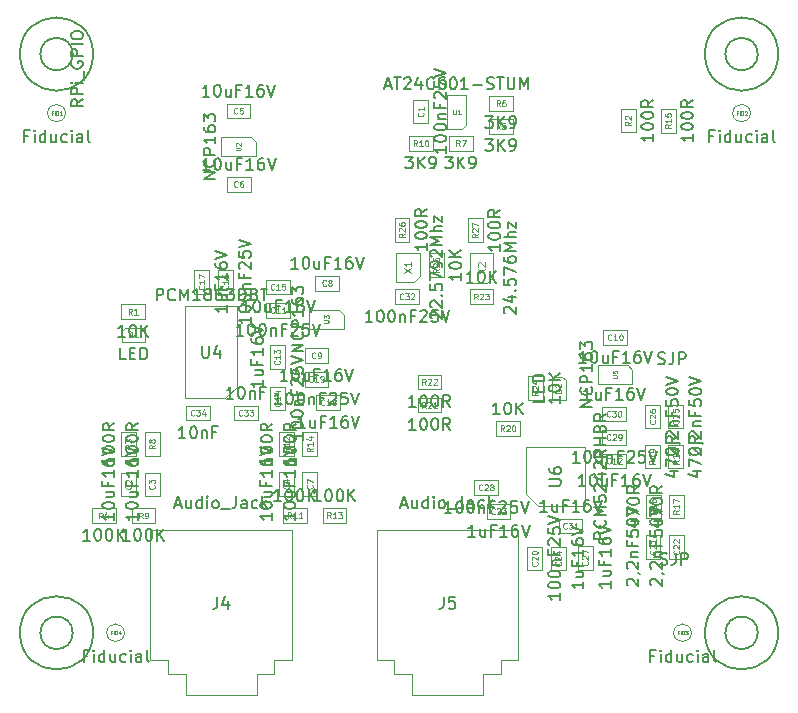
<source format=gbr>
%TF.GenerationSoftware,KiCad,Pcbnew,8.0.4+1*%
%TF.CreationDate,2024-10-16T16:53:17+00:00*%
%TF.ProjectId,pedalboard-soundcard,70656461-6c62-46f6-9172-642d736f756e,1.0.0*%
%TF.SameCoordinates,Original*%
%TF.FileFunction,AssemblyDrawing,Top*%
%FSLAX46Y46*%
G04 Gerber Fmt 4.6, Leading zero omitted, Abs format (unit mm)*
G04 Created by KiCad (PCBNEW 8.0.4+1) date 2024-10-16 16:53:17*
%MOMM*%
%LPD*%
G01*
G04 APERTURE LIST*
%ADD10C,0.150000*%
%ADD11C,0.080000*%
%ADD12C,0.105000*%
%ADD13C,0.050000*%
%ADD14C,0.060000*%
%ADD15C,0.100000*%
G04 APERTURE END LIST*
D10*
X54224819Y-59841428D02*
X53748628Y-60174761D01*
X54224819Y-60412856D02*
X53224819Y-60412856D01*
X53224819Y-60412856D02*
X53224819Y-60031904D01*
X53224819Y-60031904D02*
X53272438Y-59936666D01*
X53272438Y-59936666D02*
X53320057Y-59889047D01*
X53320057Y-59889047D02*
X53415295Y-59841428D01*
X53415295Y-59841428D02*
X53558152Y-59841428D01*
X53558152Y-59841428D02*
X53653390Y-59889047D01*
X53653390Y-59889047D02*
X53701009Y-59936666D01*
X53701009Y-59936666D02*
X53748628Y-60031904D01*
X53748628Y-60031904D02*
X53748628Y-60412856D01*
X54224819Y-59412856D02*
X53224819Y-59412856D01*
X53224819Y-59412856D02*
X53224819Y-59031904D01*
X53224819Y-59031904D02*
X53272438Y-58936666D01*
X53272438Y-58936666D02*
X53320057Y-58889047D01*
X53320057Y-58889047D02*
X53415295Y-58841428D01*
X53415295Y-58841428D02*
X53558152Y-58841428D01*
X53558152Y-58841428D02*
X53653390Y-58889047D01*
X53653390Y-58889047D02*
X53701009Y-58936666D01*
X53701009Y-58936666D02*
X53748628Y-59031904D01*
X53748628Y-59031904D02*
X53748628Y-59412856D01*
X54224819Y-58412856D02*
X53558152Y-58412856D01*
X53224819Y-58412856D02*
X53272438Y-58460475D01*
X53272438Y-58460475D02*
X53320057Y-58412856D01*
X53320057Y-58412856D02*
X53272438Y-58365237D01*
X53272438Y-58365237D02*
X53224819Y-58412856D01*
X53224819Y-58412856D02*
X53320057Y-58412856D01*
X54320057Y-58174762D02*
X54320057Y-57412857D01*
X53272438Y-56650952D02*
X53224819Y-56746190D01*
X53224819Y-56746190D02*
X53224819Y-56889047D01*
X53224819Y-56889047D02*
X53272438Y-57031904D01*
X53272438Y-57031904D02*
X53367676Y-57127142D01*
X53367676Y-57127142D02*
X53462914Y-57174761D01*
X53462914Y-57174761D02*
X53653390Y-57222380D01*
X53653390Y-57222380D02*
X53796247Y-57222380D01*
X53796247Y-57222380D02*
X53986723Y-57174761D01*
X53986723Y-57174761D02*
X54081961Y-57127142D01*
X54081961Y-57127142D02*
X54177200Y-57031904D01*
X54177200Y-57031904D02*
X54224819Y-56889047D01*
X54224819Y-56889047D02*
X54224819Y-56793809D01*
X54224819Y-56793809D02*
X54177200Y-56650952D01*
X54177200Y-56650952D02*
X54129580Y-56603333D01*
X54129580Y-56603333D02*
X53796247Y-56603333D01*
X53796247Y-56603333D02*
X53796247Y-56793809D01*
X54224819Y-56174761D02*
X53224819Y-56174761D01*
X53224819Y-56174761D02*
X53224819Y-55793809D01*
X53224819Y-55793809D02*
X53272438Y-55698571D01*
X53272438Y-55698571D02*
X53320057Y-55650952D01*
X53320057Y-55650952D02*
X53415295Y-55603333D01*
X53415295Y-55603333D02*
X53558152Y-55603333D01*
X53558152Y-55603333D02*
X53653390Y-55650952D01*
X53653390Y-55650952D02*
X53701009Y-55698571D01*
X53701009Y-55698571D02*
X53748628Y-55793809D01*
X53748628Y-55793809D02*
X53748628Y-56174761D01*
X54224819Y-55174761D02*
X53224819Y-55174761D01*
X53224819Y-54508095D02*
X53224819Y-54317619D01*
X53224819Y-54317619D02*
X53272438Y-54222381D01*
X53272438Y-54222381D02*
X53367676Y-54127143D01*
X53367676Y-54127143D02*
X53558152Y-54079524D01*
X53558152Y-54079524D02*
X53891485Y-54079524D01*
X53891485Y-54079524D02*
X54081961Y-54127143D01*
X54081961Y-54127143D02*
X54177200Y-54222381D01*
X54177200Y-54222381D02*
X54224819Y-54317619D01*
X54224819Y-54317619D02*
X54224819Y-54508095D01*
X54224819Y-54508095D02*
X54177200Y-54603333D01*
X54177200Y-54603333D02*
X54081961Y-54698571D01*
X54081961Y-54698571D02*
X53891485Y-54746190D01*
X53891485Y-54746190D02*
X53558152Y-54746190D01*
X53558152Y-54746190D02*
X53367676Y-54698571D01*
X53367676Y-54698571D02*
X53272438Y-54603333D01*
X53272438Y-54603333D02*
X53224819Y-54508095D01*
X103133333Y-99207200D02*
X103276190Y-99254819D01*
X103276190Y-99254819D02*
X103514285Y-99254819D01*
X103514285Y-99254819D02*
X103609523Y-99207200D01*
X103609523Y-99207200D02*
X103657142Y-99159580D01*
X103657142Y-99159580D02*
X103704761Y-99064342D01*
X103704761Y-99064342D02*
X103704761Y-98969104D01*
X103704761Y-98969104D02*
X103657142Y-98873866D01*
X103657142Y-98873866D02*
X103609523Y-98826247D01*
X103609523Y-98826247D02*
X103514285Y-98778628D01*
X103514285Y-98778628D02*
X103323809Y-98731009D01*
X103323809Y-98731009D02*
X103228571Y-98683390D01*
X103228571Y-98683390D02*
X103180952Y-98635771D01*
X103180952Y-98635771D02*
X103133333Y-98540533D01*
X103133333Y-98540533D02*
X103133333Y-98445295D01*
X103133333Y-98445295D02*
X103180952Y-98350057D01*
X103180952Y-98350057D02*
X103228571Y-98302438D01*
X103228571Y-98302438D02*
X103323809Y-98254819D01*
X103323809Y-98254819D02*
X103561904Y-98254819D01*
X103561904Y-98254819D02*
X103704761Y-98302438D01*
X104419047Y-98254819D02*
X104419047Y-98969104D01*
X104419047Y-98969104D02*
X104371428Y-99111961D01*
X104371428Y-99111961D02*
X104276190Y-99207200D01*
X104276190Y-99207200D02*
X104133333Y-99254819D01*
X104133333Y-99254819D02*
X104038095Y-99254819D01*
X104895238Y-99254819D02*
X104895238Y-98254819D01*
X104895238Y-98254819D02*
X105276190Y-98254819D01*
X105276190Y-98254819D02*
X105371428Y-98302438D01*
X105371428Y-98302438D02*
X105419047Y-98350057D01*
X105419047Y-98350057D02*
X105466666Y-98445295D01*
X105466666Y-98445295D02*
X105466666Y-98588152D01*
X105466666Y-98588152D02*
X105419047Y-98683390D01*
X105419047Y-98683390D02*
X105371428Y-98731009D01*
X105371428Y-98731009D02*
X105276190Y-98778628D01*
X105276190Y-98778628D02*
X104895238Y-98778628D01*
X84915476Y-64679819D02*
X85534523Y-64679819D01*
X85534523Y-64679819D02*
X85201190Y-65060771D01*
X85201190Y-65060771D02*
X85344047Y-65060771D01*
X85344047Y-65060771D02*
X85439285Y-65108390D01*
X85439285Y-65108390D02*
X85486904Y-65156009D01*
X85486904Y-65156009D02*
X85534523Y-65251247D01*
X85534523Y-65251247D02*
X85534523Y-65489342D01*
X85534523Y-65489342D02*
X85486904Y-65584580D01*
X85486904Y-65584580D02*
X85439285Y-65632200D01*
X85439285Y-65632200D02*
X85344047Y-65679819D01*
X85344047Y-65679819D02*
X85058333Y-65679819D01*
X85058333Y-65679819D02*
X84963095Y-65632200D01*
X84963095Y-65632200D02*
X84915476Y-65584580D01*
X85963095Y-65679819D02*
X85963095Y-64679819D01*
X86534523Y-65679819D02*
X86105952Y-65108390D01*
X86534523Y-64679819D02*
X85963095Y-65251247D01*
X87010714Y-65679819D02*
X87201190Y-65679819D01*
X87201190Y-65679819D02*
X87296428Y-65632200D01*
X87296428Y-65632200D02*
X87344047Y-65584580D01*
X87344047Y-65584580D02*
X87439285Y-65441723D01*
X87439285Y-65441723D02*
X87486904Y-65251247D01*
X87486904Y-65251247D02*
X87486904Y-64870295D01*
X87486904Y-64870295D02*
X87439285Y-64775057D01*
X87439285Y-64775057D02*
X87391666Y-64727438D01*
X87391666Y-64727438D02*
X87296428Y-64679819D01*
X87296428Y-64679819D02*
X87105952Y-64679819D01*
X87105952Y-64679819D02*
X87010714Y-64727438D01*
X87010714Y-64727438D02*
X86963095Y-64775057D01*
X86963095Y-64775057D02*
X86915476Y-64870295D01*
X86915476Y-64870295D02*
X86915476Y-65108390D01*
X86915476Y-65108390D02*
X86963095Y-65203628D01*
X86963095Y-65203628D02*
X87010714Y-65251247D01*
X87010714Y-65251247D02*
X87105952Y-65298866D01*
X87105952Y-65298866D02*
X87296428Y-65298866D01*
X87296428Y-65298866D02*
X87391666Y-65251247D01*
X87391666Y-65251247D02*
X87439285Y-65203628D01*
X87439285Y-65203628D02*
X87486904Y-65108390D01*
D11*
X86141666Y-63802149D02*
X85975000Y-63564054D01*
X85855952Y-63802149D02*
X85855952Y-63302149D01*
X85855952Y-63302149D02*
X86046428Y-63302149D01*
X86046428Y-63302149D02*
X86094047Y-63325959D01*
X86094047Y-63325959D02*
X86117857Y-63349768D01*
X86117857Y-63349768D02*
X86141666Y-63397387D01*
X86141666Y-63397387D02*
X86141666Y-63468816D01*
X86141666Y-63468816D02*
X86117857Y-63516435D01*
X86117857Y-63516435D02*
X86094047Y-63540244D01*
X86094047Y-63540244D02*
X86046428Y-63564054D01*
X86046428Y-63564054D02*
X85855952Y-63564054D01*
X86308333Y-63302149D02*
X86641666Y-63302149D01*
X86641666Y-63302149D02*
X86427381Y-63802149D01*
D10*
X86254819Y-74570476D02*
X86254819Y-75141904D01*
X86254819Y-74856190D02*
X85254819Y-74856190D01*
X85254819Y-74856190D02*
X85397676Y-74951428D01*
X85397676Y-74951428D02*
X85492914Y-75046666D01*
X85492914Y-75046666D02*
X85540533Y-75141904D01*
X85254819Y-73951428D02*
X85254819Y-73856190D01*
X85254819Y-73856190D02*
X85302438Y-73760952D01*
X85302438Y-73760952D02*
X85350057Y-73713333D01*
X85350057Y-73713333D02*
X85445295Y-73665714D01*
X85445295Y-73665714D02*
X85635771Y-73618095D01*
X85635771Y-73618095D02*
X85873866Y-73618095D01*
X85873866Y-73618095D02*
X86064342Y-73665714D01*
X86064342Y-73665714D02*
X86159580Y-73713333D01*
X86159580Y-73713333D02*
X86207200Y-73760952D01*
X86207200Y-73760952D02*
X86254819Y-73856190D01*
X86254819Y-73856190D02*
X86254819Y-73951428D01*
X86254819Y-73951428D02*
X86207200Y-74046666D01*
X86207200Y-74046666D02*
X86159580Y-74094285D01*
X86159580Y-74094285D02*
X86064342Y-74141904D01*
X86064342Y-74141904D02*
X85873866Y-74189523D01*
X85873866Y-74189523D02*
X85635771Y-74189523D01*
X85635771Y-74189523D02*
X85445295Y-74141904D01*
X85445295Y-74141904D02*
X85350057Y-74094285D01*
X85350057Y-74094285D02*
X85302438Y-74046666D01*
X85302438Y-74046666D02*
X85254819Y-73951428D01*
X86254819Y-73189523D02*
X85254819Y-73189523D01*
X86254819Y-72618095D02*
X85683390Y-73046666D01*
X85254819Y-72618095D02*
X85826247Y-73189523D01*
D11*
X84377149Y-74201428D02*
X84139054Y-74368094D01*
X84377149Y-74487142D02*
X83877149Y-74487142D01*
X83877149Y-74487142D02*
X83877149Y-74296666D01*
X83877149Y-74296666D02*
X83900959Y-74249047D01*
X83900959Y-74249047D02*
X83924768Y-74225237D01*
X83924768Y-74225237D02*
X83972387Y-74201428D01*
X83972387Y-74201428D02*
X84043816Y-74201428D01*
X84043816Y-74201428D02*
X84091435Y-74225237D01*
X84091435Y-74225237D02*
X84115244Y-74249047D01*
X84115244Y-74249047D02*
X84139054Y-74296666D01*
X84139054Y-74296666D02*
X84139054Y-74487142D01*
X83924768Y-74010951D02*
X83900959Y-73987142D01*
X83900959Y-73987142D02*
X83877149Y-73939523D01*
X83877149Y-73939523D02*
X83877149Y-73820475D01*
X83877149Y-73820475D02*
X83900959Y-73772856D01*
X83900959Y-73772856D02*
X83924768Y-73749047D01*
X83924768Y-73749047D02*
X83972387Y-73725237D01*
X83972387Y-73725237D02*
X84020006Y-73725237D01*
X84020006Y-73725237D02*
X84091435Y-73749047D01*
X84091435Y-73749047D02*
X84377149Y-74034761D01*
X84377149Y-74034761D02*
X84377149Y-73725237D01*
X83877149Y-73272857D02*
X83877149Y-73510952D01*
X83877149Y-73510952D02*
X84115244Y-73534761D01*
X84115244Y-73534761D02*
X84091435Y-73510952D01*
X84091435Y-73510952D02*
X84067625Y-73463333D01*
X84067625Y-73463333D02*
X84067625Y-73344285D01*
X84067625Y-73344285D02*
X84091435Y-73296666D01*
X84091435Y-73296666D02*
X84115244Y-73272857D01*
X84115244Y-73272857D02*
X84162863Y-73249047D01*
X84162863Y-73249047D02*
X84281911Y-73249047D01*
X84281911Y-73249047D02*
X84329530Y-73272857D01*
X84329530Y-73272857D02*
X84353340Y-73296666D01*
X84353340Y-73296666D02*
X84377149Y-73344285D01*
X84377149Y-73344285D02*
X84377149Y-73463333D01*
X84377149Y-73463333D02*
X84353340Y-73510952D01*
X84353340Y-73510952D02*
X84329530Y-73534761D01*
D10*
X100370057Y-100991904D02*
X100322438Y-100944285D01*
X100322438Y-100944285D02*
X100274819Y-100849047D01*
X100274819Y-100849047D02*
X100274819Y-100610952D01*
X100274819Y-100610952D02*
X100322438Y-100515714D01*
X100322438Y-100515714D02*
X100370057Y-100468095D01*
X100370057Y-100468095D02*
X100465295Y-100420476D01*
X100465295Y-100420476D02*
X100560533Y-100420476D01*
X100560533Y-100420476D02*
X100703390Y-100468095D01*
X100703390Y-100468095D02*
X101274819Y-101039523D01*
X101274819Y-101039523D02*
X101274819Y-100420476D01*
X101227200Y-99944285D02*
X101274819Y-99944285D01*
X101274819Y-99944285D02*
X101370057Y-99991904D01*
X101370057Y-99991904D02*
X101417676Y-100039523D01*
X100370057Y-99563333D02*
X100322438Y-99515714D01*
X100322438Y-99515714D02*
X100274819Y-99420476D01*
X100274819Y-99420476D02*
X100274819Y-99182381D01*
X100274819Y-99182381D02*
X100322438Y-99087143D01*
X100322438Y-99087143D02*
X100370057Y-99039524D01*
X100370057Y-99039524D02*
X100465295Y-98991905D01*
X100465295Y-98991905D02*
X100560533Y-98991905D01*
X100560533Y-98991905D02*
X100703390Y-99039524D01*
X100703390Y-99039524D02*
X101274819Y-99610952D01*
X101274819Y-99610952D02*
X101274819Y-98991905D01*
X100608152Y-98563333D02*
X101274819Y-98563333D01*
X100703390Y-98563333D02*
X100655771Y-98515714D01*
X100655771Y-98515714D02*
X100608152Y-98420476D01*
X100608152Y-98420476D02*
X100608152Y-98277619D01*
X100608152Y-98277619D02*
X100655771Y-98182381D01*
X100655771Y-98182381D02*
X100751009Y-98134762D01*
X100751009Y-98134762D02*
X101274819Y-98134762D01*
X100751009Y-97325238D02*
X100751009Y-97658571D01*
X101274819Y-97658571D02*
X100274819Y-97658571D01*
X100274819Y-97658571D02*
X100274819Y-97182381D01*
X100274819Y-96325238D02*
X100274819Y-96801428D01*
X100274819Y-96801428D02*
X100751009Y-96849047D01*
X100751009Y-96849047D02*
X100703390Y-96801428D01*
X100703390Y-96801428D02*
X100655771Y-96706190D01*
X100655771Y-96706190D02*
X100655771Y-96468095D01*
X100655771Y-96468095D02*
X100703390Y-96372857D01*
X100703390Y-96372857D02*
X100751009Y-96325238D01*
X100751009Y-96325238D02*
X100846247Y-96277619D01*
X100846247Y-96277619D02*
X101084342Y-96277619D01*
X101084342Y-96277619D02*
X101179580Y-96325238D01*
X101179580Y-96325238D02*
X101227200Y-96372857D01*
X101227200Y-96372857D02*
X101274819Y-96468095D01*
X101274819Y-96468095D02*
X101274819Y-96706190D01*
X101274819Y-96706190D02*
X101227200Y-96801428D01*
X101227200Y-96801428D02*
X101179580Y-96849047D01*
X100274819Y-95658571D02*
X100274819Y-95563333D01*
X100274819Y-95563333D02*
X100322438Y-95468095D01*
X100322438Y-95468095D02*
X100370057Y-95420476D01*
X100370057Y-95420476D02*
X100465295Y-95372857D01*
X100465295Y-95372857D02*
X100655771Y-95325238D01*
X100655771Y-95325238D02*
X100893866Y-95325238D01*
X100893866Y-95325238D02*
X101084342Y-95372857D01*
X101084342Y-95372857D02*
X101179580Y-95420476D01*
X101179580Y-95420476D02*
X101227200Y-95468095D01*
X101227200Y-95468095D02*
X101274819Y-95563333D01*
X101274819Y-95563333D02*
X101274819Y-95658571D01*
X101274819Y-95658571D02*
X101227200Y-95753809D01*
X101227200Y-95753809D02*
X101179580Y-95801428D01*
X101179580Y-95801428D02*
X101084342Y-95849047D01*
X101084342Y-95849047D02*
X100893866Y-95896666D01*
X100893866Y-95896666D02*
X100655771Y-95896666D01*
X100655771Y-95896666D02*
X100465295Y-95849047D01*
X100465295Y-95849047D02*
X100370057Y-95801428D01*
X100370057Y-95801428D02*
X100322438Y-95753809D01*
X100322438Y-95753809D02*
X100274819Y-95658571D01*
X100274819Y-95039523D02*
X101274819Y-94706190D01*
X101274819Y-94706190D02*
X100274819Y-94372857D01*
D11*
X102679530Y-98051428D02*
X102703340Y-98075237D01*
X102703340Y-98075237D02*
X102727149Y-98146666D01*
X102727149Y-98146666D02*
X102727149Y-98194285D01*
X102727149Y-98194285D02*
X102703340Y-98265713D01*
X102703340Y-98265713D02*
X102655720Y-98313332D01*
X102655720Y-98313332D02*
X102608101Y-98337142D01*
X102608101Y-98337142D02*
X102512863Y-98360951D01*
X102512863Y-98360951D02*
X102441435Y-98360951D01*
X102441435Y-98360951D02*
X102346197Y-98337142D01*
X102346197Y-98337142D02*
X102298578Y-98313332D01*
X102298578Y-98313332D02*
X102250959Y-98265713D01*
X102250959Y-98265713D02*
X102227149Y-98194285D01*
X102227149Y-98194285D02*
X102227149Y-98146666D01*
X102227149Y-98146666D02*
X102250959Y-98075237D01*
X102250959Y-98075237D02*
X102274768Y-98051428D01*
X102274768Y-97860951D02*
X102250959Y-97837142D01*
X102250959Y-97837142D02*
X102227149Y-97789523D01*
X102227149Y-97789523D02*
X102227149Y-97670475D01*
X102227149Y-97670475D02*
X102250959Y-97622856D01*
X102250959Y-97622856D02*
X102274768Y-97599047D01*
X102274768Y-97599047D02*
X102322387Y-97575237D01*
X102322387Y-97575237D02*
X102370006Y-97575237D01*
X102370006Y-97575237D02*
X102441435Y-97599047D01*
X102441435Y-97599047D02*
X102727149Y-97884761D01*
X102727149Y-97884761D02*
X102727149Y-97575237D01*
X102727149Y-97099047D02*
X102727149Y-97384761D01*
X102727149Y-97241904D02*
X102227149Y-97241904D01*
X102227149Y-97241904D02*
X102298578Y-97289523D01*
X102298578Y-97289523D02*
X102346197Y-97337142D01*
X102346197Y-97337142D02*
X102370006Y-97384761D01*
D10*
X83750057Y-78383332D02*
X83702438Y-78335713D01*
X83702438Y-78335713D02*
X83654819Y-78240475D01*
X83654819Y-78240475D02*
X83654819Y-78002380D01*
X83654819Y-78002380D02*
X83702438Y-77907142D01*
X83702438Y-77907142D02*
X83750057Y-77859523D01*
X83750057Y-77859523D02*
X83845295Y-77811904D01*
X83845295Y-77811904D02*
X83940533Y-77811904D01*
X83940533Y-77811904D02*
X84083390Y-77859523D01*
X84083390Y-77859523D02*
X84654819Y-78430951D01*
X84654819Y-78430951D02*
X84654819Y-77811904D01*
X83750057Y-77430951D02*
X83702438Y-77383332D01*
X83702438Y-77383332D02*
X83654819Y-77288094D01*
X83654819Y-77288094D02*
X83654819Y-77049999D01*
X83654819Y-77049999D02*
X83702438Y-76954761D01*
X83702438Y-76954761D02*
X83750057Y-76907142D01*
X83750057Y-76907142D02*
X83845295Y-76859523D01*
X83845295Y-76859523D02*
X83940533Y-76859523D01*
X83940533Y-76859523D02*
X84083390Y-76907142D01*
X84083390Y-76907142D02*
X84654819Y-77478570D01*
X84654819Y-77478570D02*
X84654819Y-76859523D01*
X84559580Y-76430951D02*
X84607200Y-76383332D01*
X84607200Y-76383332D02*
X84654819Y-76430951D01*
X84654819Y-76430951D02*
X84607200Y-76478570D01*
X84607200Y-76478570D02*
X84559580Y-76430951D01*
X84559580Y-76430951D02*
X84654819Y-76430951D01*
X83654819Y-75478571D02*
X83654819Y-75954761D01*
X83654819Y-75954761D02*
X84131009Y-76002380D01*
X84131009Y-76002380D02*
X84083390Y-75954761D01*
X84083390Y-75954761D02*
X84035771Y-75859523D01*
X84035771Y-75859523D02*
X84035771Y-75621428D01*
X84035771Y-75621428D02*
X84083390Y-75526190D01*
X84083390Y-75526190D02*
X84131009Y-75478571D01*
X84131009Y-75478571D02*
X84226247Y-75430952D01*
X84226247Y-75430952D02*
X84464342Y-75430952D01*
X84464342Y-75430952D02*
X84559580Y-75478571D01*
X84559580Y-75478571D02*
X84607200Y-75526190D01*
X84607200Y-75526190D02*
X84654819Y-75621428D01*
X84654819Y-75621428D02*
X84654819Y-75859523D01*
X84654819Y-75859523D02*
X84607200Y-75954761D01*
X84607200Y-75954761D02*
X84559580Y-76002380D01*
X83654819Y-75097618D02*
X83654819Y-74430952D01*
X83654819Y-74430952D02*
X84654819Y-74859523D01*
X84654819Y-74002380D02*
X84654819Y-73811904D01*
X84654819Y-73811904D02*
X84607200Y-73716666D01*
X84607200Y-73716666D02*
X84559580Y-73669047D01*
X84559580Y-73669047D02*
X84416723Y-73573809D01*
X84416723Y-73573809D02*
X84226247Y-73526190D01*
X84226247Y-73526190D02*
X83845295Y-73526190D01*
X83845295Y-73526190D02*
X83750057Y-73573809D01*
X83750057Y-73573809D02*
X83702438Y-73621428D01*
X83702438Y-73621428D02*
X83654819Y-73716666D01*
X83654819Y-73716666D02*
X83654819Y-73907142D01*
X83654819Y-73907142D02*
X83702438Y-74002380D01*
X83702438Y-74002380D02*
X83750057Y-74049999D01*
X83750057Y-74049999D02*
X83845295Y-74097618D01*
X83845295Y-74097618D02*
X84083390Y-74097618D01*
X84083390Y-74097618D02*
X84178628Y-74049999D01*
X84178628Y-74049999D02*
X84226247Y-74002380D01*
X84226247Y-74002380D02*
X84273866Y-73907142D01*
X84273866Y-73907142D02*
X84273866Y-73716666D01*
X84273866Y-73716666D02*
X84226247Y-73621428D01*
X84226247Y-73621428D02*
X84178628Y-73573809D01*
X84178628Y-73573809D02*
X84083390Y-73526190D01*
X83750057Y-73145237D02*
X83702438Y-73097618D01*
X83702438Y-73097618D02*
X83654819Y-73002380D01*
X83654819Y-73002380D02*
X83654819Y-72764285D01*
X83654819Y-72764285D02*
X83702438Y-72669047D01*
X83702438Y-72669047D02*
X83750057Y-72621428D01*
X83750057Y-72621428D02*
X83845295Y-72573809D01*
X83845295Y-72573809D02*
X83940533Y-72573809D01*
X83940533Y-72573809D02*
X84083390Y-72621428D01*
X84083390Y-72621428D02*
X84654819Y-73192856D01*
X84654819Y-73192856D02*
X84654819Y-72573809D01*
X84654819Y-72145237D02*
X83654819Y-72145237D01*
X83654819Y-72145237D02*
X84369104Y-71811904D01*
X84369104Y-71811904D02*
X83654819Y-71478571D01*
X83654819Y-71478571D02*
X84654819Y-71478571D01*
X84654819Y-71002380D02*
X83654819Y-71002380D01*
X84654819Y-70573809D02*
X84131009Y-70573809D01*
X84131009Y-70573809D02*
X84035771Y-70621428D01*
X84035771Y-70621428D02*
X83988152Y-70716666D01*
X83988152Y-70716666D02*
X83988152Y-70859523D01*
X83988152Y-70859523D02*
X84035771Y-70954761D01*
X84035771Y-70954761D02*
X84083390Y-71002380D01*
X83988152Y-70192856D02*
X83988152Y-69669047D01*
X83988152Y-69669047D02*
X84654819Y-70192856D01*
X84654819Y-70192856D02*
X84654819Y-69669047D01*
D12*
X81422111Y-74535714D02*
X82022111Y-74135714D01*
X81422111Y-74135714D02*
X82022111Y-74535714D01*
X82022111Y-73592857D02*
X82022111Y-73935714D01*
X82022111Y-73764285D02*
X81422111Y-73764285D01*
X81422111Y-73764285D02*
X81507825Y-73821428D01*
X81507825Y-73821428D02*
X81564968Y-73878571D01*
X81564968Y-73878571D02*
X81593540Y-73935714D01*
D10*
X54619047Y-106931009D02*
X54285714Y-106931009D01*
X54285714Y-107454819D02*
X54285714Y-106454819D01*
X54285714Y-106454819D02*
X54761904Y-106454819D01*
X55142857Y-107454819D02*
X55142857Y-106788152D01*
X55142857Y-106454819D02*
X55095238Y-106502438D01*
X55095238Y-106502438D02*
X55142857Y-106550057D01*
X55142857Y-106550057D02*
X55190476Y-106502438D01*
X55190476Y-106502438D02*
X55142857Y-106454819D01*
X55142857Y-106454819D02*
X55142857Y-106550057D01*
X56047618Y-107454819D02*
X56047618Y-106454819D01*
X56047618Y-107407200D02*
X55952380Y-107454819D01*
X55952380Y-107454819D02*
X55761904Y-107454819D01*
X55761904Y-107454819D02*
X55666666Y-107407200D01*
X55666666Y-107407200D02*
X55619047Y-107359580D01*
X55619047Y-107359580D02*
X55571428Y-107264342D01*
X55571428Y-107264342D02*
X55571428Y-106978628D01*
X55571428Y-106978628D02*
X55619047Y-106883390D01*
X55619047Y-106883390D02*
X55666666Y-106835771D01*
X55666666Y-106835771D02*
X55761904Y-106788152D01*
X55761904Y-106788152D02*
X55952380Y-106788152D01*
X55952380Y-106788152D02*
X56047618Y-106835771D01*
X56952380Y-106788152D02*
X56952380Y-107454819D01*
X56523809Y-106788152D02*
X56523809Y-107311961D01*
X56523809Y-107311961D02*
X56571428Y-107407200D01*
X56571428Y-107407200D02*
X56666666Y-107454819D01*
X56666666Y-107454819D02*
X56809523Y-107454819D01*
X56809523Y-107454819D02*
X56904761Y-107407200D01*
X56904761Y-107407200D02*
X56952380Y-107359580D01*
X57857142Y-107407200D02*
X57761904Y-107454819D01*
X57761904Y-107454819D02*
X57571428Y-107454819D01*
X57571428Y-107454819D02*
X57476190Y-107407200D01*
X57476190Y-107407200D02*
X57428571Y-107359580D01*
X57428571Y-107359580D02*
X57380952Y-107264342D01*
X57380952Y-107264342D02*
X57380952Y-106978628D01*
X57380952Y-106978628D02*
X57428571Y-106883390D01*
X57428571Y-106883390D02*
X57476190Y-106835771D01*
X57476190Y-106835771D02*
X57571428Y-106788152D01*
X57571428Y-106788152D02*
X57761904Y-106788152D01*
X57761904Y-106788152D02*
X57857142Y-106835771D01*
X58285714Y-107454819D02*
X58285714Y-106788152D01*
X58285714Y-106454819D02*
X58238095Y-106502438D01*
X58238095Y-106502438D02*
X58285714Y-106550057D01*
X58285714Y-106550057D02*
X58333333Y-106502438D01*
X58333333Y-106502438D02*
X58285714Y-106454819D01*
X58285714Y-106454819D02*
X58285714Y-106550057D01*
X59190475Y-107454819D02*
X59190475Y-106931009D01*
X59190475Y-106931009D02*
X59142856Y-106835771D01*
X59142856Y-106835771D02*
X59047618Y-106788152D01*
X59047618Y-106788152D02*
X58857142Y-106788152D01*
X58857142Y-106788152D02*
X58761904Y-106835771D01*
X59190475Y-107407200D02*
X59095237Y-107454819D01*
X59095237Y-107454819D02*
X58857142Y-107454819D01*
X58857142Y-107454819D02*
X58761904Y-107407200D01*
X58761904Y-107407200D02*
X58714285Y-107311961D01*
X58714285Y-107311961D02*
X58714285Y-107216723D01*
X58714285Y-107216723D02*
X58761904Y-107121485D01*
X58761904Y-107121485D02*
X58857142Y-107073866D01*
X58857142Y-107073866D02*
X59095237Y-107073866D01*
X59095237Y-107073866D02*
X59190475Y-107026247D01*
X59809523Y-107454819D02*
X59714285Y-107407200D01*
X59714285Y-107407200D02*
X59666666Y-107311961D01*
X59666666Y-107311961D02*
X59666666Y-106454819D01*
D13*
X56678571Y-104979042D02*
X56578571Y-104979042D01*
X56578571Y-105136185D02*
X56578571Y-104836185D01*
X56578571Y-104836185D02*
X56721428Y-104836185D01*
X56835714Y-105136185D02*
X56835714Y-104836185D01*
X56978571Y-105136185D02*
X56978571Y-104836185D01*
X56978571Y-104836185D02*
X57050000Y-104836185D01*
X57050000Y-104836185D02*
X57092857Y-104850471D01*
X57092857Y-104850471D02*
X57121428Y-104879042D01*
X57121428Y-104879042D02*
X57135714Y-104907614D01*
X57135714Y-104907614D02*
X57150000Y-104964757D01*
X57150000Y-104964757D02*
X57150000Y-105007614D01*
X57150000Y-105007614D02*
X57135714Y-105064757D01*
X57135714Y-105064757D02*
X57121428Y-105093328D01*
X57121428Y-105093328D02*
X57092857Y-105121900D01*
X57092857Y-105121900D02*
X57050000Y-105136185D01*
X57050000Y-105136185D02*
X56978571Y-105136185D01*
X57407143Y-104936185D02*
X57407143Y-105136185D01*
X57335714Y-104821900D02*
X57264285Y-105036185D01*
X57264285Y-105036185D02*
X57450000Y-105036185D01*
D10*
X65454819Y-66564285D02*
X64454819Y-66564285D01*
X64454819Y-66564285D02*
X65454819Y-65992857D01*
X65454819Y-65992857D02*
X64454819Y-65992857D01*
X65359580Y-64945238D02*
X65407200Y-64992857D01*
X65407200Y-64992857D02*
X65454819Y-65135714D01*
X65454819Y-65135714D02*
X65454819Y-65230952D01*
X65454819Y-65230952D02*
X65407200Y-65373809D01*
X65407200Y-65373809D02*
X65311961Y-65469047D01*
X65311961Y-65469047D02*
X65216723Y-65516666D01*
X65216723Y-65516666D02*
X65026247Y-65564285D01*
X65026247Y-65564285D02*
X64883390Y-65564285D01*
X64883390Y-65564285D02*
X64692914Y-65516666D01*
X64692914Y-65516666D02*
X64597676Y-65469047D01*
X64597676Y-65469047D02*
X64502438Y-65373809D01*
X64502438Y-65373809D02*
X64454819Y-65230952D01*
X64454819Y-65230952D02*
X64454819Y-65135714D01*
X64454819Y-65135714D02*
X64502438Y-64992857D01*
X64502438Y-64992857D02*
X64550057Y-64945238D01*
X65454819Y-64516666D02*
X64454819Y-64516666D01*
X64454819Y-64516666D02*
X64454819Y-64135714D01*
X64454819Y-64135714D02*
X64502438Y-64040476D01*
X64502438Y-64040476D02*
X64550057Y-63992857D01*
X64550057Y-63992857D02*
X64645295Y-63945238D01*
X64645295Y-63945238D02*
X64788152Y-63945238D01*
X64788152Y-63945238D02*
X64883390Y-63992857D01*
X64883390Y-63992857D02*
X64931009Y-64040476D01*
X64931009Y-64040476D02*
X64978628Y-64135714D01*
X64978628Y-64135714D02*
X64978628Y-64516666D01*
X65454819Y-62992857D02*
X65454819Y-63564285D01*
X65454819Y-63278571D02*
X64454819Y-63278571D01*
X64454819Y-63278571D02*
X64597676Y-63373809D01*
X64597676Y-63373809D02*
X64692914Y-63469047D01*
X64692914Y-63469047D02*
X64740533Y-63564285D01*
X64454819Y-62135714D02*
X64454819Y-62326190D01*
X64454819Y-62326190D02*
X64502438Y-62421428D01*
X64502438Y-62421428D02*
X64550057Y-62469047D01*
X64550057Y-62469047D02*
X64692914Y-62564285D01*
X64692914Y-62564285D02*
X64883390Y-62611904D01*
X64883390Y-62611904D02*
X65264342Y-62611904D01*
X65264342Y-62611904D02*
X65359580Y-62564285D01*
X65359580Y-62564285D02*
X65407200Y-62516666D01*
X65407200Y-62516666D02*
X65454819Y-62421428D01*
X65454819Y-62421428D02*
X65454819Y-62230952D01*
X65454819Y-62230952D02*
X65407200Y-62135714D01*
X65407200Y-62135714D02*
X65359580Y-62088095D01*
X65359580Y-62088095D02*
X65264342Y-62040476D01*
X65264342Y-62040476D02*
X65026247Y-62040476D01*
X65026247Y-62040476D02*
X64931009Y-62088095D01*
X64931009Y-62088095D02*
X64883390Y-62135714D01*
X64883390Y-62135714D02*
X64835771Y-62230952D01*
X64835771Y-62230952D02*
X64835771Y-62421428D01*
X64835771Y-62421428D02*
X64883390Y-62516666D01*
X64883390Y-62516666D02*
X64931009Y-62564285D01*
X64931009Y-62564285D02*
X65026247Y-62611904D01*
X64454819Y-61707142D02*
X64454819Y-61088095D01*
X64454819Y-61088095D02*
X64835771Y-61421428D01*
X64835771Y-61421428D02*
X64835771Y-61278571D01*
X64835771Y-61278571D02*
X64883390Y-61183333D01*
X64883390Y-61183333D02*
X64931009Y-61135714D01*
X64931009Y-61135714D02*
X65026247Y-61088095D01*
X65026247Y-61088095D02*
X65264342Y-61088095D01*
X65264342Y-61088095D02*
X65359580Y-61135714D01*
X65359580Y-61135714D02*
X65407200Y-61183333D01*
X65407200Y-61183333D02*
X65454819Y-61278571D01*
X65454819Y-61278571D02*
X65454819Y-61564285D01*
X65454819Y-61564285D02*
X65407200Y-61659523D01*
X65407200Y-61659523D02*
X65359580Y-61707142D01*
D14*
X67181927Y-64154761D02*
X67505737Y-64154761D01*
X67505737Y-64154761D02*
X67543832Y-64135714D01*
X67543832Y-64135714D02*
X67562880Y-64116666D01*
X67562880Y-64116666D02*
X67581927Y-64078571D01*
X67581927Y-64078571D02*
X67581927Y-64002380D01*
X67581927Y-64002380D02*
X67562880Y-63964285D01*
X67562880Y-63964285D02*
X67543832Y-63945238D01*
X67543832Y-63945238D02*
X67505737Y-63926190D01*
X67505737Y-63926190D02*
X67181927Y-63926190D01*
X67220022Y-63754761D02*
X67200975Y-63735713D01*
X67200975Y-63735713D02*
X67181927Y-63697618D01*
X67181927Y-63697618D02*
X67181927Y-63602380D01*
X67181927Y-63602380D02*
X67200975Y-63564285D01*
X67200975Y-63564285D02*
X67220022Y-63545237D01*
X67220022Y-63545237D02*
X67258118Y-63526190D01*
X67258118Y-63526190D02*
X67296213Y-63526190D01*
X67296213Y-63526190D02*
X67353356Y-63545237D01*
X67353356Y-63545237D02*
X67581927Y-63773809D01*
X67581927Y-63773809D02*
X67581927Y-63526190D01*
D10*
X100663152Y-95566904D02*
X101329819Y-95566904D01*
X100282200Y-95804999D02*
X100996485Y-96043094D01*
X100996485Y-96043094D02*
X100996485Y-95424047D01*
X100329819Y-95138332D02*
X100329819Y-94471666D01*
X100329819Y-94471666D02*
X101329819Y-94900237D01*
X100329819Y-93900237D02*
X100329819Y-93804999D01*
X100329819Y-93804999D02*
X100377438Y-93709761D01*
X100377438Y-93709761D02*
X100425057Y-93662142D01*
X100425057Y-93662142D02*
X100520295Y-93614523D01*
X100520295Y-93614523D02*
X100710771Y-93566904D01*
X100710771Y-93566904D02*
X100948866Y-93566904D01*
X100948866Y-93566904D02*
X101139342Y-93614523D01*
X101139342Y-93614523D02*
X101234580Y-93662142D01*
X101234580Y-93662142D02*
X101282200Y-93709761D01*
X101282200Y-93709761D02*
X101329819Y-93804999D01*
X101329819Y-93804999D02*
X101329819Y-93900237D01*
X101329819Y-93900237D02*
X101282200Y-93995475D01*
X101282200Y-93995475D02*
X101234580Y-94043094D01*
X101234580Y-94043094D02*
X101139342Y-94090713D01*
X101139342Y-94090713D02*
X100948866Y-94138332D01*
X100948866Y-94138332D02*
X100710771Y-94138332D01*
X100710771Y-94138332D02*
X100520295Y-94090713D01*
X100520295Y-94090713D02*
X100425057Y-94043094D01*
X100425057Y-94043094D02*
X100377438Y-93995475D01*
X100377438Y-93995475D02*
X100329819Y-93900237D01*
X101329819Y-92566904D02*
X100853628Y-92900237D01*
X101329819Y-93138332D02*
X100329819Y-93138332D01*
X100329819Y-93138332D02*
X100329819Y-92757380D01*
X100329819Y-92757380D02*
X100377438Y-92662142D01*
X100377438Y-92662142D02*
X100425057Y-92614523D01*
X100425057Y-92614523D02*
X100520295Y-92566904D01*
X100520295Y-92566904D02*
X100663152Y-92566904D01*
X100663152Y-92566904D02*
X100758390Y-92614523D01*
X100758390Y-92614523D02*
X100806009Y-92662142D01*
X100806009Y-92662142D02*
X100853628Y-92757380D01*
X100853628Y-92757380D02*
X100853628Y-93138332D01*
D11*
X102752149Y-94626428D02*
X102514054Y-94793094D01*
X102752149Y-94912142D02*
X102252149Y-94912142D01*
X102252149Y-94912142D02*
X102252149Y-94721666D01*
X102252149Y-94721666D02*
X102275959Y-94674047D01*
X102275959Y-94674047D02*
X102299768Y-94650237D01*
X102299768Y-94650237D02*
X102347387Y-94626428D01*
X102347387Y-94626428D02*
X102418816Y-94626428D01*
X102418816Y-94626428D02*
X102466435Y-94650237D01*
X102466435Y-94650237D02*
X102490244Y-94674047D01*
X102490244Y-94674047D02*
X102514054Y-94721666D01*
X102514054Y-94721666D02*
X102514054Y-94912142D01*
X102752149Y-94150237D02*
X102752149Y-94435951D01*
X102752149Y-94293094D02*
X102252149Y-94293094D01*
X102252149Y-94293094D02*
X102323578Y-94340713D01*
X102323578Y-94340713D02*
X102371197Y-94388332D01*
X102371197Y-94388332D02*
X102395006Y-94435951D01*
X102252149Y-93721666D02*
X102252149Y-93816904D01*
X102252149Y-93816904D02*
X102275959Y-93864523D01*
X102275959Y-93864523D02*
X102299768Y-93888333D01*
X102299768Y-93888333D02*
X102371197Y-93935952D01*
X102371197Y-93935952D02*
X102466435Y-93959761D01*
X102466435Y-93959761D02*
X102656911Y-93959761D01*
X102656911Y-93959761D02*
X102704530Y-93935952D01*
X102704530Y-93935952D02*
X102728340Y-93912142D01*
X102728340Y-93912142D02*
X102752149Y-93864523D01*
X102752149Y-93864523D02*
X102752149Y-93769285D01*
X102752149Y-93769285D02*
X102728340Y-93721666D01*
X102728340Y-93721666D02*
X102704530Y-93697857D01*
X102704530Y-93697857D02*
X102656911Y-93674047D01*
X102656911Y-93674047D02*
X102537863Y-93674047D01*
X102537863Y-93674047D02*
X102490244Y-93697857D01*
X102490244Y-93697857D02*
X102466435Y-93721666D01*
X102466435Y-93721666D02*
X102442625Y-93769285D01*
X102442625Y-93769285D02*
X102442625Y-93864523D01*
X102442625Y-93864523D02*
X102466435Y-93912142D01*
X102466435Y-93912142D02*
X102490244Y-93935952D01*
X102490244Y-93935952D02*
X102537863Y-93959761D01*
D10*
X58874819Y-94882381D02*
X58874819Y-95453809D01*
X58874819Y-95168095D02*
X57874819Y-95168095D01*
X57874819Y-95168095D02*
X58017676Y-95263333D01*
X58017676Y-95263333D02*
X58112914Y-95358571D01*
X58112914Y-95358571D02*
X58160533Y-95453809D01*
X57874819Y-94263333D02*
X57874819Y-94168095D01*
X57874819Y-94168095D02*
X57922438Y-94072857D01*
X57922438Y-94072857D02*
X57970057Y-94025238D01*
X57970057Y-94025238D02*
X58065295Y-93977619D01*
X58065295Y-93977619D02*
X58255771Y-93930000D01*
X58255771Y-93930000D02*
X58493866Y-93930000D01*
X58493866Y-93930000D02*
X58684342Y-93977619D01*
X58684342Y-93977619D02*
X58779580Y-94025238D01*
X58779580Y-94025238D02*
X58827200Y-94072857D01*
X58827200Y-94072857D02*
X58874819Y-94168095D01*
X58874819Y-94168095D02*
X58874819Y-94263333D01*
X58874819Y-94263333D02*
X58827200Y-94358571D01*
X58827200Y-94358571D02*
X58779580Y-94406190D01*
X58779580Y-94406190D02*
X58684342Y-94453809D01*
X58684342Y-94453809D02*
X58493866Y-94501428D01*
X58493866Y-94501428D02*
X58255771Y-94501428D01*
X58255771Y-94501428D02*
X58065295Y-94453809D01*
X58065295Y-94453809D02*
X57970057Y-94406190D01*
X57970057Y-94406190D02*
X57922438Y-94358571D01*
X57922438Y-94358571D02*
X57874819Y-94263333D01*
X58208152Y-93072857D02*
X58874819Y-93072857D01*
X58208152Y-93501428D02*
X58731961Y-93501428D01*
X58731961Y-93501428D02*
X58827200Y-93453809D01*
X58827200Y-93453809D02*
X58874819Y-93358571D01*
X58874819Y-93358571D02*
X58874819Y-93215714D01*
X58874819Y-93215714D02*
X58827200Y-93120476D01*
X58827200Y-93120476D02*
X58779580Y-93072857D01*
X58351009Y-92263333D02*
X58351009Y-92596666D01*
X58874819Y-92596666D02*
X57874819Y-92596666D01*
X57874819Y-92596666D02*
X57874819Y-92120476D01*
X58874819Y-91215714D02*
X58874819Y-91787142D01*
X58874819Y-91501428D02*
X57874819Y-91501428D01*
X57874819Y-91501428D02*
X58017676Y-91596666D01*
X58017676Y-91596666D02*
X58112914Y-91691904D01*
X58112914Y-91691904D02*
X58160533Y-91787142D01*
X57874819Y-90358571D02*
X57874819Y-90549047D01*
X57874819Y-90549047D02*
X57922438Y-90644285D01*
X57922438Y-90644285D02*
X57970057Y-90691904D01*
X57970057Y-90691904D02*
X58112914Y-90787142D01*
X58112914Y-90787142D02*
X58303390Y-90834761D01*
X58303390Y-90834761D02*
X58684342Y-90834761D01*
X58684342Y-90834761D02*
X58779580Y-90787142D01*
X58779580Y-90787142D02*
X58827200Y-90739523D01*
X58827200Y-90739523D02*
X58874819Y-90644285D01*
X58874819Y-90644285D02*
X58874819Y-90453809D01*
X58874819Y-90453809D02*
X58827200Y-90358571D01*
X58827200Y-90358571D02*
X58779580Y-90310952D01*
X58779580Y-90310952D02*
X58684342Y-90263333D01*
X58684342Y-90263333D02*
X58446247Y-90263333D01*
X58446247Y-90263333D02*
X58351009Y-90310952D01*
X58351009Y-90310952D02*
X58303390Y-90358571D01*
X58303390Y-90358571D02*
X58255771Y-90453809D01*
X58255771Y-90453809D02*
X58255771Y-90644285D01*
X58255771Y-90644285D02*
X58303390Y-90739523D01*
X58303390Y-90739523D02*
X58351009Y-90787142D01*
X58351009Y-90787142D02*
X58446247Y-90834761D01*
X57874819Y-89977618D02*
X58874819Y-89644285D01*
X58874819Y-89644285D02*
X57874819Y-89310952D01*
D11*
X60279530Y-92513333D02*
X60303340Y-92537142D01*
X60303340Y-92537142D02*
X60327149Y-92608571D01*
X60327149Y-92608571D02*
X60327149Y-92656190D01*
X60327149Y-92656190D02*
X60303340Y-92727618D01*
X60303340Y-92727618D02*
X60255720Y-92775237D01*
X60255720Y-92775237D02*
X60208101Y-92799047D01*
X60208101Y-92799047D02*
X60112863Y-92822856D01*
X60112863Y-92822856D02*
X60041435Y-92822856D01*
X60041435Y-92822856D02*
X59946197Y-92799047D01*
X59946197Y-92799047D02*
X59898578Y-92775237D01*
X59898578Y-92775237D02*
X59850959Y-92727618D01*
X59850959Y-92727618D02*
X59827149Y-92656190D01*
X59827149Y-92656190D02*
X59827149Y-92608571D01*
X59827149Y-92608571D02*
X59850959Y-92537142D01*
X59850959Y-92537142D02*
X59874768Y-92513333D01*
X59827149Y-92346666D02*
X59827149Y-92037142D01*
X59827149Y-92037142D02*
X60017625Y-92203809D01*
X60017625Y-92203809D02*
X60017625Y-92132380D01*
X60017625Y-92132380D02*
X60041435Y-92084761D01*
X60041435Y-92084761D02*
X60065244Y-92060952D01*
X60065244Y-92060952D02*
X60112863Y-92037142D01*
X60112863Y-92037142D02*
X60231911Y-92037142D01*
X60231911Y-92037142D02*
X60279530Y-92060952D01*
X60279530Y-92060952D02*
X60303340Y-92084761D01*
X60303340Y-92084761D02*
X60327149Y-92132380D01*
X60327149Y-92132380D02*
X60327149Y-92275237D01*
X60327149Y-92275237D02*
X60303340Y-92322856D01*
X60303340Y-92322856D02*
X60279530Y-92346666D01*
D10*
X68434819Y-78228571D02*
X68434819Y-78799999D01*
X68434819Y-78514285D02*
X67434819Y-78514285D01*
X67434819Y-78514285D02*
X67577676Y-78609523D01*
X67577676Y-78609523D02*
X67672914Y-78704761D01*
X67672914Y-78704761D02*
X67720533Y-78799999D01*
X67434819Y-77609523D02*
X67434819Y-77514285D01*
X67434819Y-77514285D02*
X67482438Y-77419047D01*
X67482438Y-77419047D02*
X67530057Y-77371428D01*
X67530057Y-77371428D02*
X67625295Y-77323809D01*
X67625295Y-77323809D02*
X67815771Y-77276190D01*
X67815771Y-77276190D02*
X68053866Y-77276190D01*
X68053866Y-77276190D02*
X68244342Y-77323809D01*
X68244342Y-77323809D02*
X68339580Y-77371428D01*
X68339580Y-77371428D02*
X68387200Y-77419047D01*
X68387200Y-77419047D02*
X68434819Y-77514285D01*
X68434819Y-77514285D02*
X68434819Y-77609523D01*
X68434819Y-77609523D02*
X68387200Y-77704761D01*
X68387200Y-77704761D02*
X68339580Y-77752380D01*
X68339580Y-77752380D02*
X68244342Y-77799999D01*
X68244342Y-77799999D02*
X68053866Y-77847618D01*
X68053866Y-77847618D02*
X67815771Y-77847618D01*
X67815771Y-77847618D02*
X67625295Y-77799999D01*
X67625295Y-77799999D02*
X67530057Y-77752380D01*
X67530057Y-77752380D02*
X67482438Y-77704761D01*
X67482438Y-77704761D02*
X67434819Y-77609523D01*
X67434819Y-76657142D02*
X67434819Y-76561904D01*
X67434819Y-76561904D02*
X67482438Y-76466666D01*
X67482438Y-76466666D02*
X67530057Y-76419047D01*
X67530057Y-76419047D02*
X67625295Y-76371428D01*
X67625295Y-76371428D02*
X67815771Y-76323809D01*
X67815771Y-76323809D02*
X68053866Y-76323809D01*
X68053866Y-76323809D02*
X68244342Y-76371428D01*
X68244342Y-76371428D02*
X68339580Y-76419047D01*
X68339580Y-76419047D02*
X68387200Y-76466666D01*
X68387200Y-76466666D02*
X68434819Y-76561904D01*
X68434819Y-76561904D02*
X68434819Y-76657142D01*
X68434819Y-76657142D02*
X68387200Y-76752380D01*
X68387200Y-76752380D02*
X68339580Y-76799999D01*
X68339580Y-76799999D02*
X68244342Y-76847618D01*
X68244342Y-76847618D02*
X68053866Y-76895237D01*
X68053866Y-76895237D02*
X67815771Y-76895237D01*
X67815771Y-76895237D02*
X67625295Y-76847618D01*
X67625295Y-76847618D02*
X67530057Y-76799999D01*
X67530057Y-76799999D02*
X67482438Y-76752380D01*
X67482438Y-76752380D02*
X67434819Y-76657142D01*
X67768152Y-75895237D02*
X68434819Y-75895237D01*
X67863390Y-75895237D02*
X67815771Y-75847618D01*
X67815771Y-75847618D02*
X67768152Y-75752380D01*
X67768152Y-75752380D02*
X67768152Y-75609523D01*
X67768152Y-75609523D02*
X67815771Y-75514285D01*
X67815771Y-75514285D02*
X67911009Y-75466666D01*
X67911009Y-75466666D02*
X68434819Y-75466666D01*
X67911009Y-74657142D02*
X67911009Y-74990475D01*
X68434819Y-74990475D02*
X67434819Y-74990475D01*
X67434819Y-74990475D02*
X67434819Y-74514285D01*
X67530057Y-74180951D02*
X67482438Y-74133332D01*
X67482438Y-74133332D02*
X67434819Y-74038094D01*
X67434819Y-74038094D02*
X67434819Y-73799999D01*
X67434819Y-73799999D02*
X67482438Y-73704761D01*
X67482438Y-73704761D02*
X67530057Y-73657142D01*
X67530057Y-73657142D02*
X67625295Y-73609523D01*
X67625295Y-73609523D02*
X67720533Y-73609523D01*
X67720533Y-73609523D02*
X67863390Y-73657142D01*
X67863390Y-73657142D02*
X68434819Y-74228570D01*
X68434819Y-74228570D02*
X68434819Y-73609523D01*
X67434819Y-72704761D02*
X67434819Y-73180951D01*
X67434819Y-73180951D02*
X67911009Y-73228570D01*
X67911009Y-73228570D02*
X67863390Y-73180951D01*
X67863390Y-73180951D02*
X67815771Y-73085713D01*
X67815771Y-73085713D02*
X67815771Y-72847618D01*
X67815771Y-72847618D02*
X67863390Y-72752380D01*
X67863390Y-72752380D02*
X67911009Y-72704761D01*
X67911009Y-72704761D02*
X68006247Y-72657142D01*
X68006247Y-72657142D02*
X68244342Y-72657142D01*
X68244342Y-72657142D02*
X68339580Y-72704761D01*
X68339580Y-72704761D02*
X68387200Y-72752380D01*
X68387200Y-72752380D02*
X68434819Y-72847618D01*
X68434819Y-72847618D02*
X68434819Y-73085713D01*
X68434819Y-73085713D02*
X68387200Y-73180951D01*
X68387200Y-73180951D02*
X68339580Y-73228570D01*
X67434819Y-72371427D02*
X68434819Y-72038094D01*
X68434819Y-72038094D02*
X67434819Y-71704761D01*
D11*
X66479530Y-75621428D02*
X66503340Y-75645237D01*
X66503340Y-75645237D02*
X66527149Y-75716666D01*
X66527149Y-75716666D02*
X66527149Y-75764285D01*
X66527149Y-75764285D02*
X66503340Y-75835713D01*
X66503340Y-75835713D02*
X66455720Y-75883332D01*
X66455720Y-75883332D02*
X66408101Y-75907142D01*
X66408101Y-75907142D02*
X66312863Y-75930951D01*
X66312863Y-75930951D02*
X66241435Y-75930951D01*
X66241435Y-75930951D02*
X66146197Y-75907142D01*
X66146197Y-75907142D02*
X66098578Y-75883332D01*
X66098578Y-75883332D02*
X66050959Y-75835713D01*
X66050959Y-75835713D02*
X66027149Y-75764285D01*
X66027149Y-75764285D02*
X66027149Y-75716666D01*
X66027149Y-75716666D02*
X66050959Y-75645237D01*
X66050959Y-75645237D02*
X66074768Y-75621428D01*
X66527149Y-75145237D02*
X66527149Y-75430951D01*
X66527149Y-75288094D02*
X66027149Y-75288094D01*
X66027149Y-75288094D02*
X66098578Y-75335713D01*
X66098578Y-75335713D02*
X66146197Y-75383332D01*
X66146197Y-75383332D02*
X66170006Y-75430951D01*
X66027149Y-74716666D02*
X66027149Y-74811904D01*
X66027149Y-74811904D02*
X66050959Y-74859523D01*
X66050959Y-74859523D02*
X66074768Y-74883333D01*
X66074768Y-74883333D02*
X66146197Y-74930952D01*
X66146197Y-74930952D02*
X66241435Y-74954761D01*
X66241435Y-74954761D02*
X66431911Y-74954761D01*
X66431911Y-74954761D02*
X66479530Y-74930952D01*
X66479530Y-74930952D02*
X66503340Y-74907142D01*
X66503340Y-74907142D02*
X66527149Y-74859523D01*
X66527149Y-74859523D02*
X66527149Y-74764285D01*
X66527149Y-74764285D02*
X66503340Y-74716666D01*
X66503340Y-74716666D02*
X66479530Y-74692857D01*
X66479530Y-74692857D02*
X66431911Y-74669047D01*
X66431911Y-74669047D02*
X66312863Y-74669047D01*
X66312863Y-74669047D02*
X66265244Y-74692857D01*
X66265244Y-74692857D02*
X66241435Y-74716666D01*
X66241435Y-74716666D02*
X66217625Y-74764285D01*
X66217625Y-74764285D02*
X66217625Y-74859523D01*
X66217625Y-74859523D02*
X66241435Y-74907142D01*
X66241435Y-74907142D02*
X66265244Y-74930952D01*
X66265244Y-74930952D02*
X66312863Y-74954761D01*
D10*
X78746428Y-78674819D02*
X78175000Y-78674819D01*
X78460714Y-78674819D02*
X78460714Y-77674819D01*
X78460714Y-77674819D02*
X78365476Y-77817676D01*
X78365476Y-77817676D02*
X78270238Y-77912914D01*
X78270238Y-77912914D02*
X78175000Y-77960533D01*
X79365476Y-77674819D02*
X79460714Y-77674819D01*
X79460714Y-77674819D02*
X79555952Y-77722438D01*
X79555952Y-77722438D02*
X79603571Y-77770057D01*
X79603571Y-77770057D02*
X79651190Y-77865295D01*
X79651190Y-77865295D02*
X79698809Y-78055771D01*
X79698809Y-78055771D02*
X79698809Y-78293866D01*
X79698809Y-78293866D02*
X79651190Y-78484342D01*
X79651190Y-78484342D02*
X79603571Y-78579580D01*
X79603571Y-78579580D02*
X79555952Y-78627200D01*
X79555952Y-78627200D02*
X79460714Y-78674819D01*
X79460714Y-78674819D02*
X79365476Y-78674819D01*
X79365476Y-78674819D02*
X79270238Y-78627200D01*
X79270238Y-78627200D02*
X79222619Y-78579580D01*
X79222619Y-78579580D02*
X79175000Y-78484342D01*
X79175000Y-78484342D02*
X79127381Y-78293866D01*
X79127381Y-78293866D02*
X79127381Y-78055771D01*
X79127381Y-78055771D02*
X79175000Y-77865295D01*
X79175000Y-77865295D02*
X79222619Y-77770057D01*
X79222619Y-77770057D02*
X79270238Y-77722438D01*
X79270238Y-77722438D02*
X79365476Y-77674819D01*
X80317857Y-77674819D02*
X80413095Y-77674819D01*
X80413095Y-77674819D02*
X80508333Y-77722438D01*
X80508333Y-77722438D02*
X80555952Y-77770057D01*
X80555952Y-77770057D02*
X80603571Y-77865295D01*
X80603571Y-77865295D02*
X80651190Y-78055771D01*
X80651190Y-78055771D02*
X80651190Y-78293866D01*
X80651190Y-78293866D02*
X80603571Y-78484342D01*
X80603571Y-78484342D02*
X80555952Y-78579580D01*
X80555952Y-78579580D02*
X80508333Y-78627200D01*
X80508333Y-78627200D02*
X80413095Y-78674819D01*
X80413095Y-78674819D02*
X80317857Y-78674819D01*
X80317857Y-78674819D02*
X80222619Y-78627200D01*
X80222619Y-78627200D02*
X80175000Y-78579580D01*
X80175000Y-78579580D02*
X80127381Y-78484342D01*
X80127381Y-78484342D02*
X80079762Y-78293866D01*
X80079762Y-78293866D02*
X80079762Y-78055771D01*
X80079762Y-78055771D02*
X80127381Y-77865295D01*
X80127381Y-77865295D02*
X80175000Y-77770057D01*
X80175000Y-77770057D02*
X80222619Y-77722438D01*
X80222619Y-77722438D02*
X80317857Y-77674819D01*
X81079762Y-78008152D02*
X81079762Y-78674819D01*
X81079762Y-78103390D02*
X81127381Y-78055771D01*
X81127381Y-78055771D02*
X81222619Y-78008152D01*
X81222619Y-78008152D02*
X81365476Y-78008152D01*
X81365476Y-78008152D02*
X81460714Y-78055771D01*
X81460714Y-78055771D02*
X81508333Y-78151009D01*
X81508333Y-78151009D02*
X81508333Y-78674819D01*
X82317857Y-78151009D02*
X81984524Y-78151009D01*
X81984524Y-78674819D02*
X81984524Y-77674819D01*
X81984524Y-77674819D02*
X82460714Y-77674819D01*
X82794048Y-77770057D02*
X82841667Y-77722438D01*
X82841667Y-77722438D02*
X82936905Y-77674819D01*
X82936905Y-77674819D02*
X83175000Y-77674819D01*
X83175000Y-77674819D02*
X83270238Y-77722438D01*
X83270238Y-77722438D02*
X83317857Y-77770057D01*
X83317857Y-77770057D02*
X83365476Y-77865295D01*
X83365476Y-77865295D02*
X83365476Y-77960533D01*
X83365476Y-77960533D02*
X83317857Y-78103390D01*
X83317857Y-78103390D02*
X82746429Y-78674819D01*
X82746429Y-78674819D02*
X83365476Y-78674819D01*
X84270238Y-77674819D02*
X83794048Y-77674819D01*
X83794048Y-77674819D02*
X83746429Y-78151009D01*
X83746429Y-78151009D02*
X83794048Y-78103390D01*
X83794048Y-78103390D02*
X83889286Y-78055771D01*
X83889286Y-78055771D02*
X84127381Y-78055771D01*
X84127381Y-78055771D02*
X84222619Y-78103390D01*
X84222619Y-78103390D02*
X84270238Y-78151009D01*
X84270238Y-78151009D02*
X84317857Y-78246247D01*
X84317857Y-78246247D02*
X84317857Y-78484342D01*
X84317857Y-78484342D02*
X84270238Y-78579580D01*
X84270238Y-78579580D02*
X84222619Y-78627200D01*
X84222619Y-78627200D02*
X84127381Y-78674819D01*
X84127381Y-78674819D02*
X83889286Y-78674819D01*
X83889286Y-78674819D02*
X83794048Y-78627200D01*
X83794048Y-78627200D02*
X83746429Y-78579580D01*
X84603572Y-77674819D02*
X84936905Y-78674819D01*
X84936905Y-78674819D02*
X85270238Y-77674819D01*
D11*
X81353571Y-76719530D02*
X81329762Y-76743340D01*
X81329762Y-76743340D02*
X81258333Y-76767149D01*
X81258333Y-76767149D02*
X81210714Y-76767149D01*
X81210714Y-76767149D02*
X81139286Y-76743340D01*
X81139286Y-76743340D02*
X81091667Y-76695720D01*
X81091667Y-76695720D02*
X81067857Y-76648101D01*
X81067857Y-76648101D02*
X81044048Y-76552863D01*
X81044048Y-76552863D02*
X81044048Y-76481435D01*
X81044048Y-76481435D02*
X81067857Y-76386197D01*
X81067857Y-76386197D02*
X81091667Y-76338578D01*
X81091667Y-76338578D02*
X81139286Y-76290959D01*
X81139286Y-76290959D02*
X81210714Y-76267149D01*
X81210714Y-76267149D02*
X81258333Y-76267149D01*
X81258333Y-76267149D02*
X81329762Y-76290959D01*
X81329762Y-76290959D02*
X81353571Y-76314768D01*
X81520238Y-76267149D02*
X81829762Y-76267149D01*
X81829762Y-76267149D02*
X81663095Y-76457625D01*
X81663095Y-76457625D02*
X81734524Y-76457625D01*
X81734524Y-76457625D02*
X81782143Y-76481435D01*
X81782143Y-76481435D02*
X81805952Y-76505244D01*
X81805952Y-76505244D02*
X81829762Y-76552863D01*
X81829762Y-76552863D02*
X81829762Y-76671911D01*
X81829762Y-76671911D02*
X81805952Y-76719530D01*
X81805952Y-76719530D02*
X81782143Y-76743340D01*
X81782143Y-76743340D02*
X81734524Y-76767149D01*
X81734524Y-76767149D02*
X81591667Y-76767149D01*
X81591667Y-76767149D02*
X81544048Y-76743340D01*
X81544048Y-76743340D02*
X81520238Y-76719530D01*
X82020238Y-76314768D02*
X82044047Y-76290959D01*
X82044047Y-76290959D02*
X82091666Y-76267149D01*
X82091666Y-76267149D02*
X82210714Y-76267149D01*
X82210714Y-76267149D02*
X82258333Y-76290959D01*
X82258333Y-76290959D02*
X82282142Y-76314768D01*
X82282142Y-76314768D02*
X82305952Y-76362387D01*
X82305952Y-76362387D02*
X82305952Y-76410006D01*
X82305952Y-76410006D02*
X82282142Y-76481435D01*
X82282142Y-76481435D02*
X81996428Y-76767149D01*
X81996428Y-76767149D02*
X82305952Y-76767149D01*
D10*
X88315476Y-63204819D02*
X88934523Y-63204819D01*
X88934523Y-63204819D02*
X88601190Y-63585771D01*
X88601190Y-63585771D02*
X88744047Y-63585771D01*
X88744047Y-63585771D02*
X88839285Y-63633390D01*
X88839285Y-63633390D02*
X88886904Y-63681009D01*
X88886904Y-63681009D02*
X88934523Y-63776247D01*
X88934523Y-63776247D02*
X88934523Y-64014342D01*
X88934523Y-64014342D02*
X88886904Y-64109580D01*
X88886904Y-64109580D02*
X88839285Y-64157200D01*
X88839285Y-64157200D02*
X88744047Y-64204819D01*
X88744047Y-64204819D02*
X88458333Y-64204819D01*
X88458333Y-64204819D02*
X88363095Y-64157200D01*
X88363095Y-64157200D02*
X88315476Y-64109580D01*
X89363095Y-64204819D02*
X89363095Y-63204819D01*
X89934523Y-64204819D02*
X89505952Y-63633390D01*
X89934523Y-63204819D02*
X89363095Y-63776247D01*
X90410714Y-64204819D02*
X90601190Y-64204819D01*
X90601190Y-64204819D02*
X90696428Y-64157200D01*
X90696428Y-64157200D02*
X90744047Y-64109580D01*
X90744047Y-64109580D02*
X90839285Y-63966723D01*
X90839285Y-63966723D02*
X90886904Y-63776247D01*
X90886904Y-63776247D02*
X90886904Y-63395295D01*
X90886904Y-63395295D02*
X90839285Y-63300057D01*
X90839285Y-63300057D02*
X90791666Y-63252438D01*
X90791666Y-63252438D02*
X90696428Y-63204819D01*
X90696428Y-63204819D02*
X90505952Y-63204819D01*
X90505952Y-63204819D02*
X90410714Y-63252438D01*
X90410714Y-63252438D02*
X90363095Y-63300057D01*
X90363095Y-63300057D02*
X90315476Y-63395295D01*
X90315476Y-63395295D02*
X90315476Y-63633390D01*
X90315476Y-63633390D02*
X90363095Y-63728628D01*
X90363095Y-63728628D02*
X90410714Y-63776247D01*
X90410714Y-63776247D02*
X90505952Y-63823866D01*
X90505952Y-63823866D02*
X90696428Y-63823866D01*
X90696428Y-63823866D02*
X90791666Y-63776247D01*
X90791666Y-63776247D02*
X90839285Y-63728628D01*
X90839285Y-63728628D02*
X90886904Y-63633390D01*
D11*
X89541666Y-62327149D02*
X89375000Y-62089054D01*
X89255952Y-62327149D02*
X89255952Y-61827149D01*
X89255952Y-61827149D02*
X89446428Y-61827149D01*
X89446428Y-61827149D02*
X89494047Y-61850959D01*
X89494047Y-61850959D02*
X89517857Y-61874768D01*
X89517857Y-61874768D02*
X89541666Y-61922387D01*
X89541666Y-61922387D02*
X89541666Y-61993816D01*
X89541666Y-61993816D02*
X89517857Y-62041435D01*
X89517857Y-62041435D02*
X89494047Y-62065244D01*
X89494047Y-62065244D02*
X89446428Y-62089054D01*
X89446428Y-62089054D02*
X89255952Y-62089054D01*
X89994047Y-61827149D02*
X89755952Y-61827149D01*
X89755952Y-61827149D02*
X89732143Y-62065244D01*
X89732143Y-62065244D02*
X89755952Y-62041435D01*
X89755952Y-62041435D02*
X89803571Y-62017625D01*
X89803571Y-62017625D02*
X89922619Y-62017625D01*
X89922619Y-62017625D02*
X89970238Y-62041435D01*
X89970238Y-62041435D02*
X89994047Y-62065244D01*
X89994047Y-62065244D02*
X90017857Y-62112863D01*
X90017857Y-62112863D02*
X90017857Y-62231911D01*
X90017857Y-62231911D02*
X89994047Y-62279530D01*
X89994047Y-62279530D02*
X89970238Y-62303340D01*
X89970238Y-62303340D02*
X89922619Y-62327149D01*
X89922619Y-62327149D02*
X89803571Y-62327149D01*
X89803571Y-62327149D02*
X89755952Y-62303340D01*
X89755952Y-62303340D02*
X89732143Y-62279530D01*
D10*
X81540476Y-64679819D02*
X82159523Y-64679819D01*
X82159523Y-64679819D02*
X81826190Y-65060771D01*
X81826190Y-65060771D02*
X81969047Y-65060771D01*
X81969047Y-65060771D02*
X82064285Y-65108390D01*
X82064285Y-65108390D02*
X82111904Y-65156009D01*
X82111904Y-65156009D02*
X82159523Y-65251247D01*
X82159523Y-65251247D02*
X82159523Y-65489342D01*
X82159523Y-65489342D02*
X82111904Y-65584580D01*
X82111904Y-65584580D02*
X82064285Y-65632200D01*
X82064285Y-65632200D02*
X81969047Y-65679819D01*
X81969047Y-65679819D02*
X81683333Y-65679819D01*
X81683333Y-65679819D02*
X81588095Y-65632200D01*
X81588095Y-65632200D02*
X81540476Y-65584580D01*
X82588095Y-65679819D02*
X82588095Y-64679819D01*
X83159523Y-65679819D02*
X82730952Y-65108390D01*
X83159523Y-64679819D02*
X82588095Y-65251247D01*
X83635714Y-65679819D02*
X83826190Y-65679819D01*
X83826190Y-65679819D02*
X83921428Y-65632200D01*
X83921428Y-65632200D02*
X83969047Y-65584580D01*
X83969047Y-65584580D02*
X84064285Y-65441723D01*
X84064285Y-65441723D02*
X84111904Y-65251247D01*
X84111904Y-65251247D02*
X84111904Y-64870295D01*
X84111904Y-64870295D02*
X84064285Y-64775057D01*
X84064285Y-64775057D02*
X84016666Y-64727438D01*
X84016666Y-64727438D02*
X83921428Y-64679819D01*
X83921428Y-64679819D02*
X83730952Y-64679819D01*
X83730952Y-64679819D02*
X83635714Y-64727438D01*
X83635714Y-64727438D02*
X83588095Y-64775057D01*
X83588095Y-64775057D02*
X83540476Y-64870295D01*
X83540476Y-64870295D02*
X83540476Y-65108390D01*
X83540476Y-65108390D02*
X83588095Y-65203628D01*
X83588095Y-65203628D02*
X83635714Y-65251247D01*
X83635714Y-65251247D02*
X83730952Y-65298866D01*
X83730952Y-65298866D02*
X83921428Y-65298866D01*
X83921428Y-65298866D02*
X84016666Y-65251247D01*
X84016666Y-65251247D02*
X84064285Y-65203628D01*
X84064285Y-65203628D02*
X84111904Y-65108390D01*
D11*
X82528571Y-63802149D02*
X82361905Y-63564054D01*
X82242857Y-63802149D02*
X82242857Y-63302149D01*
X82242857Y-63302149D02*
X82433333Y-63302149D01*
X82433333Y-63302149D02*
X82480952Y-63325959D01*
X82480952Y-63325959D02*
X82504762Y-63349768D01*
X82504762Y-63349768D02*
X82528571Y-63397387D01*
X82528571Y-63397387D02*
X82528571Y-63468816D01*
X82528571Y-63468816D02*
X82504762Y-63516435D01*
X82504762Y-63516435D02*
X82480952Y-63540244D01*
X82480952Y-63540244D02*
X82433333Y-63564054D01*
X82433333Y-63564054D02*
X82242857Y-63564054D01*
X83004762Y-63802149D02*
X82719048Y-63802149D01*
X82861905Y-63802149D02*
X82861905Y-63302149D01*
X82861905Y-63302149D02*
X82814286Y-63373578D01*
X82814286Y-63373578D02*
X82766667Y-63421197D01*
X82766667Y-63421197D02*
X82719048Y-63445006D01*
X83314285Y-63302149D02*
X83361904Y-63302149D01*
X83361904Y-63302149D02*
X83409523Y-63325959D01*
X83409523Y-63325959D02*
X83433333Y-63349768D01*
X83433333Y-63349768D02*
X83457142Y-63397387D01*
X83457142Y-63397387D02*
X83480952Y-63492625D01*
X83480952Y-63492625D02*
X83480952Y-63611673D01*
X83480952Y-63611673D02*
X83457142Y-63706911D01*
X83457142Y-63706911D02*
X83433333Y-63754530D01*
X83433333Y-63754530D02*
X83409523Y-63778340D01*
X83409523Y-63778340D02*
X83361904Y-63802149D01*
X83361904Y-63802149D02*
X83314285Y-63802149D01*
X83314285Y-63802149D02*
X83266666Y-63778340D01*
X83266666Y-63778340D02*
X83242857Y-63754530D01*
X83242857Y-63754530D02*
X83219047Y-63706911D01*
X83219047Y-63706911D02*
X83195238Y-63611673D01*
X83195238Y-63611673D02*
X83195238Y-63492625D01*
X83195238Y-63492625D02*
X83219047Y-63397387D01*
X83219047Y-63397387D02*
X83242857Y-63349768D01*
X83242857Y-63349768D02*
X83266666Y-63325959D01*
X83266666Y-63325959D02*
X83314285Y-63302149D01*
D10*
X89975057Y-77957142D02*
X89927438Y-77909523D01*
X89927438Y-77909523D02*
X89879819Y-77814285D01*
X89879819Y-77814285D02*
X89879819Y-77576190D01*
X89879819Y-77576190D02*
X89927438Y-77480952D01*
X89927438Y-77480952D02*
X89975057Y-77433333D01*
X89975057Y-77433333D02*
X90070295Y-77385714D01*
X90070295Y-77385714D02*
X90165533Y-77385714D01*
X90165533Y-77385714D02*
X90308390Y-77433333D01*
X90308390Y-77433333D02*
X90879819Y-78004761D01*
X90879819Y-78004761D02*
X90879819Y-77385714D01*
X90213152Y-76528571D02*
X90879819Y-76528571D01*
X89832200Y-76766666D02*
X90546485Y-77004761D01*
X90546485Y-77004761D02*
X90546485Y-76385714D01*
X90784580Y-76004761D02*
X90832200Y-75957142D01*
X90832200Y-75957142D02*
X90879819Y-76004761D01*
X90879819Y-76004761D02*
X90832200Y-76052380D01*
X90832200Y-76052380D02*
X90784580Y-76004761D01*
X90784580Y-76004761D02*
X90879819Y-76004761D01*
X89879819Y-75052381D02*
X89879819Y-75528571D01*
X89879819Y-75528571D02*
X90356009Y-75576190D01*
X90356009Y-75576190D02*
X90308390Y-75528571D01*
X90308390Y-75528571D02*
X90260771Y-75433333D01*
X90260771Y-75433333D02*
X90260771Y-75195238D01*
X90260771Y-75195238D02*
X90308390Y-75100000D01*
X90308390Y-75100000D02*
X90356009Y-75052381D01*
X90356009Y-75052381D02*
X90451247Y-75004762D01*
X90451247Y-75004762D02*
X90689342Y-75004762D01*
X90689342Y-75004762D02*
X90784580Y-75052381D01*
X90784580Y-75052381D02*
X90832200Y-75100000D01*
X90832200Y-75100000D02*
X90879819Y-75195238D01*
X90879819Y-75195238D02*
X90879819Y-75433333D01*
X90879819Y-75433333D02*
X90832200Y-75528571D01*
X90832200Y-75528571D02*
X90784580Y-75576190D01*
X89879819Y-74671428D02*
X89879819Y-74004762D01*
X89879819Y-74004762D02*
X90879819Y-74433333D01*
X89879819Y-73195238D02*
X89879819Y-73385714D01*
X89879819Y-73385714D02*
X89927438Y-73480952D01*
X89927438Y-73480952D02*
X89975057Y-73528571D01*
X89975057Y-73528571D02*
X90117914Y-73623809D01*
X90117914Y-73623809D02*
X90308390Y-73671428D01*
X90308390Y-73671428D02*
X90689342Y-73671428D01*
X90689342Y-73671428D02*
X90784580Y-73623809D01*
X90784580Y-73623809D02*
X90832200Y-73576190D01*
X90832200Y-73576190D02*
X90879819Y-73480952D01*
X90879819Y-73480952D02*
X90879819Y-73290476D01*
X90879819Y-73290476D02*
X90832200Y-73195238D01*
X90832200Y-73195238D02*
X90784580Y-73147619D01*
X90784580Y-73147619D02*
X90689342Y-73100000D01*
X90689342Y-73100000D02*
X90451247Y-73100000D01*
X90451247Y-73100000D02*
X90356009Y-73147619D01*
X90356009Y-73147619D02*
X90308390Y-73195238D01*
X90308390Y-73195238D02*
X90260771Y-73290476D01*
X90260771Y-73290476D02*
X90260771Y-73480952D01*
X90260771Y-73480952D02*
X90308390Y-73576190D01*
X90308390Y-73576190D02*
X90356009Y-73623809D01*
X90356009Y-73623809D02*
X90451247Y-73671428D01*
X90879819Y-72671428D02*
X89879819Y-72671428D01*
X89879819Y-72671428D02*
X90594104Y-72338095D01*
X90594104Y-72338095D02*
X89879819Y-72004762D01*
X89879819Y-72004762D02*
X90879819Y-72004762D01*
X90879819Y-71528571D02*
X89879819Y-71528571D01*
X90879819Y-71100000D02*
X90356009Y-71100000D01*
X90356009Y-71100000D02*
X90260771Y-71147619D01*
X90260771Y-71147619D02*
X90213152Y-71242857D01*
X90213152Y-71242857D02*
X90213152Y-71385714D01*
X90213152Y-71385714D02*
X90260771Y-71480952D01*
X90260771Y-71480952D02*
X90308390Y-71528571D01*
X90213152Y-70719047D02*
X90213152Y-70195238D01*
X90213152Y-70195238D02*
X90879819Y-70719047D01*
X90879819Y-70719047D02*
X90879819Y-70195238D01*
D12*
X87647111Y-74585714D02*
X88247111Y-74185714D01*
X87647111Y-74185714D02*
X88247111Y-74585714D01*
X87704254Y-73985714D02*
X87675682Y-73957142D01*
X87675682Y-73957142D02*
X87647111Y-73900000D01*
X87647111Y-73900000D02*
X87647111Y-73757142D01*
X87647111Y-73757142D02*
X87675682Y-73700000D01*
X87675682Y-73700000D02*
X87704254Y-73671428D01*
X87704254Y-73671428D02*
X87761397Y-73642857D01*
X87761397Y-73642857D02*
X87818540Y-73642857D01*
X87818540Y-73642857D02*
X87904254Y-73671428D01*
X87904254Y-73671428D02*
X88247111Y-74014285D01*
X88247111Y-74014285D02*
X88247111Y-73642857D01*
D10*
X93314819Y-84942857D02*
X93314819Y-85419047D01*
X93314819Y-85419047D02*
X92314819Y-85419047D01*
X92791009Y-84609523D02*
X92791009Y-84276190D01*
X93314819Y-84133333D02*
X93314819Y-84609523D01*
X93314819Y-84609523D02*
X92314819Y-84609523D01*
X92314819Y-84609523D02*
X92314819Y-84133333D01*
X93314819Y-83704761D02*
X92314819Y-83704761D01*
X92314819Y-83704761D02*
X92314819Y-83466666D01*
X92314819Y-83466666D02*
X92362438Y-83323809D01*
X92362438Y-83323809D02*
X92457676Y-83228571D01*
X92457676Y-83228571D02*
X92552914Y-83180952D01*
X92552914Y-83180952D02*
X92743390Y-83133333D01*
X92743390Y-83133333D02*
X92886247Y-83133333D01*
X92886247Y-83133333D02*
X93076723Y-83180952D01*
X93076723Y-83180952D02*
X93171961Y-83228571D01*
X93171961Y-83228571D02*
X93267200Y-83323809D01*
X93267200Y-83323809D02*
X93314819Y-83466666D01*
X93314819Y-83466666D02*
X93314819Y-83704761D01*
D11*
X94737149Y-84669047D02*
X94237149Y-84669047D01*
X94237149Y-84669047D02*
X94237149Y-84549999D01*
X94237149Y-84549999D02*
X94260959Y-84478571D01*
X94260959Y-84478571D02*
X94308578Y-84430952D01*
X94308578Y-84430952D02*
X94356197Y-84407142D01*
X94356197Y-84407142D02*
X94451435Y-84383333D01*
X94451435Y-84383333D02*
X94522863Y-84383333D01*
X94522863Y-84383333D02*
X94618101Y-84407142D01*
X94618101Y-84407142D02*
X94665720Y-84430952D01*
X94665720Y-84430952D02*
X94713340Y-84478571D01*
X94713340Y-84478571D02*
X94737149Y-84549999D01*
X94737149Y-84549999D02*
X94737149Y-84669047D01*
X94284768Y-84192856D02*
X94260959Y-84169047D01*
X94260959Y-84169047D02*
X94237149Y-84121428D01*
X94237149Y-84121428D02*
X94237149Y-84002380D01*
X94237149Y-84002380D02*
X94260959Y-83954761D01*
X94260959Y-83954761D02*
X94284768Y-83930952D01*
X94284768Y-83930952D02*
X94332387Y-83907142D01*
X94332387Y-83907142D02*
X94380006Y-83907142D01*
X94380006Y-83907142D02*
X94451435Y-83930952D01*
X94451435Y-83930952D02*
X94737149Y-84216666D01*
X94737149Y-84216666D02*
X94737149Y-83907142D01*
D10*
X72859819Y-88078571D02*
X72859819Y-88649999D01*
X72859819Y-88364285D02*
X71859819Y-88364285D01*
X71859819Y-88364285D02*
X72002676Y-88459523D01*
X72002676Y-88459523D02*
X72097914Y-88554761D01*
X72097914Y-88554761D02*
X72145533Y-88649999D01*
X71859819Y-87459523D02*
X71859819Y-87364285D01*
X71859819Y-87364285D02*
X71907438Y-87269047D01*
X71907438Y-87269047D02*
X71955057Y-87221428D01*
X71955057Y-87221428D02*
X72050295Y-87173809D01*
X72050295Y-87173809D02*
X72240771Y-87126190D01*
X72240771Y-87126190D02*
X72478866Y-87126190D01*
X72478866Y-87126190D02*
X72669342Y-87173809D01*
X72669342Y-87173809D02*
X72764580Y-87221428D01*
X72764580Y-87221428D02*
X72812200Y-87269047D01*
X72812200Y-87269047D02*
X72859819Y-87364285D01*
X72859819Y-87364285D02*
X72859819Y-87459523D01*
X72859819Y-87459523D02*
X72812200Y-87554761D01*
X72812200Y-87554761D02*
X72764580Y-87602380D01*
X72764580Y-87602380D02*
X72669342Y-87649999D01*
X72669342Y-87649999D02*
X72478866Y-87697618D01*
X72478866Y-87697618D02*
X72240771Y-87697618D01*
X72240771Y-87697618D02*
X72050295Y-87649999D01*
X72050295Y-87649999D02*
X71955057Y-87602380D01*
X71955057Y-87602380D02*
X71907438Y-87554761D01*
X71907438Y-87554761D02*
X71859819Y-87459523D01*
X71859819Y-86507142D02*
X71859819Y-86411904D01*
X71859819Y-86411904D02*
X71907438Y-86316666D01*
X71907438Y-86316666D02*
X71955057Y-86269047D01*
X71955057Y-86269047D02*
X72050295Y-86221428D01*
X72050295Y-86221428D02*
X72240771Y-86173809D01*
X72240771Y-86173809D02*
X72478866Y-86173809D01*
X72478866Y-86173809D02*
X72669342Y-86221428D01*
X72669342Y-86221428D02*
X72764580Y-86269047D01*
X72764580Y-86269047D02*
X72812200Y-86316666D01*
X72812200Y-86316666D02*
X72859819Y-86411904D01*
X72859819Y-86411904D02*
X72859819Y-86507142D01*
X72859819Y-86507142D02*
X72812200Y-86602380D01*
X72812200Y-86602380D02*
X72764580Y-86649999D01*
X72764580Y-86649999D02*
X72669342Y-86697618D01*
X72669342Y-86697618D02*
X72478866Y-86745237D01*
X72478866Y-86745237D02*
X72240771Y-86745237D01*
X72240771Y-86745237D02*
X72050295Y-86697618D01*
X72050295Y-86697618D02*
X71955057Y-86649999D01*
X71955057Y-86649999D02*
X71907438Y-86602380D01*
X71907438Y-86602380D02*
X71859819Y-86507142D01*
X72193152Y-85745237D02*
X72859819Y-85745237D01*
X72288390Y-85745237D02*
X72240771Y-85697618D01*
X72240771Y-85697618D02*
X72193152Y-85602380D01*
X72193152Y-85602380D02*
X72193152Y-85459523D01*
X72193152Y-85459523D02*
X72240771Y-85364285D01*
X72240771Y-85364285D02*
X72336009Y-85316666D01*
X72336009Y-85316666D02*
X72859819Y-85316666D01*
X72336009Y-84507142D02*
X72336009Y-84840475D01*
X72859819Y-84840475D02*
X71859819Y-84840475D01*
X71859819Y-84840475D02*
X71859819Y-84364285D01*
X71955057Y-84030951D02*
X71907438Y-83983332D01*
X71907438Y-83983332D02*
X71859819Y-83888094D01*
X71859819Y-83888094D02*
X71859819Y-83649999D01*
X71859819Y-83649999D02*
X71907438Y-83554761D01*
X71907438Y-83554761D02*
X71955057Y-83507142D01*
X71955057Y-83507142D02*
X72050295Y-83459523D01*
X72050295Y-83459523D02*
X72145533Y-83459523D01*
X72145533Y-83459523D02*
X72288390Y-83507142D01*
X72288390Y-83507142D02*
X72859819Y-84078570D01*
X72859819Y-84078570D02*
X72859819Y-83459523D01*
X71859819Y-82554761D02*
X71859819Y-83030951D01*
X71859819Y-83030951D02*
X72336009Y-83078570D01*
X72336009Y-83078570D02*
X72288390Y-83030951D01*
X72288390Y-83030951D02*
X72240771Y-82935713D01*
X72240771Y-82935713D02*
X72240771Y-82697618D01*
X72240771Y-82697618D02*
X72288390Y-82602380D01*
X72288390Y-82602380D02*
X72336009Y-82554761D01*
X72336009Y-82554761D02*
X72431247Y-82507142D01*
X72431247Y-82507142D02*
X72669342Y-82507142D01*
X72669342Y-82507142D02*
X72764580Y-82554761D01*
X72764580Y-82554761D02*
X72812200Y-82602380D01*
X72812200Y-82602380D02*
X72859819Y-82697618D01*
X72859819Y-82697618D02*
X72859819Y-82935713D01*
X72859819Y-82935713D02*
X72812200Y-83030951D01*
X72812200Y-83030951D02*
X72764580Y-83078570D01*
X71859819Y-82221427D02*
X72859819Y-81888094D01*
X72859819Y-81888094D02*
X71859819Y-81554761D01*
D11*
X70904530Y-85471428D02*
X70928340Y-85495237D01*
X70928340Y-85495237D02*
X70952149Y-85566666D01*
X70952149Y-85566666D02*
X70952149Y-85614285D01*
X70952149Y-85614285D02*
X70928340Y-85685713D01*
X70928340Y-85685713D02*
X70880720Y-85733332D01*
X70880720Y-85733332D02*
X70833101Y-85757142D01*
X70833101Y-85757142D02*
X70737863Y-85780951D01*
X70737863Y-85780951D02*
X70666435Y-85780951D01*
X70666435Y-85780951D02*
X70571197Y-85757142D01*
X70571197Y-85757142D02*
X70523578Y-85733332D01*
X70523578Y-85733332D02*
X70475959Y-85685713D01*
X70475959Y-85685713D02*
X70452149Y-85614285D01*
X70452149Y-85614285D02*
X70452149Y-85566666D01*
X70452149Y-85566666D02*
X70475959Y-85495237D01*
X70475959Y-85495237D02*
X70499768Y-85471428D01*
X70952149Y-84995237D02*
X70952149Y-85280951D01*
X70952149Y-85138094D02*
X70452149Y-85138094D01*
X70452149Y-85138094D02*
X70523578Y-85185713D01*
X70523578Y-85185713D02*
X70571197Y-85233332D01*
X70571197Y-85233332D02*
X70595006Y-85280951D01*
X70618816Y-84566666D02*
X70952149Y-84566666D01*
X70428340Y-84685714D02*
X70785482Y-84804761D01*
X70785482Y-84804761D02*
X70785482Y-84495238D01*
D10*
X85441428Y-94844819D02*
X84870000Y-94844819D01*
X85155714Y-94844819D02*
X85155714Y-93844819D01*
X85155714Y-93844819D02*
X85060476Y-93987676D01*
X85060476Y-93987676D02*
X84965238Y-94082914D01*
X84965238Y-94082914D02*
X84870000Y-94130533D01*
X86060476Y-93844819D02*
X86155714Y-93844819D01*
X86155714Y-93844819D02*
X86250952Y-93892438D01*
X86250952Y-93892438D02*
X86298571Y-93940057D01*
X86298571Y-93940057D02*
X86346190Y-94035295D01*
X86346190Y-94035295D02*
X86393809Y-94225771D01*
X86393809Y-94225771D02*
X86393809Y-94463866D01*
X86393809Y-94463866D02*
X86346190Y-94654342D01*
X86346190Y-94654342D02*
X86298571Y-94749580D01*
X86298571Y-94749580D02*
X86250952Y-94797200D01*
X86250952Y-94797200D02*
X86155714Y-94844819D01*
X86155714Y-94844819D02*
X86060476Y-94844819D01*
X86060476Y-94844819D02*
X85965238Y-94797200D01*
X85965238Y-94797200D02*
X85917619Y-94749580D01*
X85917619Y-94749580D02*
X85870000Y-94654342D01*
X85870000Y-94654342D02*
X85822381Y-94463866D01*
X85822381Y-94463866D02*
X85822381Y-94225771D01*
X85822381Y-94225771D02*
X85870000Y-94035295D01*
X85870000Y-94035295D02*
X85917619Y-93940057D01*
X85917619Y-93940057D02*
X85965238Y-93892438D01*
X85965238Y-93892438D02*
X86060476Y-93844819D01*
X87012857Y-93844819D02*
X87108095Y-93844819D01*
X87108095Y-93844819D02*
X87203333Y-93892438D01*
X87203333Y-93892438D02*
X87250952Y-93940057D01*
X87250952Y-93940057D02*
X87298571Y-94035295D01*
X87298571Y-94035295D02*
X87346190Y-94225771D01*
X87346190Y-94225771D02*
X87346190Y-94463866D01*
X87346190Y-94463866D02*
X87298571Y-94654342D01*
X87298571Y-94654342D02*
X87250952Y-94749580D01*
X87250952Y-94749580D02*
X87203333Y-94797200D01*
X87203333Y-94797200D02*
X87108095Y-94844819D01*
X87108095Y-94844819D02*
X87012857Y-94844819D01*
X87012857Y-94844819D02*
X86917619Y-94797200D01*
X86917619Y-94797200D02*
X86870000Y-94749580D01*
X86870000Y-94749580D02*
X86822381Y-94654342D01*
X86822381Y-94654342D02*
X86774762Y-94463866D01*
X86774762Y-94463866D02*
X86774762Y-94225771D01*
X86774762Y-94225771D02*
X86822381Y-94035295D01*
X86822381Y-94035295D02*
X86870000Y-93940057D01*
X86870000Y-93940057D02*
X86917619Y-93892438D01*
X86917619Y-93892438D02*
X87012857Y-93844819D01*
X87774762Y-94178152D02*
X87774762Y-94844819D01*
X87774762Y-94273390D02*
X87822381Y-94225771D01*
X87822381Y-94225771D02*
X87917619Y-94178152D01*
X87917619Y-94178152D02*
X88060476Y-94178152D01*
X88060476Y-94178152D02*
X88155714Y-94225771D01*
X88155714Y-94225771D02*
X88203333Y-94321009D01*
X88203333Y-94321009D02*
X88203333Y-94844819D01*
X89012857Y-94321009D02*
X88679524Y-94321009D01*
X88679524Y-94844819D02*
X88679524Y-93844819D01*
X88679524Y-93844819D02*
X89155714Y-93844819D01*
X89489048Y-93940057D02*
X89536667Y-93892438D01*
X89536667Y-93892438D02*
X89631905Y-93844819D01*
X89631905Y-93844819D02*
X89870000Y-93844819D01*
X89870000Y-93844819D02*
X89965238Y-93892438D01*
X89965238Y-93892438D02*
X90012857Y-93940057D01*
X90012857Y-93940057D02*
X90060476Y-94035295D01*
X90060476Y-94035295D02*
X90060476Y-94130533D01*
X90060476Y-94130533D02*
X90012857Y-94273390D01*
X90012857Y-94273390D02*
X89441429Y-94844819D01*
X89441429Y-94844819D02*
X90060476Y-94844819D01*
X90965238Y-93844819D02*
X90489048Y-93844819D01*
X90489048Y-93844819D02*
X90441429Y-94321009D01*
X90441429Y-94321009D02*
X90489048Y-94273390D01*
X90489048Y-94273390D02*
X90584286Y-94225771D01*
X90584286Y-94225771D02*
X90822381Y-94225771D01*
X90822381Y-94225771D02*
X90917619Y-94273390D01*
X90917619Y-94273390D02*
X90965238Y-94321009D01*
X90965238Y-94321009D02*
X91012857Y-94416247D01*
X91012857Y-94416247D02*
X91012857Y-94654342D01*
X91012857Y-94654342D02*
X90965238Y-94749580D01*
X90965238Y-94749580D02*
X90917619Y-94797200D01*
X90917619Y-94797200D02*
X90822381Y-94844819D01*
X90822381Y-94844819D02*
X90584286Y-94844819D01*
X90584286Y-94844819D02*
X90489048Y-94797200D01*
X90489048Y-94797200D02*
X90441429Y-94749580D01*
X91298572Y-93844819D02*
X91631905Y-94844819D01*
X91631905Y-94844819D02*
X91965238Y-93844819D01*
D11*
X88048571Y-92889530D02*
X88024762Y-92913340D01*
X88024762Y-92913340D02*
X87953333Y-92937149D01*
X87953333Y-92937149D02*
X87905714Y-92937149D01*
X87905714Y-92937149D02*
X87834286Y-92913340D01*
X87834286Y-92913340D02*
X87786667Y-92865720D01*
X87786667Y-92865720D02*
X87762857Y-92818101D01*
X87762857Y-92818101D02*
X87739048Y-92722863D01*
X87739048Y-92722863D02*
X87739048Y-92651435D01*
X87739048Y-92651435D02*
X87762857Y-92556197D01*
X87762857Y-92556197D02*
X87786667Y-92508578D01*
X87786667Y-92508578D02*
X87834286Y-92460959D01*
X87834286Y-92460959D02*
X87905714Y-92437149D01*
X87905714Y-92437149D02*
X87953333Y-92437149D01*
X87953333Y-92437149D02*
X88024762Y-92460959D01*
X88024762Y-92460959D02*
X88048571Y-92484768D01*
X88239048Y-92484768D02*
X88262857Y-92460959D01*
X88262857Y-92460959D02*
X88310476Y-92437149D01*
X88310476Y-92437149D02*
X88429524Y-92437149D01*
X88429524Y-92437149D02*
X88477143Y-92460959D01*
X88477143Y-92460959D02*
X88500952Y-92484768D01*
X88500952Y-92484768D02*
X88524762Y-92532387D01*
X88524762Y-92532387D02*
X88524762Y-92580006D01*
X88524762Y-92580006D02*
X88500952Y-92651435D01*
X88500952Y-92651435D02*
X88215238Y-92937149D01*
X88215238Y-92937149D02*
X88524762Y-92937149D01*
X88810476Y-92651435D02*
X88762857Y-92627625D01*
X88762857Y-92627625D02*
X88739047Y-92603816D01*
X88739047Y-92603816D02*
X88715238Y-92556197D01*
X88715238Y-92556197D02*
X88715238Y-92532387D01*
X88715238Y-92532387D02*
X88739047Y-92484768D01*
X88739047Y-92484768D02*
X88762857Y-92460959D01*
X88762857Y-92460959D02*
X88810476Y-92437149D01*
X88810476Y-92437149D02*
X88905714Y-92437149D01*
X88905714Y-92437149D02*
X88953333Y-92460959D01*
X88953333Y-92460959D02*
X88977142Y-92484768D01*
X88977142Y-92484768D02*
X89000952Y-92532387D01*
X89000952Y-92532387D02*
X89000952Y-92556197D01*
X89000952Y-92556197D02*
X88977142Y-92603816D01*
X88977142Y-92603816D02*
X88953333Y-92627625D01*
X88953333Y-92627625D02*
X88905714Y-92651435D01*
X88905714Y-92651435D02*
X88810476Y-92651435D01*
X88810476Y-92651435D02*
X88762857Y-92675244D01*
X88762857Y-92675244D02*
X88739047Y-92699054D01*
X88739047Y-92699054D02*
X88715238Y-92746673D01*
X88715238Y-92746673D02*
X88715238Y-92841911D01*
X88715238Y-92841911D02*
X88739047Y-92889530D01*
X88739047Y-92889530D02*
X88762857Y-92913340D01*
X88762857Y-92913340D02*
X88810476Y-92937149D01*
X88810476Y-92937149D02*
X88905714Y-92937149D01*
X88905714Y-92937149D02*
X88953333Y-92913340D01*
X88953333Y-92913340D02*
X88977142Y-92889530D01*
X88977142Y-92889530D02*
X89000952Y-92841911D01*
X89000952Y-92841911D02*
X89000952Y-92746673D01*
X89000952Y-92746673D02*
X88977142Y-92699054D01*
X88977142Y-92699054D02*
X88953333Y-92675244D01*
X88953333Y-92675244D02*
X88905714Y-92651435D01*
D10*
X67821428Y-79834819D02*
X67250000Y-79834819D01*
X67535714Y-79834819D02*
X67535714Y-78834819D01*
X67535714Y-78834819D02*
X67440476Y-78977676D01*
X67440476Y-78977676D02*
X67345238Y-79072914D01*
X67345238Y-79072914D02*
X67250000Y-79120533D01*
X68440476Y-78834819D02*
X68535714Y-78834819D01*
X68535714Y-78834819D02*
X68630952Y-78882438D01*
X68630952Y-78882438D02*
X68678571Y-78930057D01*
X68678571Y-78930057D02*
X68726190Y-79025295D01*
X68726190Y-79025295D02*
X68773809Y-79215771D01*
X68773809Y-79215771D02*
X68773809Y-79453866D01*
X68773809Y-79453866D02*
X68726190Y-79644342D01*
X68726190Y-79644342D02*
X68678571Y-79739580D01*
X68678571Y-79739580D02*
X68630952Y-79787200D01*
X68630952Y-79787200D02*
X68535714Y-79834819D01*
X68535714Y-79834819D02*
X68440476Y-79834819D01*
X68440476Y-79834819D02*
X68345238Y-79787200D01*
X68345238Y-79787200D02*
X68297619Y-79739580D01*
X68297619Y-79739580D02*
X68250000Y-79644342D01*
X68250000Y-79644342D02*
X68202381Y-79453866D01*
X68202381Y-79453866D02*
X68202381Y-79215771D01*
X68202381Y-79215771D02*
X68250000Y-79025295D01*
X68250000Y-79025295D02*
X68297619Y-78930057D01*
X68297619Y-78930057D02*
X68345238Y-78882438D01*
X68345238Y-78882438D02*
X68440476Y-78834819D01*
X69392857Y-78834819D02*
X69488095Y-78834819D01*
X69488095Y-78834819D02*
X69583333Y-78882438D01*
X69583333Y-78882438D02*
X69630952Y-78930057D01*
X69630952Y-78930057D02*
X69678571Y-79025295D01*
X69678571Y-79025295D02*
X69726190Y-79215771D01*
X69726190Y-79215771D02*
X69726190Y-79453866D01*
X69726190Y-79453866D02*
X69678571Y-79644342D01*
X69678571Y-79644342D02*
X69630952Y-79739580D01*
X69630952Y-79739580D02*
X69583333Y-79787200D01*
X69583333Y-79787200D02*
X69488095Y-79834819D01*
X69488095Y-79834819D02*
X69392857Y-79834819D01*
X69392857Y-79834819D02*
X69297619Y-79787200D01*
X69297619Y-79787200D02*
X69250000Y-79739580D01*
X69250000Y-79739580D02*
X69202381Y-79644342D01*
X69202381Y-79644342D02*
X69154762Y-79453866D01*
X69154762Y-79453866D02*
X69154762Y-79215771D01*
X69154762Y-79215771D02*
X69202381Y-79025295D01*
X69202381Y-79025295D02*
X69250000Y-78930057D01*
X69250000Y-78930057D02*
X69297619Y-78882438D01*
X69297619Y-78882438D02*
X69392857Y-78834819D01*
X70154762Y-79168152D02*
X70154762Y-79834819D01*
X70154762Y-79263390D02*
X70202381Y-79215771D01*
X70202381Y-79215771D02*
X70297619Y-79168152D01*
X70297619Y-79168152D02*
X70440476Y-79168152D01*
X70440476Y-79168152D02*
X70535714Y-79215771D01*
X70535714Y-79215771D02*
X70583333Y-79311009D01*
X70583333Y-79311009D02*
X70583333Y-79834819D01*
X71392857Y-79311009D02*
X71059524Y-79311009D01*
X71059524Y-79834819D02*
X71059524Y-78834819D01*
X71059524Y-78834819D02*
X71535714Y-78834819D01*
X71869048Y-78930057D02*
X71916667Y-78882438D01*
X71916667Y-78882438D02*
X72011905Y-78834819D01*
X72011905Y-78834819D02*
X72250000Y-78834819D01*
X72250000Y-78834819D02*
X72345238Y-78882438D01*
X72345238Y-78882438D02*
X72392857Y-78930057D01*
X72392857Y-78930057D02*
X72440476Y-79025295D01*
X72440476Y-79025295D02*
X72440476Y-79120533D01*
X72440476Y-79120533D02*
X72392857Y-79263390D01*
X72392857Y-79263390D02*
X71821429Y-79834819D01*
X71821429Y-79834819D02*
X72440476Y-79834819D01*
X73345238Y-78834819D02*
X72869048Y-78834819D01*
X72869048Y-78834819D02*
X72821429Y-79311009D01*
X72821429Y-79311009D02*
X72869048Y-79263390D01*
X72869048Y-79263390D02*
X72964286Y-79215771D01*
X72964286Y-79215771D02*
X73202381Y-79215771D01*
X73202381Y-79215771D02*
X73297619Y-79263390D01*
X73297619Y-79263390D02*
X73345238Y-79311009D01*
X73345238Y-79311009D02*
X73392857Y-79406247D01*
X73392857Y-79406247D02*
X73392857Y-79644342D01*
X73392857Y-79644342D02*
X73345238Y-79739580D01*
X73345238Y-79739580D02*
X73297619Y-79787200D01*
X73297619Y-79787200D02*
X73202381Y-79834819D01*
X73202381Y-79834819D02*
X72964286Y-79834819D01*
X72964286Y-79834819D02*
X72869048Y-79787200D01*
X72869048Y-79787200D02*
X72821429Y-79739580D01*
X73678572Y-78834819D02*
X74011905Y-79834819D01*
X74011905Y-79834819D02*
X74345238Y-78834819D01*
D11*
X70428571Y-77879530D02*
X70404762Y-77903340D01*
X70404762Y-77903340D02*
X70333333Y-77927149D01*
X70333333Y-77927149D02*
X70285714Y-77927149D01*
X70285714Y-77927149D02*
X70214286Y-77903340D01*
X70214286Y-77903340D02*
X70166667Y-77855720D01*
X70166667Y-77855720D02*
X70142857Y-77808101D01*
X70142857Y-77808101D02*
X70119048Y-77712863D01*
X70119048Y-77712863D02*
X70119048Y-77641435D01*
X70119048Y-77641435D02*
X70142857Y-77546197D01*
X70142857Y-77546197D02*
X70166667Y-77498578D01*
X70166667Y-77498578D02*
X70214286Y-77450959D01*
X70214286Y-77450959D02*
X70285714Y-77427149D01*
X70285714Y-77427149D02*
X70333333Y-77427149D01*
X70333333Y-77427149D02*
X70404762Y-77450959D01*
X70404762Y-77450959D02*
X70428571Y-77474768D01*
X70904762Y-77927149D02*
X70619048Y-77927149D01*
X70761905Y-77927149D02*
X70761905Y-77427149D01*
X70761905Y-77427149D02*
X70714286Y-77498578D01*
X70714286Y-77498578D02*
X70666667Y-77546197D01*
X70666667Y-77546197D02*
X70619048Y-77570006D01*
X71380952Y-77927149D02*
X71095238Y-77927149D01*
X71238095Y-77927149D02*
X71238095Y-77427149D01*
X71238095Y-77427149D02*
X71190476Y-77498578D01*
X71190476Y-77498578D02*
X71142857Y-77546197D01*
X71142857Y-77546197D02*
X71095238Y-77570006D01*
D10*
X70249819Y-94862381D02*
X70249819Y-95433809D01*
X70249819Y-95148095D02*
X69249819Y-95148095D01*
X69249819Y-95148095D02*
X69392676Y-95243333D01*
X69392676Y-95243333D02*
X69487914Y-95338571D01*
X69487914Y-95338571D02*
X69535533Y-95433809D01*
X69249819Y-94243333D02*
X69249819Y-94148095D01*
X69249819Y-94148095D02*
X69297438Y-94052857D01*
X69297438Y-94052857D02*
X69345057Y-94005238D01*
X69345057Y-94005238D02*
X69440295Y-93957619D01*
X69440295Y-93957619D02*
X69630771Y-93910000D01*
X69630771Y-93910000D02*
X69868866Y-93910000D01*
X69868866Y-93910000D02*
X70059342Y-93957619D01*
X70059342Y-93957619D02*
X70154580Y-94005238D01*
X70154580Y-94005238D02*
X70202200Y-94052857D01*
X70202200Y-94052857D02*
X70249819Y-94148095D01*
X70249819Y-94148095D02*
X70249819Y-94243333D01*
X70249819Y-94243333D02*
X70202200Y-94338571D01*
X70202200Y-94338571D02*
X70154580Y-94386190D01*
X70154580Y-94386190D02*
X70059342Y-94433809D01*
X70059342Y-94433809D02*
X69868866Y-94481428D01*
X69868866Y-94481428D02*
X69630771Y-94481428D01*
X69630771Y-94481428D02*
X69440295Y-94433809D01*
X69440295Y-94433809D02*
X69345057Y-94386190D01*
X69345057Y-94386190D02*
X69297438Y-94338571D01*
X69297438Y-94338571D02*
X69249819Y-94243333D01*
X69583152Y-93052857D02*
X70249819Y-93052857D01*
X69583152Y-93481428D02*
X70106961Y-93481428D01*
X70106961Y-93481428D02*
X70202200Y-93433809D01*
X70202200Y-93433809D02*
X70249819Y-93338571D01*
X70249819Y-93338571D02*
X70249819Y-93195714D01*
X70249819Y-93195714D02*
X70202200Y-93100476D01*
X70202200Y-93100476D02*
X70154580Y-93052857D01*
X69726009Y-92243333D02*
X69726009Y-92576666D01*
X70249819Y-92576666D02*
X69249819Y-92576666D01*
X69249819Y-92576666D02*
X69249819Y-92100476D01*
X70249819Y-91195714D02*
X70249819Y-91767142D01*
X70249819Y-91481428D02*
X69249819Y-91481428D01*
X69249819Y-91481428D02*
X69392676Y-91576666D01*
X69392676Y-91576666D02*
X69487914Y-91671904D01*
X69487914Y-91671904D02*
X69535533Y-91767142D01*
X69249819Y-90338571D02*
X69249819Y-90529047D01*
X69249819Y-90529047D02*
X69297438Y-90624285D01*
X69297438Y-90624285D02*
X69345057Y-90671904D01*
X69345057Y-90671904D02*
X69487914Y-90767142D01*
X69487914Y-90767142D02*
X69678390Y-90814761D01*
X69678390Y-90814761D02*
X70059342Y-90814761D01*
X70059342Y-90814761D02*
X70154580Y-90767142D01*
X70154580Y-90767142D02*
X70202200Y-90719523D01*
X70202200Y-90719523D02*
X70249819Y-90624285D01*
X70249819Y-90624285D02*
X70249819Y-90433809D01*
X70249819Y-90433809D02*
X70202200Y-90338571D01*
X70202200Y-90338571D02*
X70154580Y-90290952D01*
X70154580Y-90290952D02*
X70059342Y-90243333D01*
X70059342Y-90243333D02*
X69821247Y-90243333D01*
X69821247Y-90243333D02*
X69726009Y-90290952D01*
X69726009Y-90290952D02*
X69678390Y-90338571D01*
X69678390Y-90338571D02*
X69630771Y-90433809D01*
X69630771Y-90433809D02*
X69630771Y-90624285D01*
X69630771Y-90624285D02*
X69678390Y-90719523D01*
X69678390Y-90719523D02*
X69726009Y-90767142D01*
X69726009Y-90767142D02*
X69821247Y-90814761D01*
X69249819Y-89957618D02*
X70249819Y-89624285D01*
X70249819Y-89624285D02*
X69249819Y-89290952D01*
D11*
X71654530Y-92493333D02*
X71678340Y-92517142D01*
X71678340Y-92517142D02*
X71702149Y-92588571D01*
X71702149Y-92588571D02*
X71702149Y-92636190D01*
X71702149Y-92636190D02*
X71678340Y-92707618D01*
X71678340Y-92707618D02*
X71630720Y-92755237D01*
X71630720Y-92755237D02*
X71583101Y-92779047D01*
X71583101Y-92779047D02*
X71487863Y-92802856D01*
X71487863Y-92802856D02*
X71416435Y-92802856D01*
X71416435Y-92802856D02*
X71321197Y-92779047D01*
X71321197Y-92779047D02*
X71273578Y-92755237D01*
X71273578Y-92755237D02*
X71225959Y-92707618D01*
X71225959Y-92707618D02*
X71202149Y-92636190D01*
X71202149Y-92636190D02*
X71202149Y-92588571D01*
X71202149Y-92588571D02*
X71225959Y-92517142D01*
X71225959Y-92517142D02*
X71249768Y-92493333D01*
X71368816Y-92064761D02*
X71702149Y-92064761D01*
X71178340Y-92183809D02*
X71535482Y-92302856D01*
X71535482Y-92302856D02*
X71535482Y-91993333D01*
D10*
X71003333Y-93864819D02*
X70431905Y-93864819D01*
X70717619Y-93864819D02*
X70717619Y-92864819D01*
X70717619Y-92864819D02*
X70622381Y-93007676D01*
X70622381Y-93007676D02*
X70527143Y-93102914D01*
X70527143Y-93102914D02*
X70431905Y-93150533D01*
X71622381Y-92864819D02*
X71717619Y-92864819D01*
X71717619Y-92864819D02*
X71812857Y-92912438D01*
X71812857Y-92912438D02*
X71860476Y-92960057D01*
X71860476Y-92960057D02*
X71908095Y-93055295D01*
X71908095Y-93055295D02*
X71955714Y-93245771D01*
X71955714Y-93245771D02*
X71955714Y-93483866D01*
X71955714Y-93483866D02*
X71908095Y-93674342D01*
X71908095Y-93674342D02*
X71860476Y-93769580D01*
X71860476Y-93769580D02*
X71812857Y-93817200D01*
X71812857Y-93817200D02*
X71717619Y-93864819D01*
X71717619Y-93864819D02*
X71622381Y-93864819D01*
X71622381Y-93864819D02*
X71527143Y-93817200D01*
X71527143Y-93817200D02*
X71479524Y-93769580D01*
X71479524Y-93769580D02*
X71431905Y-93674342D01*
X71431905Y-93674342D02*
X71384286Y-93483866D01*
X71384286Y-93483866D02*
X71384286Y-93245771D01*
X71384286Y-93245771D02*
X71431905Y-93055295D01*
X71431905Y-93055295D02*
X71479524Y-92960057D01*
X71479524Y-92960057D02*
X71527143Y-92912438D01*
X71527143Y-92912438D02*
X71622381Y-92864819D01*
X72574762Y-92864819D02*
X72670000Y-92864819D01*
X72670000Y-92864819D02*
X72765238Y-92912438D01*
X72765238Y-92912438D02*
X72812857Y-92960057D01*
X72812857Y-92960057D02*
X72860476Y-93055295D01*
X72860476Y-93055295D02*
X72908095Y-93245771D01*
X72908095Y-93245771D02*
X72908095Y-93483866D01*
X72908095Y-93483866D02*
X72860476Y-93674342D01*
X72860476Y-93674342D02*
X72812857Y-93769580D01*
X72812857Y-93769580D02*
X72765238Y-93817200D01*
X72765238Y-93817200D02*
X72670000Y-93864819D01*
X72670000Y-93864819D02*
X72574762Y-93864819D01*
X72574762Y-93864819D02*
X72479524Y-93817200D01*
X72479524Y-93817200D02*
X72431905Y-93769580D01*
X72431905Y-93769580D02*
X72384286Y-93674342D01*
X72384286Y-93674342D02*
X72336667Y-93483866D01*
X72336667Y-93483866D02*
X72336667Y-93245771D01*
X72336667Y-93245771D02*
X72384286Y-93055295D01*
X72384286Y-93055295D02*
X72431905Y-92960057D01*
X72431905Y-92960057D02*
X72479524Y-92912438D01*
X72479524Y-92912438D02*
X72574762Y-92864819D01*
X73336667Y-93864819D02*
X73336667Y-92864819D01*
X73908095Y-93864819D02*
X73479524Y-93293390D01*
X73908095Y-92864819D02*
X73336667Y-93436247D01*
D11*
X71848571Y-95287149D02*
X71681905Y-95049054D01*
X71562857Y-95287149D02*
X71562857Y-94787149D01*
X71562857Y-94787149D02*
X71753333Y-94787149D01*
X71753333Y-94787149D02*
X71800952Y-94810959D01*
X71800952Y-94810959D02*
X71824762Y-94834768D01*
X71824762Y-94834768D02*
X71848571Y-94882387D01*
X71848571Y-94882387D02*
X71848571Y-94953816D01*
X71848571Y-94953816D02*
X71824762Y-95001435D01*
X71824762Y-95001435D02*
X71800952Y-95025244D01*
X71800952Y-95025244D02*
X71753333Y-95049054D01*
X71753333Y-95049054D02*
X71562857Y-95049054D01*
X72324762Y-95287149D02*
X72039048Y-95287149D01*
X72181905Y-95287149D02*
X72181905Y-94787149D01*
X72181905Y-94787149D02*
X72134286Y-94858578D01*
X72134286Y-94858578D02*
X72086667Y-94906197D01*
X72086667Y-94906197D02*
X72039048Y-94930006D01*
X72800952Y-95287149D02*
X72515238Y-95287149D01*
X72658095Y-95287149D02*
X72658095Y-94787149D01*
X72658095Y-94787149D02*
X72610476Y-94858578D01*
X72610476Y-94858578D02*
X72562857Y-94906197D01*
X72562857Y-94906197D02*
X72515238Y-94930006D01*
D10*
X72224819Y-94862381D02*
X72224819Y-95433809D01*
X72224819Y-95148095D02*
X71224819Y-95148095D01*
X71224819Y-95148095D02*
X71367676Y-95243333D01*
X71367676Y-95243333D02*
X71462914Y-95338571D01*
X71462914Y-95338571D02*
X71510533Y-95433809D01*
X71224819Y-94243333D02*
X71224819Y-94148095D01*
X71224819Y-94148095D02*
X71272438Y-94052857D01*
X71272438Y-94052857D02*
X71320057Y-94005238D01*
X71320057Y-94005238D02*
X71415295Y-93957619D01*
X71415295Y-93957619D02*
X71605771Y-93910000D01*
X71605771Y-93910000D02*
X71843866Y-93910000D01*
X71843866Y-93910000D02*
X72034342Y-93957619D01*
X72034342Y-93957619D02*
X72129580Y-94005238D01*
X72129580Y-94005238D02*
X72177200Y-94052857D01*
X72177200Y-94052857D02*
X72224819Y-94148095D01*
X72224819Y-94148095D02*
X72224819Y-94243333D01*
X72224819Y-94243333D02*
X72177200Y-94338571D01*
X72177200Y-94338571D02*
X72129580Y-94386190D01*
X72129580Y-94386190D02*
X72034342Y-94433809D01*
X72034342Y-94433809D02*
X71843866Y-94481428D01*
X71843866Y-94481428D02*
X71605771Y-94481428D01*
X71605771Y-94481428D02*
X71415295Y-94433809D01*
X71415295Y-94433809D02*
X71320057Y-94386190D01*
X71320057Y-94386190D02*
X71272438Y-94338571D01*
X71272438Y-94338571D02*
X71224819Y-94243333D01*
X71558152Y-93052857D02*
X72224819Y-93052857D01*
X71558152Y-93481428D02*
X72081961Y-93481428D01*
X72081961Y-93481428D02*
X72177200Y-93433809D01*
X72177200Y-93433809D02*
X72224819Y-93338571D01*
X72224819Y-93338571D02*
X72224819Y-93195714D01*
X72224819Y-93195714D02*
X72177200Y-93100476D01*
X72177200Y-93100476D02*
X72129580Y-93052857D01*
X71701009Y-92243333D02*
X71701009Y-92576666D01*
X72224819Y-92576666D02*
X71224819Y-92576666D01*
X71224819Y-92576666D02*
X71224819Y-92100476D01*
X72224819Y-91195714D02*
X72224819Y-91767142D01*
X72224819Y-91481428D02*
X71224819Y-91481428D01*
X71224819Y-91481428D02*
X71367676Y-91576666D01*
X71367676Y-91576666D02*
X71462914Y-91671904D01*
X71462914Y-91671904D02*
X71510533Y-91767142D01*
X71224819Y-90338571D02*
X71224819Y-90529047D01*
X71224819Y-90529047D02*
X71272438Y-90624285D01*
X71272438Y-90624285D02*
X71320057Y-90671904D01*
X71320057Y-90671904D02*
X71462914Y-90767142D01*
X71462914Y-90767142D02*
X71653390Y-90814761D01*
X71653390Y-90814761D02*
X72034342Y-90814761D01*
X72034342Y-90814761D02*
X72129580Y-90767142D01*
X72129580Y-90767142D02*
X72177200Y-90719523D01*
X72177200Y-90719523D02*
X72224819Y-90624285D01*
X72224819Y-90624285D02*
X72224819Y-90433809D01*
X72224819Y-90433809D02*
X72177200Y-90338571D01*
X72177200Y-90338571D02*
X72129580Y-90290952D01*
X72129580Y-90290952D02*
X72034342Y-90243333D01*
X72034342Y-90243333D02*
X71796247Y-90243333D01*
X71796247Y-90243333D02*
X71701009Y-90290952D01*
X71701009Y-90290952D02*
X71653390Y-90338571D01*
X71653390Y-90338571D02*
X71605771Y-90433809D01*
X71605771Y-90433809D02*
X71605771Y-90624285D01*
X71605771Y-90624285D02*
X71653390Y-90719523D01*
X71653390Y-90719523D02*
X71701009Y-90767142D01*
X71701009Y-90767142D02*
X71796247Y-90814761D01*
X71224819Y-89957618D02*
X72224819Y-89624285D01*
X72224819Y-89624285D02*
X71224819Y-89290952D01*
D11*
X73629530Y-92493333D02*
X73653340Y-92517142D01*
X73653340Y-92517142D02*
X73677149Y-92588571D01*
X73677149Y-92588571D02*
X73677149Y-92636190D01*
X73677149Y-92636190D02*
X73653340Y-92707618D01*
X73653340Y-92707618D02*
X73605720Y-92755237D01*
X73605720Y-92755237D02*
X73558101Y-92779047D01*
X73558101Y-92779047D02*
X73462863Y-92802856D01*
X73462863Y-92802856D02*
X73391435Y-92802856D01*
X73391435Y-92802856D02*
X73296197Y-92779047D01*
X73296197Y-92779047D02*
X73248578Y-92755237D01*
X73248578Y-92755237D02*
X73200959Y-92707618D01*
X73200959Y-92707618D02*
X73177149Y-92636190D01*
X73177149Y-92636190D02*
X73177149Y-92588571D01*
X73177149Y-92588571D02*
X73200959Y-92517142D01*
X73200959Y-92517142D02*
X73224768Y-92493333D01*
X73177149Y-92326666D02*
X73177149Y-91993333D01*
X73177149Y-91993333D02*
X73677149Y-92207618D01*
D10*
X49619047Y-62931009D02*
X49285714Y-62931009D01*
X49285714Y-63454819D02*
X49285714Y-62454819D01*
X49285714Y-62454819D02*
X49761904Y-62454819D01*
X50142857Y-63454819D02*
X50142857Y-62788152D01*
X50142857Y-62454819D02*
X50095238Y-62502438D01*
X50095238Y-62502438D02*
X50142857Y-62550057D01*
X50142857Y-62550057D02*
X50190476Y-62502438D01*
X50190476Y-62502438D02*
X50142857Y-62454819D01*
X50142857Y-62454819D02*
X50142857Y-62550057D01*
X51047618Y-63454819D02*
X51047618Y-62454819D01*
X51047618Y-63407200D02*
X50952380Y-63454819D01*
X50952380Y-63454819D02*
X50761904Y-63454819D01*
X50761904Y-63454819D02*
X50666666Y-63407200D01*
X50666666Y-63407200D02*
X50619047Y-63359580D01*
X50619047Y-63359580D02*
X50571428Y-63264342D01*
X50571428Y-63264342D02*
X50571428Y-62978628D01*
X50571428Y-62978628D02*
X50619047Y-62883390D01*
X50619047Y-62883390D02*
X50666666Y-62835771D01*
X50666666Y-62835771D02*
X50761904Y-62788152D01*
X50761904Y-62788152D02*
X50952380Y-62788152D01*
X50952380Y-62788152D02*
X51047618Y-62835771D01*
X51952380Y-62788152D02*
X51952380Y-63454819D01*
X51523809Y-62788152D02*
X51523809Y-63311961D01*
X51523809Y-63311961D02*
X51571428Y-63407200D01*
X51571428Y-63407200D02*
X51666666Y-63454819D01*
X51666666Y-63454819D02*
X51809523Y-63454819D01*
X51809523Y-63454819D02*
X51904761Y-63407200D01*
X51904761Y-63407200D02*
X51952380Y-63359580D01*
X52857142Y-63407200D02*
X52761904Y-63454819D01*
X52761904Y-63454819D02*
X52571428Y-63454819D01*
X52571428Y-63454819D02*
X52476190Y-63407200D01*
X52476190Y-63407200D02*
X52428571Y-63359580D01*
X52428571Y-63359580D02*
X52380952Y-63264342D01*
X52380952Y-63264342D02*
X52380952Y-62978628D01*
X52380952Y-62978628D02*
X52428571Y-62883390D01*
X52428571Y-62883390D02*
X52476190Y-62835771D01*
X52476190Y-62835771D02*
X52571428Y-62788152D01*
X52571428Y-62788152D02*
X52761904Y-62788152D01*
X52761904Y-62788152D02*
X52857142Y-62835771D01*
X53285714Y-63454819D02*
X53285714Y-62788152D01*
X53285714Y-62454819D02*
X53238095Y-62502438D01*
X53238095Y-62502438D02*
X53285714Y-62550057D01*
X53285714Y-62550057D02*
X53333333Y-62502438D01*
X53333333Y-62502438D02*
X53285714Y-62454819D01*
X53285714Y-62454819D02*
X53285714Y-62550057D01*
X54190475Y-63454819D02*
X54190475Y-62931009D01*
X54190475Y-62931009D02*
X54142856Y-62835771D01*
X54142856Y-62835771D02*
X54047618Y-62788152D01*
X54047618Y-62788152D02*
X53857142Y-62788152D01*
X53857142Y-62788152D02*
X53761904Y-62835771D01*
X54190475Y-63407200D02*
X54095237Y-63454819D01*
X54095237Y-63454819D02*
X53857142Y-63454819D01*
X53857142Y-63454819D02*
X53761904Y-63407200D01*
X53761904Y-63407200D02*
X53714285Y-63311961D01*
X53714285Y-63311961D02*
X53714285Y-63216723D01*
X53714285Y-63216723D02*
X53761904Y-63121485D01*
X53761904Y-63121485D02*
X53857142Y-63073866D01*
X53857142Y-63073866D02*
X54095237Y-63073866D01*
X54095237Y-63073866D02*
X54190475Y-63026247D01*
X54809523Y-63454819D02*
X54714285Y-63407200D01*
X54714285Y-63407200D02*
X54666666Y-63311961D01*
X54666666Y-63311961D02*
X54666666Y-62454819D01*
D13*
X51678571Y-60979042D02*
X51578571Y-60979042D01*
X51578571Y-61136185D02*
X51578571Y-60836185D01*
X51578571Y-60836185D02*
X51721428Y-60836185D01*
X51835714Y-61136185D02*
X51835714Y-60836185D01*
X51978571Y-61136185D02*
X51978571Y-60836185D01*
X51978571Y-60836185D02*
X52050000Y-60836185D01*
X52050000Y-60836185D02*
X52092857Y-60850471D01*
X52092857Y-60850471D02*
X52121428Y-60879042D01*
X52121428Y-60879042D02*
X52135714Y-60907614D01*
X52135714Y-60907614D02*
X52150000Y-60964757D01*
X52150000Y-60964757D02*
X52150000Y-61007614D01*
X52150000Y-61007614D02*
X52135714Y-61064757D01*
X52135714Y-61064757D02*
X52121428Y-61093328D01*
X52121428Y-61093328D02*
X52092857Y-61121900D01*
X52092857Y-61121900D02*
X52050000Y-61136185D01*
X52050000Y-61136185D02*
X51978571Y-61136185D01*
X52435714Y-61136185D02*
X52264285Y-61136185D01*
X52350000Y-61136185D02*
X52350000Y-60836185D01*
X52350000Y-60836185D02*
X52321428Y-60879042D01*
X52321428Y-60879042D02*
X52292857Y-60907614D01*
X52292857Y-60907614D02*
X52264285Y-60921900D01*
D10*
X96609819Y-100676190D02*
X96609819Y-101247618D01*
X96609819Y-100961904D02*
X95609819Y-100961904D01*
X95609819Y-100961904D02*
X95752676Y-101057142D01*
X95752676Y-101057142D02*
X95847914Y-101152380D01*
X95847914Y-101152380D02*
X95895533Y-101247618D01*
X95943152Y-99819047D02*
X96609819Y-99819047D01*
X95943152Y-100247618D02*
X96466961Y-100247618D01*
X96466961Y-100247618D02*
X96562200Y-100199999D01*
X96562200Y-100199999D02*
X96609819Y-100104761D01*
X96609819Y-100104761D02*
X96609819Y-99961904D01*
X96609819Y-99961904D02*
X96562200Y-99866666D01*
X96562200Y-99866666D02*
X96514580Y-99819047D01*
X96086009Y-99009523D02*
X96086009Y-99342856D01*
X96609819Y-99342856D02*
X95609819Y-99342856D01*
X95609819Y-99342856D02*
X95609819Y-98866666D01*
X96609819Y-97961904D02*
X96609819Y-98533332D01*
X96609819Y-98247618D02*
X95609819Y-98247618D01*
X95609819Y-98247618D02*
X95752676Y-98342856D01*
X95752676Y-98342856D02*
X95847914Y-98438094D01*
X95847914Y-98438094D02*
X95895533Y-98533332D01*
X95609819Y-97104761D02*
X95609819Y-97295237D01*
X95609819Y-97295237D02*
X95657438Y-97390475D01*
X95657438Y-97390475D02*
X95705057Y-97438094D01*
X95705057Y-97438094D02*
X95847914Y-97533332D01*
X95847914Y-97533332D02*
X96038390Y-97580951D01*
X96038390Y-97580951D02*
X96419342Y-97580951D01*
X96419342Y-97580951D02*
X96514580Y-97533332D01*
X96514580Y-97533332D02*
X96562200Y-97485713D01*
X96562200Y-97485713D02*
X96609819Y-97390475D01*
X96609819Y-97390475D02*
X96609819Y-97199999D01*
X96609819Y-97199999D02*
X96562200Y-97104761D01*
X96562200Y-97104761D02*
X96514580Y-97057142D01*
X96514580Y-97057142D02*
X96419342Y-97009523D01*
X96419342Y-97009523D02*
X96181247Y-97009523D01*
X96181247Y-97009523D02*
X96086009Y-97057142D01*
X96086009Y-97057142D02*
X96038390Y-97104761D01*
X96038390Y-97104761D02*
X95990771Y-97199999D01*
X95990771Y-97199999D02*
X95990771Y-97390475D01*
X95990771Y-97390475D02*
X96038390Y-97485713D01*
X96038390Y-97485713D02*
X96086009Y-97533332D01*
X96086009Y-97533332D02*
X96181247Y-97580951D01*
X95609819Y-96723808D02*
X96609819Y-96390475D01*
X96609819Y-96390475D02*
X95609819Y-96057142D01*
D11*
X94654530Y-99021428D02*
X94678340Y-99045237D01*
X94678340Y-99045237D02*
X94702149Y-99116666D01*
X94702149Y-99116666D02*
X94702149Y-99164285D01*
X94702149Y-99164285D02*
X94678340Y-99235713D01*
X94678340Y-99235713D02*
X94630720Y-99283332D01*
X94630720Y-99283332D02*
X94583101Y-99307142D01*
X94583101Y-99307142D02*
X94487863Y-99330951D01*
X94487863Y-99330951D02*
X94416435Y-99330951D01*
X94416435Y-99330951D02*
X94321197Y-99307142D01*
X94321197Y-99307142D02*
X94273578Y-99283332D01*
X94273578Y-99283332D02*
X94225959Y-99235713D01*
X94225959Y-99235713D02*
X94202149Y-99164285D01*
X94202149Y-99164285D02*
X94202149Y-99116666D01*
X94202149Y-99116666D02*
X94225959Y-99045237D01*
X94225959Y-99045237D02*
X94249768Y-99021428D01*
X94249768Y-98830951D02*
X94225959Y-98807142D01*
X94225959Y-98807142D02*
X94202149Y-98759523D01*
X94202149Y-98759523D02*
X94202149Y-98640475D01*
X94202149Y-98640475D02*
X94225959Y-98592856D01*
X94225959Y-98592856D02*
X94249768Y-98569047D01*
X94249768Y-98569047D02*
X94297387Y-98545237D01*
X94297387Y-98545237D02*
X94345006Y-98545237D01*
X94345006Y-98545237D02*
X94416435Y-98569047D01*
X94416435Y-98569047D02*
X94702149Y-98854761D01*
X94702149Y-98854761D02*
X94702149Y-98545237D01*
X94368816Y-98116666D02*
X94702149Y-98116666D01*
X94178340Y-98235714D02*
X94535482Y-98354761D01*
X94535482Y-98354761D02*
X94535482Y-98045238D01*
D10*
X107619047Y-62931009D02*
X107285714Y-62931009D01*
X107285714Y-63454819D02*
X107285714Y-62454819D01*
X107285714Y-62454819D02*
X107761904Y-62454819D01*
X108142857Y-63454819D02*
X108142857Y-62788152D01*
X108142857Y-62454819D02*
X108095238Y-62502438D01*
X108095238Y-62502438D02*
X108142857Y-62550057D01*
X108142857Y-62550057D02*
X108190476Y-62502438D01*
X108190476Y-62502438D02*
X108142857Y-62454819D01*
X108142857Y-62454819D02*
X108142857Y-62550057D01*
X109047618Y-63454819D02*
X109047618Y-62454819D01*
X109047618Y-63407200D02*
X108952380Y-63454819D01*
X108952380Y-63454819D02*
X108761904Y-63454819D01*
X108761904Y-63454819D02*
X108666666Y-63407200D01*
X108666666Y-63407200D02*
X108619047Y-63359580D01*
X108619047Y-63359580D02*
X108571428Y-63264342D01*
X108571428Y-63264342D02*
X108571428Y-62978628D01*
X108571428Y-62978628D02*
X108619047Y-62883390D01*
X108619047Y-62883390D02*
X108666666Y-62835771D01*
X108666666Y-62835771D02*
X108761904Y-62788152D01*
X108761904Y-62788152D02*
X108952380Y-62788152D01*
X108952380Y-62788152D02*
X109047618Y-62835771D01*
X109952380Y-62788152D02*
X109952380Y-63454819D01*
X109523809Y-62788152D02*
X109523809Y-63311961D01*
X109523809Y-63311961D02*
X109571428Y-63407200D01*
X109571428Y-63407200D02*
X109666666Y-63454819D01*
X109666666Y-63454819D02*
X109809523Y-63454819D01*
X109809523Y-63454819D02*
X109904761Y-63407200D01*
X109904761Y-63407200D02*
X109952380Y-63359580D01*
X110857142Y-63407200D02*
X110761904Y-63454819D01*
X110761904Y-63454819D02*
X110571428Y-63454819D01*
X110571428Y-63454819D02*
X110476190Y-63407200D01*
X110476190Y-63407200D02*
X110428571Y-63359580D01*
X110428571Y-63359580D02*
X110380952Y-63264342D01*
X110380952Y-63264342D02*
X110380952Y-62978628D01*
X110380952Y-62978628D02*
X110428571Y-62883390D01*
X110428571Y-62883390D02*
X110476190Y-62835771D01*
X110476190Y-62835771D02*
X110571428Y-62788152D01*
X110571428Y-62788152D02*
X110761904Y-62788152D01*
X110761904Y-62788152D02*
X110857142Y-62835771D01*
X111285714Y-63454819D02*
X111285714Y-62788152D01*
X111285714Y-62454819D02*
X111238095Y-62502438D01*
X111238095Y-62502438D02*
X111285714Y-62550057D01*
X111285714Y-62550057D02*
X111333333Y-62502438D01*
X111333333Y-62502438D02*
X111285714Y-62454819D01*
X111285714Y-62454819D02*
X111285714Y-62550057D01*
X112190475Y-63454819D02*
X112190475Y-62931009D01*
X112190475Y-62931009D02*
X112142856Y-62835771D01*
X112142856Y-62835771D02*
X112047618Y-62788152D01*
X112047618Y-62788152D02*
X111857142Y-62788152D01*
X111857142Y-62788152D02*
X111761904Y-62835771D01*
X112190475Y-63407200D02*
X112095237Y-63454819D01*
X112095237Y-63454819D02*
X111857142Y-63454819D01*
X111857142Y-63454819D02*
X111761904Y-63407200D01*
X111761904Y-63407200D02*
X111714285Y-63311961D01*
X111714285Y-63311961D02*
X111714285Y-63216723D01*
X111714285Y-63216723D02*
X111761904Y-63121485D01*
X111761904Y-63121485D02*
X111857142Y-63073866D01*
X111857142Y-63073866D02*
X112095237Y-63073866D01*
X112095237Y-63073866D02*
X112190475Y-63026247D01*
X112809523Y-63454819D02*
X112714285Y-63407200D01*
X112714285Y-63407200D02*
X112666666Y-63311961D01*
X112666666Y-63311961D02*
X112666666Y-62454819D01*
D13*
X109678571Y-60979042D02*
X109578571Y-60979042D01*
X109578571Y-61136185D02*
X109578571Y-60836185D01*
X109578571Y-60836185D02*
X109721428Y-60836185D01*
X109835714Y-61136185D02*
X109835714Y-60836185D01*
X109978571Y-61136185D02*
X109978571Y-60836185D01*
X109978571Y-60836185D02*
X110050000Y-60836185D01*
X110050000Y-60836185D02*
X110092857Y-60850471D01*
X110092857Y-60850471D02*
X110121428Y-60879042D01*
X110121428Y-60879042D02*
X110135714Y-60907614D01*
X110135714Y-60907614D02*
X110150000Y-60964757D01*
X110150000Y-60964757D02*
X110150000Y-61007614D01*
X110150000Y-61007614D02*
X110135714Y-61064757D01*
X110135714Y-61064757D02*
X110121428Y-61093328D01*
X110121428Y-61093328D02*
X110092857Y-61121900D01*
X110092857Y-61121900D02*
X110050000Y-61136185D01*
X110050000Y-61136185D02*
X109978571Y-61136185D01*
X110264285Y-60864757D02*
X110278571Y-60850471D01*
X110278571Y-60850471D02*
X110307143Y-60836185D01*
X110307143Y-60836185D02*
X110378571Y-60836185D01*
X110378571Y-60836185D02*
X110407143Y-60850471D01*
X110407143Y-60850471D02*
X110421428Y-60864757D01*
X110421428Y-60864757D02*
X110435714Y-60893328D01*
X110435714Y-60893328D02*
X110435714Y-60921900D01*
X110435714Y-60921900D02*
X110421428Y-60964757D01*
X110421428Y-60964757D02*
X110250000Y-61136185D01*
X110250000Y-61136185D02*
X110435714Y-61136185D01*
D10*
X64972618Y-65799819D02*
X64401190Y-65799819D01*
X64686904Y-65799819D02*
X64686904Y-64799819D01*
X64686904Y-64799819D02*
X64591666Y-64942676D01*
X64591666Y-64942676D02*
X64496428Y-65037914D01*
X64496428Y-65037914D02*
X64401190Y-65085533D01*
X65591666Y-64799819D02*
X65686904Y-64799819D01*
X65686904Y-64799819D02*
X65782142Y-64847438D01*
X65782142Y-64847438D02*
X65829761Y-64895057D01*
X65829761Y-64895057D02*
X65877380Y-64990295D01*
X65877380Y-64990295D02*
X65924999Y-65180771D01*
X65924999Y-65180771D02*
X65924999Y-65418866D01*
X65924999Y-65418866D02*
X65877380Y-65609342D01*
X65877380Y-65609342D02*
X65829761Y-65704580D01*
X65829761Y-65704580D02*
X65782142Y-65752200D01*
X65782142Y-65752200D02*
X65686904Y-65799819D01*
X65686904Y-65799819D02*
X65591666Y-65799819D01*
X65591666Y-65799819D02*
X65496428Y-65752200D01*
X65496428Y-65752200D02*
X65448809Y-65704580D01*
X65448809Y-65704580D02*
X65401190Y-65609342D01*
X65401190Y-65609342D02*
X65353571Y-65418866D01*
X65353571Y-65418866D02*
X65353571Y-65180771D01*
X65353571Y-65180771D02*
X65401190Y-64990295D01*
X65401190Y-64990295D02*
X65448809Y-64895057D01*
X65448809Y-64895057D02*
X65496428Y-64847438D01*
X65496428Y-64847438D02*
X65591666Y-64799819D01*
X66782142Y-65133152D02*
X66782142Y-65799819D01*
X66353571Y-65133152D02*
X66353571Y-65656961D01*
X66353571Y-65656961D02*
X66401190Y-65752200D01*
X66401190Y-65752200D02*
X66496428Y-65799819D01*
X66496428Y-65799819D02*
X66639285Y-65799819D01*
X66639285Y-65799819D02*
X66734523Y-65752200D01*
X66734523Y-65752200D02*
X66782142Y-65704580D01*
X67591666Y-65276009D02*
X67258333Y-65276009D01*
X67258333Y-65799819D02*
X67258333Y-64799819D01*
X67258333Y-64799819D02*
X67734523Y-64799819D01*
X68639285Y-65799819D02*
X68067857Y-65799819D01*
X68353571Y-65799819D02*
X68353571Y-64799819D01*
X68353571Y-64799819D02*
X68258333Y-64942676D01*
X68258333Y-64942676D02*
X68163095Y-65037914D01*
X68163095Y-65037914D02*
X68067857Y-65085533D01*
X69496428Y-64799819D02*
X69305952Y-64799819D01*
X69305952Y-64799819D02*
X69210714Y-64847438D01*
X69210714Y-64847438D02*
X69163095Y-64895057D01*
X69163095Y-64895057D02*
X69067857Y-65037914D01*
X69067857Y-65037914D02*
X69020238Y-65228390D01*
X69020238Y-65228390D02*
X69020238Y-65609342D01*
X69020238Y-65609342D02*
X69067857Y-65704580D01*
X69067857Y-65704580D02*
X69115476Y-65752200D01*
X69115476Y-65752200D02*
X69210714Y-65799819D01*
X69210714Y-65799819D02*
X69401190Y-65799819D01*
X69401190Y-65799819D02*
X69496428Y-65752200D01*
X69496428Y-65752200D02*
X69544047Y-65704580D01*
X69544047Y-65704580D02*
X69591666Y-65609342D01*
X69591666Y-65609342D02*
X69591666Y-65371247D01*
X69591666Y-65371247D02*
X69544047Y-65276009D01*
X69544047Y-65276009D02*
X69496428Y-65228390D01*
X69496428Y-65228390D02*
X69401190Y-65180771D01*
X69401190Y-65180771D02*
X69210714Y-65180771D01*
X69210714Y-65180771D02*
X69115476Y-65228390D01*
X69115476Y-65228390D02*
X69067857Y-65276009D01*
X69067857Y-65276009D02*
X69020238Y-65371247D01*
X69877381Y-64799819D02*
X70210714Y-65799819D01*
X70210714Y-65799819D02*
X70544047Y-64799819D01*
D11*
X67341666Y-67204530D02*
X67317857Y-67228340D01*
X67317857Y-67228340D02*
X67246428Y-67252149D01*
X67246428Y-67252149D02*
X67198809Y-67252149D01*
X67198809Y-67252149D02*
X67127381Y-67228340D01*
X67127381Y-67228340D02*
X67079762Y-67180720D01*
X67079762Y-67180720D02*
X67055952Y-67133101D01*
X67055952Y-67133101D02*
X67032143Y-67037863D01*
X67032143Y-67037863D02*
X67032143Y-66966435D01*
X67032143Y-66966435D02*
X67055952Y-66871197D01*
X67055952Y-66871197D02*
X67079762Y-66823578D01*
X67079762Y-66823578D02*
X67127381Y-66775959D01*
X67127381Y-66775959D02*
X67198809Y-66752149D01*
X67198809Y-66752149D02*
X67246428Y-66752149D01*
X67246428Y-66752149D02*
X67317857Y-66775959D01*
X67317857Y-66775959D02*
X67341666Y-66799768D01*
X67770238Y-66752149D02*
X67675000Y-66752149D01*
X67675000Y-66752149D02*
X67627381Y-66775959D01*
X67627381Y-66775959D02*
X67603571Y-66799768D01*
X67603571Y-66799768D02*
X67555952Y-66871197D01*
X67555952Y-66871197D02*
X67532143Y-66966435D01*
X67532143Y-66966435D02*
X67532143Y-67156911D01*
X67532143Y-67156911D02*
X67555952Y-67204530D01*
X67555952Y-67204530D02*
X67579762Y-67228340D01*
X67579762Y-67228340D02*
X67627381Y-67252149D01*
X67627381Y-67252149D02*
X67722619Y-67252149D01*
X67722619Y-67252149D02*
X67770238Y-67228340D01*
X67770238Y-67228340D02*
X67794047Y-67204530D01*
X67794047Y-67204530D02*
X67817857Y-67156911D01*
X67817857Y-67156911D02*
X67817857Y-67037863D01*
X67817857Y-67037863D02*
X67794047Y-66990244D01*
X67794047Y-66990244D02*
X67770238Y-66966435D01*
X67770238Y-66966435D02*
X67722619Y-66942625D01*
X67722619Y-66942625D02*
X67627381Y-66942625D01*
X67627381Y-66942625D02*
X67579762Y-66966435D01*
X67579762Y-66966435D02*
X67555952Y-66990244D01*
X67555952Y-66990244D02*
X67532143Y-67037863D01*
D10*
X103913152Y-91339404D02*
X104579819Y-91339404D01*
X103532200Y-91577499D02*
X104246485Y-91815594D01*
X104246485Y-91815594D02*
X104246485Y-91196547D01*
X103579819Y-90910832D02*
X103579819Y-90244166D01*
X103579819Y-90244166D02*
X104579819Y-90672737D01*
X103579819Y-89672737D02*
X103579819Y-89577499D01*
X103579819Y-89577499D02*
X103627438Y-89482261D01*
X103627438Y-89482261D02*
X103675057Y-89434642D01*
X103675057Y-89434642D02*
X103770295Y-89387023D01*
X103770295Y-89387023D02*
X103960771Y-89339404D01*
X103960771Y-89339404D02*
X104198866Y-89339404D01*
X104198866Y-89339404D02*
X104389342Y-89387023D01*
X104389342Y-89387023D02*
X104484580Y-89434642D01*
X104484580Y-89434642D02*
X104532200Y-89482261D01*
X104532200Y-89482261D02*
X104579819Y-89577499D01*
X104579819Y-89577499D02*
X104579819Y-89672737D01*
X104579819Y-89672737D02*
X104532200Y-89767975D01*
X104532200Y-89767975D02*
X104484580Y-89815594D01*
X104484580Y-89815594D02*
X104389342Y-89863213D01*
X104389342Y-89863213D02*
X104198866Y-89910832D01*
X104198866Y-89910832D02*
X103960771Y-89910832D01*
X103960771Y-89910832D02*
X103770295Y-89863213D01*
X103770295Y-89863213D02*
X103675057Y-89815594D01*
X103675057Y-89815594D02*
X103627438Y-89767975D01*
X103627438Y-89767975D02*
X103579819Y-89672737D01*
X104579819Y-88339404D02*
X104103628Y-88672737D01*
X104579819Y-88910832D02*
X103579819Y-88910832D01*
X103579819Y-88910832D02*
X103579819Y-88529880D01*
X103579819Y-88529880D02*
X103627438Y-88434642D01*
X103627438Y-88434642D02*
X103675057Y-88387023D01*
X103675057Y-88387023D02*
X103770295Y-88339404D01*
X103770295Y-88339404D02*
X103913152Y-88339404D01*
X103913152Y-88339404D02*
X104008390Y-88387023D01*
X104008390Y-88387023D02*
X104056009Y-88434642D01*
X104056009Y-88434642D02*
X104103628Y-88529880D01*
X104103628Y-88529880D02*
X104103628Y-88910832D01*
D11*
X102702149Y-90398928D02*
X102464054Y-90565594D01*
X102702149Y-90684642D02*
X102202149Y-90684642D01*
X102202149Y-90684642D02*
X102202149Y-90494166D01*
X102202149Y-90494166D02*
X102225959Y-90446547D01*
X102225959Y-90446547D02*
X102249768Y-90422737D01*
X102249768Y-90422737D02*
X102297387Y-90398928D01*
X102297387Y-90398928D02*
X102368816Y-90398928D01*
X102368816Y-90398928D02*
X102416435Y-90422737D01*
X102416435Y-90422737D02*
X102440244Y-90446547D01*
X102440244Y-90446547D02*
X102464054Y-90494166D01*
X102464054Y-90494166D02*
X102464054Y-90684642D01*
X102702149Y-89922737D02*
X102702149Y-90208451D01*
X102702149Y-90065594D02*
X102202149Y-90065594D01*
X102202149Y-90065594D02*
X102273578Y-90113213D01*
X102273578Y-90113213D02*
X102321197Y-90160832D01*
X102321197Y-90160832D02*
X102345006Y-90208451D01*
X102702149Y-89684642D02*
X102702149Y-89589404D01*
X102702149Y-89589404D02*
X102678340Y-89541785D01*
X102678340Y-89541785D02*
X102654530Y-89517976D01*
X102654530Y-89517976D02*
X102583101Y-89470357D01*
X102583101Y-89470357D02*
X102487863Y-89446547D01*
X102487863Y-89446547D02*
X102297387Y-89446547D01*
X102297387Y-89446547D02*
X102249768Y-89470357D01*
X102249768Y-89470357D02*
X102225959Y-89494166D01*
X102225959Y-89494166D02*
X102202149Y-89541785D01*
X102202149Y-89541785D02*
X102202149Y-89637023D01*
X102202149Y-89637023D02*
X102225959Y-89684642D01*
X102225959Y-89684642D02*
X102249768Y-89708452D01*
X102249768Y-89708452D02*
X102297387Y-89732261D01*
X102297387Y-89732261D02*
X102416435Y-89732261D01*
X102416435Y-89732261D02*
X102464054Y-89708452D01*
X102464054Y-89708452D02*
X102487863Y-89684642D01*
X102487863Y-89684642D02*
X102511673Y-89637023D01*
X102511673Y-89637023D02*
X102511673Y-89541785D01*
X102511673Y-89541785D02*
X102487863Y-89494166D01*
X102487863Y-89494166D02*
X102464054Y-89470357D01*
X102464054Y-89470357D02*
X102416435Y-89446547D01*
D10*
X87443809Y-96854819D02*
X86872381Y-96854819D01*
X87158095Y-96854819D02*
X87158095Y-95854819D01*
X87158095Y-95854819D02*
X87062857Y-95997676D01*
X87062857Y-95997676D02*
X86967619Y-96092914D01*
X86967619Y-96092914D02*
X86872381Y-96140533D01*
X88300952Y-96188152D02*
X88300952Y-96854819D01*
X87872381Y-96188152D02*
X87872381Y-96711961D01*
X87872381Y-96711961D02*
X87920000Y-96807200D01*
X87920000Y-96807200D02*
X88015238Y-96854819D01*
X88015238Y-96854819D02*
X88158095Y-96854819D01*
X88158095Y-96854819D02*
X88253333Y-96807200D01*
X88253333Y-96807200D02*
X88300952Y-96759580D01*
X89110476Y-96331009D02*
X88777143Y-96331009D01*
X88777143Y-96854819D02*
X88777143Y-95854819D01*
X88777143Y-95854819D02*
X89253333Y-95854819D01*
X90158095Y-96854819D02*
X89586667Y-96854819D01*
X89872381Y-96854819D02*
X89872381Y-95854819D01*
X89872381Y-95854819D02*
X89777143Y-95997676D01*
X89777143Y-95997676D02*
X89681905Y-96092914D01*
X89681905Y-96092914D02*
X89586667Y-96140533D01*
X91015238Y-95854819D02*
X90824762Y-95854819D01*
X90824762Y-95854819D02*
X90729524Y-95902438D01*
X90729524Y-95902438D02*
X90681905Y-95950057D01*
X90681905Y-95950057D02*
X90586667Y-96092914D01*
X90586667Y-96092914D02*
X90539048Y-96283390D01*
X90539048Y-96283390D02*
X90539048Y-96664342D01*
X90539048Y-96664342D02*
X90586667Y-96759580D01*
X90586667Y-96759580D02*
X90634286Y-96807200D01*
X90634286Y-96807200D02*
X90729524Y-96854819D01*
X90729524Y-96854819D02*
X90920000Y-96854819D01*
X90920000Y-96854819D02*
X91015238Y-96807200D01*
X91015238Y-96807200D02*
X91062857Y-96759580D01*
X91062857Y-96759580D02*
X91110476Y-96664342D01*
X91110476Y-96664342D02*
X91110476Y-96426247D01*
X91110476Y-96426247D02*
X91062857Y-96331009D01*
X91062857Y-96331009D02*
X91015238Y-96283390D01*
X91015238Y-96283390D02*
X90920000Y-96235771D01*
X90920000Y-96235771D02*
X90729524Y-96235771D01*
X90729524Y-96235771D02*
X90634286Y-96283390D01*
X90634286Y-96283390D02*
X90586667Y-96331009D01*
X90586667Y-96331009D02*
X90539048Y-96426247D01*
X91396191Y-95854819D02*
X91729524Y-96854819D01*
X91729524Y-96854819D02*
X92062857Y-95854819D01*
D11*
X89098571Y-94899530D02*
X89074762Y-94923340D01*
X89074762Y-94923340D02*
X89003333Y-94947149D01*
X89003333Y-94947149D02*
X88955714Y-94947149D01*
X88955714Y-94947149D02*
X88884286Y-94923340D01*
X88884286Y-94923340D02*
X88836667Y-94875720D01*
X88836667Y-94875720D02*
X88812857Y-94828101D01*
X88812857Y-94828101D02*
X88789048Y-94732863D01*
X88789048Y-94732863D02*
X88789048Y-94661435D01*
X88789048Y-94661435D02*
X88812857Y-94566197D01*
X88812857Y-94566197D02*
X88836667Y-94518578D01*
X88836667Y-94518578D02*
X88884286Y-94470959D01*
X88884286Y-94470959D02*
X88955714Y-94447149D01*
X88955714Y-94447149D02*
X89003333Y-94447149D01*
X89003333Y-94447149D02*
X89074762Y-94470959D01*
X89074762Y-94470959D02*
X89098571Y-94494768D01*
X89289048Y-94494768D02*
X89312857Y-94470959D01*
X89312857Y-94470959D02*
X89360476Y-94447149D01*
X89360476Y-94447149D02*
X89479524Y-94447149D01*
X89479524Y-94447149D02*
X89527143Y-94470959D01*
X89527143Y-94470959D02*
X89550952Y-94494768D01*
X89550952Y-94494768D02*
X89574762Y-94542387D01*
X89574762Y-94542387D02*
X89574762Y-94590006D01*
X89574762Y-94590006D02*
X89550952Y-94661435D01*
X89550952Y-94661435D02*
X89265238Y-94947149D01*
X89265238Y-94947149D02*
X89574762Y-94947149D01*
X89741428Y-94447149D02*
X90050952Y-94447149D01*
X90050952Y-94447149D02*
X89884285Y-94637625D01*
X89884285Y-94637625D02*
X89955714Y-94637625D01*
X89955714Y-94637625D02*
X90003333Y-94661435D01*
X90003333Y-94661435D02*
X90027142Y-94685244D01*
X90027142Y-94685244D02*
X90050952Y-94732863D01*
X90050952Y-94732863D02*
X90050952Y-94851911D01*
X90050952Y-94851911D02*
X90027142Y-94899530D01*
X90027142Y-94899530D02*
X90003333Y-94923340D01*
X90003333Y-94923340D02*
X89955714Y-94947149D01*
X89955714Y-94947149D02*
X89812857Y-94947149D01*
X89812857Y-94947149D02*
X89765238Y-94923340D01*
X89765238Y-94923340D02*
X89741428Y-94899530D01*
D10*
X70279819Y-90196666D02*
X70279819Y-90768094D01*
X70279819Y-90482380D02*
X69279819Y-90482380D01*
X69279819Y-90482380D02*
X69422676Y-90577618D01*
X69422676Y-90577618D02*
X69517914Y-90672856D01*
X69517914Y-90672856D02*
X69565533Y-90768094D01*
X69279819Y-89577618D02*
X69279819Y-89482380D01*
X69279819Y-89482380D02*
X69327438Y-89387142D01*
X69327438Y-89387142D02*
X69375057Y-89339523D01*
X69375057Y-89339523D02*
X69470295Y-89291904D01*
X69470295Y-89291904D02*
X69660771Y-89244285D01*
X69660771Y-89244285D02*
X69898866Y-89244285D01*
X69898866Y-89244285D02*
X70089342Y-89291904D01*
X70089342Y-89291904D02*
X70184580Y-89339523D01*
X70184580Y-89339523D02*
X70232200Y-89387142D01*
X70232200Y-89387142D02*
X70279819Y-89482380D01*
X70279819Y-89482380D02*
X70279819Y-89577618D01*
X70279819Y-89577618D02*
X70232200Y-89672856D01*
X70232200Y-89672856D02*
X70184580Y-89720475D01*
X70184580Y-89720475D02*
X70089342Y-89768094D01*
X70089342Y-89768094D02*
X69898866Y-89815713D01*
X69898866Y-89815713D02*
X69660771Y-89815713D01*
X69660771Y-89815713D02*
X69470295Y-89768094D01*
X69470295Y-89768094D02*
X69375057Y-89720475D01*
X69375057Y-89720475D02*
X69327438Y-89672856D01*
X69327438Y-89672856D02*
X69279819Y-89577618D01*
X69279819Y-88625237D02*
X69279819Y-88529999D01*
X69279819Y-88529999D02*
X69327438Y-88434761D01*
X69327438Y-88434761D02*
X69375057Y-88387142D01*
X69375057Y-88387142D02*
X69470295Y-88339523D01*
X69470295Y-88339523D02*
X69660771Y-88291904D01*
X69660771Y-88291904D02*
X69898866Y-88291904D01*
X69898866Y-88291904D02*
X70089342Y-88339523D01*
X70089342Y-88339523D02*
X70184580Y-88387142D01*
X70184580Y-88387142D02*
X70232200Y-88434761D01*
X70232200Y-88434761D02*
X70279819Y-88529999D01*
X70279819Y-88529999D02*
X70279819Y-88625237D01*
X70279819Y-88625237D02*
X70232200Y-88720475D01*
X70232200Y-88720475D02*
X70184580Y-88768094D01*
X70184580Y-88768094D02*
X70089342Y-88815713D01*
X70089342Y-88815713D02*
X69898866Y-88863332D01*
X69898866Y-88863332D02*
X69660771Y-88863332D01*
X69660771Y-88863332D02*
X69470295Y-88815713D01*
X69470295Y-88815713D02*
X69375057Y-88768094D01*
X69375057Y-88768094D02*
X69327438Y-88720475D01*
X69327438Y-88720475D02*
X69279819Y-88625237D01*
X70279819Y-87291904D02*
X69803628Y-87625237D01*
X70279819Y-87863332D02*
X69279819Y-87863332D01*
X69279819Y-87863332D02*
X69279819Y-87482380D01*
X69279819Y-87482380D02*
X69327438Y-87387142D01*
X69327438Y-87387142D02*
X69375057Y-87339523D01*
X69375057Y-87339523D02*
X69470295Y-87291904D01*
X69470295Y-87291904D02*
X69613152Y-87291904D01*
X69613152Y-87291904D02*
X69708390Y-87339523D01*
X69708390Y-87339523D02*
X69756009Y-87387142D01*
X69756009Y-87387142D02*
X69803628Y-87482380D01*
X69803628Y-87482380D02*
X69803628Y-87863332D01*
D11*
X71702149Y-89351428D02*
X71464054Y-89518094D01*
X71702149Y-89637142D02*
X71202149Y-89637142D01*
X71202149Y-89637142D02*
X71202149Y-89446666D01*
X71202149Y-89446666D02*
X71225959Y-89399047D01*
X71225959Y-89399047D02*
X71249768Y-89375237D01*
X71249768Y-89375237D02*
X71297387Y-89351428D01*
X71297387Y-89351428D02*
X71368816Y-89351428D01*
X71368816Y-89351428D02*
X71416435Y-89375237D01*
X71416435Y-89375237D02*
X71440244Y-89399047D01*
X71440244Y-89399047D02*
X71464054Y-89446666D01*
X71464054Y-89446666D02*
X71464054Y-89637142D01*
X71702149Y-88875237D02*
X71702149Y-89160951D01*
X71702149Y-89018094D02*
X71202149Y-89018094D01*
X71202149Y-89018094D02*
X71273578Y-89065713D01*
X71273578Y-89065713D02*
X71321197Y-89113332D01*
X71321197Y-89113332D02*
X71345006Y-89160951D01*
X71249768Y-88684761D02*
X71225959Y-88660952D01*
X71225959Y-88660952D02*
X71202149Y-88613333D01*
X71202149Y-88613333D02*
X71202149Y-88494285D01*
X71202149Y-88494285D02*
X71225959Y-88446666D01*
X71225959Y-88446666D02*
X71249768Y-88422857D01*
X71249768Y-88422857D02*
X71297387Y-88399047D01*
X71297387Y-88399047D02*
X71345006Y-88399047D01*
X71345006Y-88399047D02*
X71416435Y-88422857D01*
X71416435Y-88422857D02*
X71702149Y-88708571D01*
X71702149Y-88708571D02*
X71702149Y-88399047D01*
D10*
X71547618Y-83659819D02*
X70976190Y-83659819D01*
X71261904Y-83659819D02*
X71261904Y-82659819D01*
X71261904Y-82659819D02*
X71166666Y-82802676D01*
X71166666Y-82802676D02*
X71071428Y-82897914D01*
X71071428Y-82897914D02*
X70976190Y-82945533D01*
X72166666Y-82659819D02*
X72261904Y-82659819D01*
X72261904Y-82659819D02*
X72357142Y-82707438D01*
X72357142Y-82707438D02*
X72404761Y-82755057D01*
X72404761Y-82755057D02*
X72452380Y-82850295D01*
X72452380Y-82850295D02*
X72499999Y-83040771D01*
X72499999Y-83040771D02*
X72499999Y-83278866D01*
X72499999Y-83278866D02*
X72452380Y-83469342D01*
X72452380Y-83469342D02*
X72404761Y-83564580D01*
X72404761Y-83564580D02*
X72357142Y-83612200D01*
X72357142Y-83612200D02*
X72261904Y-83659819D01*
X72261904Y-83659819D02*
X72166666Y-83659819D01*
X72166666Y-83659819D02*
X72071428Y-83612200D01*
X72071428Y-83612200D02*
X72023809Y-83564580D01*
X72023809Y-83564580D02*
X71976190Y-83469342D01*
X71976190Y-83469342D02*
X71928571Y-83278866D01*
X71928571Y-83278866D02*
X71928571Y-83040771D01*
X71928571Y-83040771D02*
X71976190Y-82850295D01*
X71976190Y-82850295D02*
X72023809Y-82755057D01*
X72023809Y-82755057D02*
X72071428Y-82707438D01*
X72071428Y-82707438D02*
X72166666Y-82659819D01*
X73357142Y-82993152D02*
X73357142Y-83659819D01*
X72928571Y-82993152D02*
X72928571Y-83516961D01*
X72928571Y-83516961D02*
X72976190Y-83612200D01*
X72976190Y-83612200D02*
X73071428Y-83659819D01*
X73071428Y-83659819D02*
X73214285Y-83659819D01*
X73214285Y-83659819D02*
X73309523Y-83612200D01*
X73309523Y-83612200D02*
X73357142Y-83564580D01*
X74166666Y-83136009D02*
X73833333Y-83136009D01*
X73833333Y-83659819D02*
X73833333Y-82659819D01*
X73833333Y-82659819D02*
X74309523Y-82659819D01*
X75214285Y-83659819D02*
X74642857Y-83659819D01*
X74928571Y-83659819D02*
X74928571Y-82659819D01*
X74928571Y-82659819D02*
X74833333Y-82802676D01*
X74833333Y-82802676D02*
X74738095Y-82897914D01*
X74738095Y-82897914D02*
X74642857Y-82945533D01*
X76071428Y-82659819D02*
X75880952Y-82659819D01*
X75880952Y-82659819D02*
X75785714Y-82707438D01*
X75785714Y-82707438D02*
X75738095Y-82755057D01*
X75738095Y-82755057D02*
X75642857Y-82897914D01*
X75642857Y-82897914D02*
X75595238Y-83088390D01*
X75595238Y-83088390D02*
X75595238Y-83469342D01*
X75595238Y-83469342D02*
X75642857Y-83564580D01*
X75642857Y-83564580D02*
X75690476Y-83612200D01*
X75690476Y-83612200D02*
X75785714Y-83659819D01*
X75785714Y-83659819D02*
X75976190Y-83659819D01*
X75976190Y-83659819D02*
X76071428Y-83612200D01*
X76071428Y-83612200D02*
X76119047Y-83564580D01*
X76119047Y-83564580D02*
X76166666Y-83469342D01*
X76166666Y-83469342D02*
X76166666Y-83231247D01*
X76166666Y-83231247D02*
X76119047Y-83136009D01*
X76119047Y-83136009D02*
X76071428Y-83088390D01*
X76071428Y-83088390D02*
X75976190Y-83040771D01*
X75976190Y-83040771D02*
X75785714Y-83040771D01*
X75785714Y-83040771D02*
X75690476Y-83088390D01*
X75690476Y-83088390D02*
X75642857Y-83136009D01*
X75642857Y-83136009D02*
X75595238Y-83231247D01*
X76452381Y-82659819D02*
X76785714Y-83659819D01*
X76785714Y-83659819D02*
X77119047Y-82659819D01*
D11*
X73916666Y-81704530D02*
X73892857Y-81728340D01*
X73892857Y-81728340D02*
X73821428Y-81752149D01*
X73821428Y-81752149D02*
X73773809Y-81752149D01*
X73773809Y-81752149D02*
X73702381Y-81728340D01*
X73702381Y-81728340D02*
X73654762Y-81680720D01*
X73654762Y-81680720D02*
X73630952Y-81633101D01*
X73630952Y-81633101D02*
X73607143Y-81537863D01*
X73607143Y-81537863D02*
X73607143Y-81466435D01*
X73607143Y-81466435D02*
X73630952Y-81371197D01*
X73630952Y-81371197D02*
X73654762Y-81323578D01*
X73654762Y-81323578D02*
X73702381Y-81275959D01*
X73702381Y-81275959D02*
X73773809Y-81252149D01*
X73773809Y-81252149D02*
X73821428Y-81252149D01*
X73821428Y-81252149D02*
X73892857Y-81275959D01*
X73892857Y-81275959D02*
X73916666Y-81299768D01*
X74154762Y-81752149D02*
X74250000Y-81752149D01*
X74250000Y-81752149D02*
X74297619Y-81728340D01*
X74297619Y-81728340D02*
X74321428Y-81704530D01*
X74321428Y-81704530D02*
X74369047Y-81633101D01*
X74369047Y-81633101D02*
X74392857Y-81537863D01*
X74392857Y-81537863D02*
X74392857Y-81347387D01*
X74392857Y-81347387D02*
X74369047Y-81299768D01*
X74369047Y-81299768D02*
X74345238Y-81275959D01*
X74345238Y-81275959D02*
X74297619Y-81252149D01*
X74297619Y-81252149D02*
X74202381Y-81252149D01*
X74202381Y-81252149D02*
X74154762Y-81275959D01*
X74154762Y-81275959D02*
X74130952Y-81299768D01*
X74130952Y-81299768D02*
X74107143Y-81347387D01*
X74107143Y-81347387D02*
X74107143Y-81466435D01*
X74107143Y-81466435D02*
X74130952Y-81514054D01*
X74130952Y-81514054D02*
X74154762Y-81537863D01*
X74154762Y-81537863D02*
X74202381Y-81561673D01*
X74202381Y-81561673D02*
X74297619Y-81561673D01*
X74297619Y-81561673D02*
X74345238Y-81537863D01*
X74345238Y-81537863D02*
X74369047Y-81514054D01*
X74369047Y-81514054D02*
X74392857Y-81466435D01*
D10*
X62059047Y-94169104D02*
X62535237Y-94169104D01*
X61963809Y-94454819D02*
X62297142Y-93454819D01*
X62297142Y-93454819D02*
X62630475Y-94454819D01*
X63392380Y-93788152D02*
X63392380Y-94454819D01*
X62963809Y-93788152D02*
X62963809Y-94311961D01*
X62963809Y-94311961D02*
X63011428Y-94407200D01*
X63011428Y-94407200D02*
X63106666Y-94454819D01*
X63106666Y-94454819D02*
X63249523Y-94454819D01*
X63249523Y-94454819D02*
X63344761Y-94407200D01*
X63344761Y-94407200D02*
X63392380Y-94359580D01*
X64297142Y-94454819D02*
X64297142Y-93454819D01*
X64297142Y-94407200D02*
X64201904Y-94454819D01*
X64201904Y-94454819D02*
X64011428Y-94454819D01*
X64011428Y-94454819D02*
X63916190Y-94407200D01*
X63916190Y-94407200D02*
X63868571Y-94359580D01*
X63868571Y-94359580D02*
X63820952Y-94264342D01*
X63820952Y-94264342D02*
X63820952Y-93978628D01*
X63820952Y-93978628D02*
X63868571Y-93883390D01*
X63868571Y-93883390D02*
X63916190Y-93835771D01*
X63916190Y-93835771D02*
X64011428Y-93788152D01*
X64011428Y-93788152D02*
X64201904Y-93788152D01*
X64201904Y-93788152D02*
X64297142Y-93835771D01*
X64773333Y-94454819D02*
X64773333Y-93788152D01*
X64773333Y-93454819D02*
X64725714Y-93502438D01*
X64725714Y-93502438D02*
X64773333Y-93550057D01*
X64773333Y-93550057D02*
X64820952Y-93502438D01*
X64820952Y-93502438D02*
X64773333Y-93454819D01*
X64773333Y-93454819D02*
X64773333Y-93550057D01*
X65392380Y-94454819D02*
X65297142Y-94407200D01*
X65297142Y-94407200D02*
X65249523Y-94359580D01*
X65249523Y-94359580D02*
X65201904Y-94264342D01*
X65201904Y-94264342D02*
X65201904Y-93978628D01*
X65201904Y-93978628D02*
X65249523Y-93883390D01*
X65249523Y-93883390D02*
X65297142Y-93835771D01*
X65297142Y-93835771D02*
X65392380Y-93788152D01*
X65392380Y-93788152D02*
X65535237Y-93788152D01*
X65535237Y-93788152D02*
X65630475Y-93835771D01*
X65630475Y-93835771D02*
X65678094Y-93883390D01*
X65678094Y-93883390D02*
X65725713Y-93978628D01*
X65725713Y-93978628D02*
X65725713Y-94264342D01*
X65725713Y-94264342D02*
X65678094Y-94359580D01*
X65678094Y-94359580D02*
X65630475Y-94407200D01*
X65630475Y-94407200D02*
X65535237Y-94454819D01*
X65535237Y-94454819D02*
X65392380Y-94454819D01*
X65916190Y-94550057D02*
X66678094Y-94550057D01*
X67201904Y-93454819D02*
X67201904Y-94169104D01*
X67201904Y-94169104D02*
X67154285Y-94311961D01*
X67154285Y-94311961D02*
X67059047Y-94407200D01*
X67059047Y-94407200D02*
X66916190Y-94454819D01*
X66916190Y-94454819D02*
X66820952Y-94454819D01*
X68106666Y-94454819D02*
X68106666Y-93931009D01*
X68106666Y-93931009D02*
X68059047Y-93835771D01*
X68059047Y-93835771D02*
X67963809Y-93788152D01*
X67963809Y-93788152D02*
X67773333Y-93788152D01*
X67773333Y-93788152D02*
X67678095Y-93835771D01*
X68106666Y-94407200D02*
X68011428Y-94454819D01*
X68011428Y-94454819D02*
X67773333Y-94454819D01*
X67773333Y-94454819D02*
X67678095Y-94407200D01*
X67678095Y-94407200D02*
X67630476Y-94311961D01*
X67630476Y-94311961D02*
X67630476Y-94216723D01*
X67630476Y-94216723D02*
X67678095Y-94121485D01*
X67678095Y-94121485D02*
X67773333Y-94073866D01*
X67773333Y-94073866D02*
X68011428Y-94073866D01*
X68011428Y-94073866D02*
X68106666Y-94026247D01*
X69011428Y-94407200D02*
X68916190Y-94454819D01*
X68916190Y-94454819D02*
X68725714Y-94454819D01*
X68725714Y-94454819D02*
X68630476Y-94407200D01*
X68630476Y-94407200D02*
X68582857Y-94359580D01*
X68582857Y-94359580D02*
X68535238Y-94264342D01*
X68535238Y-94264342D02*
X68535238Y-93978628D01*
X68535238Y-93978628D02*
X68582857Y-93883390D01*
X68582857Y-93883390D02*
X68630476Y-93835771D01*
X68630476Y-93835771D02*
X68725714Y-93788152D01*
X68725714Y-93788152D02*
X68916190Y-93788152D01*
X68916190Y-93788152D02*
X69011428Y-93835771D01*
X69440000Y-94454819D02*
X69440000Y-93454819D01*
X69535238Y-94073866D02*
X69820952Y-94454819D01*
X69820952Y-93788152D02*
X69440000Y-94169104D01*
X65606666Y-101954819D02*
X65606666Y-102669104D01*
X65606666Y-102669104D02*
X65559047Y-102811961D01*
X65559047Y-102811961D02*
X65463809Y-102907200D01*
X65463809Y-102907200D02*
X65320952Y-102954819D01*
X65320952Y-102954819D02*
X65225714Y-102954819D01*
X66511428Y-102288152D02*
X66511428Y-102954819D01*
X66273333Y-101907200D02*
X66035238Y-102621485D01*
X66035238Y-102621485D02*
X66654285Y-102621485D01*
X74373333Y-93864819D02*
X73801905Y-93864819D01*
X74087619Y-93864819D02*
X74087619Y-92864819D01*
X74087619Y-92864819D02*
X73992381Y-93007676D01*
X73992381Y-93007676D02*
X73897143Y-93102914D01*
X73897143Y-93102914D02*
X73801905Y-93150533D01*
X74992381Y-92864819D02*
X75087619Y-92864819D01*
X75087619Y-92864819D02*
X75182857Y-92912438D01*
X75182857Y-92912438D02*
X75230476Y-92960057D01*
X75230476Y-92960057D02*
X75278095Y-93055295D01*
X75278095Y-93055295D02*
X75325714Y-93245771D01*
X75325714Y-93245771D02*
X75325714Y-93483866D01*
X75325714Y-93483866D02*
X75278095Y-93674342D01*
X75278095Y-93674342D02*
X75230476Y-93769580D01*
X75230476Y-93769580D02*
X75182857Y-93817200D01*
X75182857Y-93817200D02*
X75087619Y-93864819D01*
X75087619Y-93864819D02*
X74992381Y-93864819D01*
X74992381Y-93864819D02*
X74897143Y-93817200D01*
X74897143Y-93817200D02*
X74849524Y-93769580D01*
X74849524Y-93769580D02*
X74801905Y-93674342D01*
X74801905Y-93674342D02*
X74754286Y-93483866D01*
X74754286Y-93483866D02*
X74754286Y-93245771D01*
X74754286Y-93245771D02*
X74801905Y-93055295D01*
X74801905Y-93055295D02*
X74849524Y-92960057D01*
X74849524Y-92960057D02*
X74897143Y-92912438D01*
X74897143Y-92912438D02*
X74992381Y-92864819D01*
X75944762Y-92864819D02*
X76040000Y-92864819D01*
X76040000Y-92864819D02*
X76135238Y-92912438D01*
X76135238Y-92912438D02*
X76182857Y-92960057D01*
X76182857Y-92960057D02*
X76230476Y-93055295D01*
X76230476Y-93055295D02*
X76278095Y-93245771D01*
X76278095Y-93245771D02*
X76278095Y-93483866D01*
X76278095Y-93483866D02*
X76230476Y-93674342D01*
X76230476Y-93674342D02*
X76182857Y-93769580D01*
X76182857Y-93769580D02*
X76135238Y-93817200D01*
X76135238Y-93817200D02*
X76040000Y-93864819D01*
X76040000Y-93864819D02*
X75944762Y-93864819D01*
X75944762Y-93864819D02*
X75849524Y-93817200D01*
X75849524Y-93817200D02*
X75801905Y-93769580D01*
X75801905Y-93769580D02*
X75754286Y-93674342D01*
X75754286Y-93674342D02*
X75706667Y-93483866D01*
X75706667Y-93483866D02*
X75706667Y-93245771D01*
X75706667Y-93245771D02*
X75754286Y-93055295D01*
X75754286Y-93055295D02*
X75801905Y-92960057D01*
X75801905Y-92960057D02*
X75849524Y-92912438D01*
X75849524Y-92912438D02*
X75944762Y-92864819D01*
X76706667Y-93864819D02*
X76706667Y-92864819D01*
X77278095Y-93864819D02*
X76849524Y-93293390D01*
X77278095Y-92864819D02*
X76706667Y-93436247D01*
D11*
X75218571Y-95287149D02*
X75051905Y-95049054D01*
X74932857Y-95287149D02*
X74932857Y-94787149D01*
X74932857Y-94787149D02*
X75123333Y-94787149D01*
X75123333Y-94787149D02*
X75170952Y-94810959D01*
X75170952Y-94810959D02*
X75194762Y-94834768D01*
X75194762Y-94834768D02*
X75218571Y-94882387D01*
X75218571Y-94882387D02*
X75218571Y-94953816D01*
X75218571Y-94953816D02*
X75194762Y-95001435D01*
X75194762Y-95001435D02*
X75170952Y-95025244D01*
X75170952Y-95025244D02*
X75123333Y-95049054D01*
X75123333Y-95049054D02*
X74932857Y-95049054D01*
X75694762Y-95287149D02*
X75409048Y-95287149D01*
X75551905Y-95287149D02*
X75551905Y-94787149D01*
X75551905Y-94787149D02*
X75504286Y-94858578D01*
X75504286Y-94858578D02*
X75456667Y-94906197D01*
X75456667Y-94906197D02*
X75409048Y-94930006D01*
X75861428Y-94787149D02*
X76170952Y-94787149D01*
X76170952Y-94787149D02*
X76004285Y-94977625D01*
X76004285Y-94977625D02*
X76075714Y-94977625D01*
X76075714Y-94977625D02*
X76123333Y-95001435D01*
X76123333Y-95001435D02*
X76147142Y-95025244D01*
X76147142Y-95025244D02*
X76170952Y-95072863D01*
X76170952Y-95072863D02*
X76170952Y-95191911D01*
X76170952Y-95191911D02*
X76147142Y-95239530D01*
X76147142Y-95239530D02*
X76123333Y-95263340D01*
X76123333Y-95263340D02*
X76075714Y-95287149D01*
X76075714Y-95287149D02*
X75932857Y-95287149D01*
X75932857Y-95287149D02*
X75885238Y-95263340D01*
X75885238Y-95263340D02*
X75861428Y-95239530D01*
D10*
X103710057Y-89954404D02*
X103662438Y-89906785D01*
X103662438Y-89906785D02*
X103614819Y-89811547D01*
X103614819Y-89811547D02*
X103614819Y-89573452D01*
X103614819Y-89573452D02*
X103662438Y-89478214D01*
X103662438Y-89478214D02*
X103710057Y-89430595D01*
X103710057Y-89430595D02*
X103805295Y-89382976D01*
X103805295Y-89382976D02*
X103900533Y-89382976D01*
X103900533Y-89382976D02*
X104043390Y-89430595D01*
X104043390Y-89430595D02*
X104614819Y-90002023D01*
X104614819Y-90002023D02*
X104614819Y-89382976D01*
X104567200Y-88906785D02*
X104614819Y-88906785D01*
X104614819Y-88906785D02*
X104710057Y-88954404D01*
X104710057Y-88954404D02*
X104757676Y-89002023D01*
X103710057Y-88525833D02*
X103662438Y-88478214D01*
X103662438Y-88478214D02*
X103614819Y-88382976D01*
X103614819Y-88382976D02*
X103614819Y-88144881D01*
X103614819Y-88144881D02*
X103662438Y-88049643D01*
X103662438Y-88049643D02*
X103710057Y-88002024D01*
X103710057Y-88002024D02*
X103805295Y-87954405D01*
X103805295Y-87954405D02*
X103900533Y-87954405D01*
X103900533Y-87954405D02*
X104043390Y-88002024D01*
X104043390Y-88002024D02*
X104614819Y-88573452D01*
X104614819Y-88573452D02*
X104614819Y-87954405D01*
X103948152Y-87525833D02*
X104614819Y-87525833D01*
X104043390Y-87525833D02*
X103995771Y-87478214D01*
X103995771Y-87478214D02*
X103948152Y-87382976D01*
X103948152Y-87382976D02*
X103948152Y-87240119D01*
X103948152Y-87240119D02*
X103995771Y-87144881D01*
X103995771Y-87144881D02*
X104091009Y-87097262D01*
X104091009Y-87097262D02*
X104614819Y-87097262D01*
X104091009Y-86287738D02*
X104091009Y-86621071D01*
X104614819Y-86621071D02*
X103614819Y-86621071D01*
X103614819Y-86621071D02*
X103614819Y-86144881D01*
X103614819Y-85287738D02*
X103614819Y-85763928D01*
X103614819Y-85763928D02*
X104091009Y-85811547D01*
X104091009Y-85811547D02*
X104043390Y-85763928D01*
X104043390Y-85763928D02*
X103995771Y-85668690D01*
X103995771Y-85668690D02*
X103995771Y-85430595D01*
X103995771Y-85430595D02*
X104043390Y-85335357D01*
X104043390Y-85335357D02*
X104091009Y-85287738D01*
X104091009Y-85287738D02*
X104186247Y-85240119D01*
X104186247Y-85240119D02*
X104424342Y-85240119D01*
X104424342Y-85240119D02*
X104519580Y-85287738D01*
X104519580Y-85287738D02*
X104567200Y-85335357D01*
X104567200Y-85335357D02*
X104614819Y-85430595D01*
X104614819Y-85430595D02*
X104614819Y-85668690D01*
X104614819Y-85668690D02*
X104567200Y-85763928D01*
X104567200Y-85763928D02*
X104519580Y-85811547D01*
X103614819Y-84621071D02*
X103614819Y-84525833D01*
X103614819Y-84525833D02*
X103662438Y-84430595D01*
X103662438Y-84430595D02*
X103710057Y-84382976D01*
X103710057Y-84382976D02*
X103805295Y-84335357D01*
X103805295Y-84335357D02*
X103995771Y-84287738D01*
X103995771Y-84287738D02*
X104233866Y-84287738D01*
X104233866Y-84287738D02*
X104424342Y-84335357D01*
X104424342Y-84335357D02*
X104519580Y-84382976D01*
X104519580Y-84382976D02*
X104567200Y-84430595D01*
X104567200Y-84430595D02*
X104614819Y-84525833D01*
X104614819Y-84525833D02*
X104614819Y-84621071D01*
X104614819Y-84621071D02*
X104567200Y-84716309D01*
X104567200Y-84716309D02*
X104519580Y-84763928D01*
X104519580Y-84763928D02*
X104424342Y-84811547D01*
X104424342Y-84811547D02*
X104233866Y-84859166D01*
X104233866Y-84859166D02*
X103995771Y-84859166D01*
X103995771Y-84859166D02*
X103805295Y-84811547D01*
X103805295Y-84811547D02*
X103710057Y-84763928D01*
X103710057Y-84763928D02*
X103662438Y-84716309D01*
X103662438Y-84716309D02*
X103614819Y-84621071D01*
X103614819Y-84002023D02*
X104614819Y-83668690D01*
X104614819Y-83668690D02*
X103614819Y-83335357D01*
D11*
X102659530Y-87013928D02*
X102683340Y-87037737D01*
X102683340Y-87037737D02*
X102707149Y-87109166D01*
X102707149Y-87109166D02*
X102707149Y-87156785D01*
X102707149Y-87156785D02*
X102683340Y-87228213D01*
X102683340Y-87228213D02*
X102635720Y-87275832D01*
X102635720Y-87275832D02*
X102588101Y-87299642D01*
X102588101Y-87299642D02*
X102492863Y-87323451D01*
X102492863Y-87323451D02*
X102421435Y-87323451D01*
X102421435Y-87323451D02*
X102326197Y-87299642D01*
X102326197Y-87299642D02*
X102278578Y-87275832D01*
X102278578Y-87275832D02*
X102230959Y-87228213D01*
X102230959Y-87228213D02*
X102207149Y-87156785D01*
X102207149Y-87156785D02*
X102207149Y-87109166D01*
X102207149Y-87109166D02*
X102230959Y-87037737D01*
X102230959Y-87037737D02*
X102254768Y-87013928D01*
X102254768Y-86823451D02*
X102230959Y-86799642D01*
X102230959Y-86799642D02*
X102207149Y-86752023D01*
X102207149Y-86752023D02*
X102207149Y-86632975D01*
X102207149Y-86632975D02*
X102230959Y-86585356D01*
X102230959Y-86585356D02*
X102254768Y-86561547D01*
X102254768Y-86561547D02*
X102302387Y-86537737D01*
X102302387Y-86537737D02*
X102350006Y-86537737D01*
X102350006Y-86537737D02*
X102421435Y-86561547D01*
X102421435Y-86561547D02*
X102707149Y-86847261D01*
X102707149Y-86847261D02*
X102707149Y-86537737D01*
X102207149Y-86109166D02*
X102207149Y-86204404D01*
X102207149Y-86204404D02*
X102230959Y-86252023D01*
X102230959Y-86252023D02*
X102254768Y-86275833D01*
X102254768Y-86275833D02*
X102326197Y-86323452D01*
X102326197Y-86323452D02*
X102421435Y-86347261D01*
X102421435Y-86347261D02*
X102611911Y-86347261D01*
X102611911Y-86347261D02*
X102659530Y-86323452D01*
X102659530Y-86323452D02*
X102683340Y-86299642D01*
X102683340Y-86299642D02*
X102707149Y-86252023D01*
X102707149Y-86252023D02*
X102707149Y-86156785D01*
X102707149Y-86156785D02*
X102683340Y-86109166D01*
X102683340Y-86109166D02*
X102659530Y-86085357D01*
X102659530Y-86085357D02*
X102611911Y-86061547D01*
X102611911Y-86061547D02*
X102492863Y-86061547D01*
X102492863Y-86061547D02*
X102445244Y-86085357D01*
X102445244Y-86085357D02*
X102421435Y-86109166D01*
X102421435Y-86109166D02*
X102397625Y-86156785D01*
X102397625Y-86156785D02*
X102397625Y-86252023D01*
X102397625Y-86252023D02*
X102421435Y-86299642D01*
X102421435Y-86299642D02*
X102445244Y-86323452D01*
X102445244Y-86323452D02*
X102492863Y-86347261D01*
D10*
X57789523Y-79929819D02*
X57218095Y-79929819D01*
X57503809Y-79929819D02*
X57503809Y-78929819D01*
X57503809Y-78929819D02*
X57408571Y-79072676D01*
X57408571Y-79072676D02*
X57313333Y-79167914D01*
X57313333Y-79167914D02*
X57218095Y-79215533D01*
X58408571Y-78929819D02*
X58503809Y-78929819D01*
X58503809Y-78929819D02*
X58599047Y-78977438D01*
X58599047Y-78977438D02*
X58646666Y-79025057D01*
X58646666Y-79025057D02*
X58694285Y-79120295D01*
X58694285Y-79120295D02*
X58741904Y-79310771D01*
X58741904Y-79310771D02*
X58741904Y-79548866D01*
X58741904Y-79548866D02*
X58694285Y-79739342D01*
X58694285Y-79739342D02*
X58646666Y-79834580D01*
X58646666Y-79834580D02*
X58599047Y-79882200D01*
X58599047Y-79882200D02*
X58503809Y-79929819D01*
X58503809Y-79929819D02*
X58408571Y-79929819D01*
X58408571Y-79929819D02*
X58313333Y-79882200D01*
X58313333Y-79882200D02*
X58265714Y-79834580D01*
X58265714Y-79834580D02*
X58218095Y-79739342D01*
X58218095Y-79739342D02*
X58170476Y-79548866D01*
X58170476Y-79548866D02*
X58170476Y-79310771D01*
X58170476Y-79310771D02*
X58218095Y-79120295D01*
X58218095Y-79120295D02*
X58265714Y-79025057D01*
X58265714Y-79025057D02*
X58313333Y-78977438D01*
X58313333Y-78977438D02*
X58408571Y-78929819D01*
X59170476Y-79929819D02*
X59170476Y-78929819D01*
X59741904Y-79929819D02*
X59313333Y-79358390D01*
X59741904Y-78929819D02*
X59170476Y-79501247D01*
D11*
X58396666Y-78052149D02*
X58230000Y-77814054D01*
X58110952Y-78052149D02*
X58110952Y-77552149D01*
X58110952Y-77552149D02*
X58301428Y-77552149D01*
X58301428Y-77552149D02*
X58349047Y-77575959D01*
X58349047Y-77575959D02*
X58372857Y-77599768D01*
X58372857Y-77599768D02*
X58396666Y-77647387D01*
X58396666Y-77647387D02*
X58396666Y-77718816D01*
X58396666Y-77718816D02*
X58372857Y-77766435D01*
X58372857Y-77766435D02*
X58349047Y-77790244D01*
X58349047Y-77790244D02*
X58301428Y-77814054D01*
X58301428Y-77814054D02*
X58110952Y-77814054D01*
X58872857Y-78052149D02*
X58587143Y-78052149D01*
X58730000Y-78052149D02*
X58730000Y-77552149D01*
X58730000Y-77552149D02*
X58682381Y-77623578D01*
X58682381Y-77623578D02*
X58634762Y-77671197D01*
X58634762Y-77671197D02*
X58587143Y-77695006D01*
D10*
X64947618Y-59594819D02*
X64376190Y-59594819D01*
X64661904Y-59594819D02*
X64661904Y-58594819D01*
X64661904Y-58594819D02*
X64566666Y-58737676D01*
X64566666Y-58737676D02*
X64471428Y-58832914D01*
X64471428Y-58832914D02*
X64376190Y-58880533D01*
X65566666Y-58594819D02*
X65661904Y-58594819D01*
X65661904Y-58594819D02*
X65757142Y-58642438D01*
X65757142Y-58642438D02*
X65804761Y-58690057D01*
X65804761Y-58690057D02*
X65852380Y-58785295D01*
X65852380Y-58785295D02*
X65899999Y-58975771D01*
X65899999Y-58975771D02*
X65899999Y-59213866D01*
X65899999Y-59213866D02*
X65852380Y-59404342D01*
X65852380Y-59404342D02*
X65804761Y-59499580D01*
X65804761Y-59499580D02*
X65757142Y-59547200D01*
X65757142Y-59547200D02*
X65661904Y-59594819D01*
X65661904Y-59594819D02*
X65566666Y-59594819D01*
X65566666Y-59594819D02*
X65471428Y-59547200D01*
X65471428Y-59547200D02*
X65423809Y-59499580D01*
X65423809Y-59499580D02*
X65376190Y-59404342D01*
X65376190Y-59404342D02*
X65328571Y-59213866D01*
X65328571Y-59213866D02*
X65328571Y-58975771D01*
X65328571Y-58975771D02*
X65376190Y-58785295D01*
X65376190Y-58785295D02*
X65423809Y-58690057D01*
X65423809Y-58690057D02*
X65471428Y-58642438D01*
X65471428Y-58642438D02*
X65566666Y-58594819D01*
X66757142Y-58928152D02*
X66757142Y-59594819D01*
X66328571Y-58928152D02*
X66328571Y-59451961D01*
X66328571Y-59451961D02*
X66376190Y-59547200D01*
X66376190Y-59547200D02*
X66471428Y-59594819D01*
X66471428Y-59594819D02*
X66614285Y-59594819D01*
X66614285Y-59594819D02*
X66709523Y-59547200D01*
X66709523Y-59547200D02*
X66757142Y-59499580D01*
X67566666Y-59071009D02*
X67233333Y-59071009D01*
X67233333Y-59594819D02*
X67233333Y-58594819D01*
X67233333Y-58594819D02*
X67709523Y-58594819D01*
X68614285Y-59594819D02*
X68042857Y-59594819D01*
X68328571Y-59594819D02*
X68328571Y-58594819D01*
X68328571Y-58594819D02*
X68233333Y-58737676D01*
X68233333Y-58737676D02*
X68138095Y-58832914D01*
X68138095Y-58832914D02*
X68042857Y-58880533D01*
X69471428Y-58594819D02*
X69280952Y-58594819D01*
X69280952Y-58594819D02*
X69185714Y-58642438D01*
X69185714Y-58642438D02*
X69138095Y-58690057D01*
X69138095Y-58690057D02*
X69042857Y-58832914D01*
X69042857Y-58832914D02*
X68995238Y-59023390D01*
X68995238Y-59023390D02*
X68995238Y-59404342D01*
X68995238Y-59404342D02*
X69042857Y-59499580D01*
X69042857Y-59499580D02*
X69090476Y-59547200D01*
X69090476Y-59547200D02*
X69185714Y-59594819D01*
X69185714Y-59594819D02*
X69376190Y-59594819D01*
X69376190Y-59594819D02*
X69471428Y-59547200D01*
X69471428Y-59547200D02*
X69519047Y-59499580D01*
X69519047Y-59499580D02*
X69566666Y-59404342D01*
X69566666Y-59404342D02*
X69566666Y-59166247D01*
X69566666Y-59166247D02*
X69519047Y-59071009D01*
X69519047Y-59071009D02*
X69471428Y-59023390D01*
X69471428Y-59023390D02*
X69376190Y-58975771D01*
X69376190Y-58975771D02*
X69185714Y-58975771D01*
X69185714Y-58975771D02*
X69090476Y-59023390D01*
X69090476Y-59023390D02*
X69042857Y-59071009D01*
X69042857Y-59071009D02*
X68995238Y-59166247D01*
X69852381Y-58594819D02*
X70185714Y-59594819D01*
X70185714Y-59594819D02*
X70519047Y-58594819D01*
D11*
X67316666Y-60999530D02*
X67292857Y-61023340D01*
X67292857Y-61023340D02*
X67221428Y-61047149D01*
X67221428Y-61047149D02*
X67173809Y-61047149D01*
X67173809Y-61047149D02*
X67102381Y-61023340D01*
X67102381Y-61023340D02*
X67054762Y-60975720D01*
X67054762Y-60975720D02*
X67030952Y-60928101D01*
X67030952Y-60928101D02*
X67007143Y-60832863D01*
X67007143Y-60832863D02*
X67007143Y-60761435D01*
X67007143Y-60761435D02*
X67030952Y-60666197D01*
X67030952Y-60666197D02*
X67054762Y-60618578D01*
X67054762Y-60618578D02*
X67102381Y-60570959D01*
X67102381Y-60570959D02*
X67173809Y-60547149D01*
X67173809Y-60547149D02*
X67221428Y-60547149D01*
X67221428Y-60547149D02*
X67292857Y-60570959D01*
X67292857Y-60570959D02*
X67316666Y-60594768D01*
X67769047Y-60547149D02*
X67530952Y-60547149D01*
X67530952Y-60547149D02*
X67507143Y-60785244D01*
X67507143Y-60785244D02*
X67530952Y-60761435D01*
X67530952Y-60761435D02*
X67578571Y-60737625D01*
X67578571Y-60737625D02*
X67697619Y-60737625D01*
X67697619Y-60737625D02*
X67745238Y-60761435D01*
X67745238Y-60761435D02*
X67769047Y-60785244D01*
X67769047Y-60785244D02*
X67792857Y-60832863D01*
X67792857Y-60832863D02*
X67792857Y-60951911D01*
X67792857Y-60951911D02*
X67769047Y-60999530D01*
X67769047Y-60999530D02*
X67745238Y-61023340D01*
X67745238Y-61023340D02*
X67697619Y-61047149D01*
X67697619Y-61047149D02*
X67578571Y-61047149D01*
X67578571Y-61047149D02*
X67530952Y-61023340D01*
X67530952Y-61023340D02*
X67507143Y-60999530D01*
D10*
X69474819Y-83626190D02*
X69474819Y-84197618D01*
X69474819Y-83911904D02*
X68474819Y-83911904D01*
X68474819Y-83911904D02*
X68617676Y-84007142D01*
X68617676Y-84007142D02*
X68712914Y-84102380D01*
X68712914Y-84102380D02*
X68760533Y-84197618D01*
X68808152Y-82769047D02*
X69474819Y-82769047D01*
X68808152Y-83197618D02*
X69331961Y-83197618D01*
X69331961Y-83197618D02*
X69427200Y-83149999D01*
X69427200Y-83149999D02*
X69474819Y-83054761D01*
X69474819Y-83054761D02*
X69474819Y-82911904D01*
X69474819Y-82911904D02*
X69427200Y-82816666D01*
X69427200Y-82816666D02*
X69379580Y-82769047D01*
X68951009Y-81959523D02*
X68951009Y-82292856D01*
X69474819Y-82292856D02*
X68474819Y-82292856D01*
X68474819Y-82292856D02*
X68474819Y-81816666D01*
X69474819Y-80911904D02*
X69474819Y-81483332D01*
X69474819Y-81197618D02*
X68474819Y-81197618D01*
X68474819Y-81197618D02*
X68617676Y-81292856D01*
X68617676Y-81292856D02*
X68712914Y-81388094D01*
X68712914Y-81388094D02*
X68760533Y-81483332D01*
X68474819Y-80054761D02*
X68474819Y-80245237D01*
X68474819Y-80245237D02*
X68522438Y-80340475D01*
X68522438Y-80340475D02*
X68570057Y-80388094D01*
X68570057Y-80388094D02*
X68712914Y-80483332D01*
X68712914Y-80483332D02*
X68903390Y-80530951D01*
X68903390Y-80530951D02*
X69284342Y-80530951D01*
X69284342Y-80530951D02*
X69379580Y-80483332D01*
X69379580Y-80483332D02*
X69427200Y-80435713D01*
X69427200Y-80435713D02*
X69474819Y-80340475D01*
X69474819Y-80340475D02*
X69474819Y-80149999D01*
X69474819Y-80149999D02*
X69427200Y-80054761D01*
X69427200Y-80054761D02*
X69379580Y-80007142D01*
X69379580Y-80007142D02*
X69284342Y-79959523D01*
X69284342Y-79959523D02*
X69046247Y-79959523D01*
X69046247Y-79959523D02*
X68951009Y-80007142D01*
X68951009Y-80007142D02*
X68903390Y-80054761D01*
X68903390Y-80054761D02*
X68855771Y-80149999D01*
X68855771Y-80149999D02*
X68855771Y-80340475D01*
X68855771Y-80340475D02*
X68903390Y-80435713D01*
X68903390Y-80435713D02*
X68951009Y-80483332D01*
X68951009Y-80483332D02*
X69046247Y-80530951D01*
X68474819Y-79673808D02*
X69474819Y-79340475D01*
X69474819Y-79340475D02*
X68474819Y-79007142D01*
D11*
X70879530Y-81971428D02*
X70903340Y-81995237D01*
X70903340Y-81995237D02*
X70927149Y-82066666D01*
X70927149Y-82066666D02*
X70927149Y-82114285D01*
X70927149Y-82114285D02*
X70903340Y-82185713D01*
X70903340Y-82185713D02*
X70855720Y-82233332D01*
X70855720Y-82233332D02*
X70808101Y-82257142D01*
X70808101Y-82257142D02*
X70712863Y-82280951D01*
X70712863Y-82280951D02*
X70641435Y-82280951D01*
X70641435Y-82280951D02*
X70546197Y-82257142D01*
X70546197Y-82257142D02*
X70498578Y-82233332D01*
X70498578Y-82233332D02*
X70450959Y-82185713D01*
X70450959Y-82185713D02*
X70427149Y-82114285D01*
X70427149Y-82114285D02*
X70427149Y-82066666D01*
X70427149Y-82066666D02*
X70450959Y-81995237D01*
X70450959Y-81995237D02*
X70474768Y-81971428D01*
X70927149Y-81495237D02*
X70927149Y-81780951D01*
X70927149Y-81638094D02*
X70427149Y-81638094D01*
X70427149Y-81638094D02*
X70498578Y-81685713D01*
X70498578Y-81685713D02*
X70546197Y-81733332D01*
X70546197Y-81733332D02*
X70570006Y-81780951D01*
X70427149Y-81328571D02*
X70427149Y-81019047D01*
X70427149Y-81019047D02*
X70617625Y-81185714D01*
X70617625Y-81185714D02*
X70617625Y-81114285D01*
X70617625Y-81114285D02*
X70641435Y-81066666D01*
X70641435Y-81066666D02*
X70665244Y-81042857D01*
X70665244Y-81042857D02*
X70712863Y-81019047D01*
X70712863Y-81019047D02*
X70831911Y-81019047D01*
X70831911Y-81019047D02*
X70879530Y-81042857D01*
X70879530Y-81042857D02*
X70903340Y-81066666D01*
X70903340Y-81066666D02*
X70927149Y-81114285D01*
X70927149Y-81114285D02*
X70927149Y-81257142D01*
X70927149Y-81257142D02*
X70903340Y-81304761D01*
X70903340Y-81304761D02*
X70879530Y-81328571D01*
D10*
X105894819Y-62806666D02*
X105894819Y-63378094D01*
X105894819Y-63092380D02*
X104894819Y-63092380D01*
X104894819Y-63092380D02*
X105037676Y-63187618D01*
X105037676Y-63187618D02*
X105132914Y-63282856D01*
X105132914Y-63282856D02*
X105180533Y-63378094D01*
X104894819Y-62187618D02*
X104894819Y-62092380D01*
X104894819Y-62092380D02*
X104942438Y-61997142D01*
X104942438Y-61997142D02*
X104990057Y-61949523D01*
X104990057Y-61949523D02*
X105085295Y-61901904D01*
X105085295Y-61901904D02*
X105275771Y-61854285D01*
X105275771Y-61854285D02*
X105513866Y-61854285D01*
X105513866Y-61854285D02*
X105704342Y-61901904D01*
X105704342Y-61901904D02*
X105799580Y-61949523D01*
X105799580Y-61949523D02*
X105847200Y-61997142D01*
X105847200Y-61997142D02*
X105894819Y-62092380D01*
X105894819Y-62092380D02*
X105894819Y-62187618D01*
X105894819Y-62187618D02*
X105847200Y-62282856D01*
X105847200Y-62282856D02*
X105799580Y-62330475D01*
X105799580Y-62330475D02*
X105704342Y-62378094D01*
X105704342Y-62378094D02*
X105513866Y-62425713D01*
X105513866Y-62425713D02*
X105275771Y-62425713D01*
X105275771Y-62425713D02*
X105085295Y-62378094D01*
X105085295Y-62378094D02*
X104990057Y-62330475D01*
X104990057Y-62330475D02*
X104942438Y-62282856D01*
X104942438Y-62282856D02*
X104894819Y-62187618D01*
X104894819Y-61235237D02*
X104894819Y-61139999D01*
X104894819Y-61139999D02*
X104942438Y-61044761D01*
X104942438Y-61044761D02*
X104990057Y-60997142D01*
X104990057Y-60997142D02*
X105085295Y-60949523D01*
X105085295Y-60949523D02*
X105275771Y-60901904D01*
X105275771Y-60901904D02*
X105513866Y-60901904D01*
X105513866Y-60901904D02*
X105704342Y-60949523D01*
X105704342Y-60949523D02*
X105799580Y-60997142D01*
X105799580Y-60997142D02*
X105847200Y-61044761D01*
X105847200Y-61044761D02*
X105894819Y-61139999D01*
X105894819Y-61139999D02*
X105894819Y-61235237D01*
X105894819Y-61235237D02*
X105847200Y-61330475D01*
X105847200Y-61330475D02*
X105799580Y-61378094D01*
X105799580Y-61378094D02*
X105704342Y-61425713D01*
X105704342Y-61425713D02*
X105513866Y-61473332D01*
X105513866Y-61473332D02*
X105275771Y-61473332D01*
X105275771Y-61473332D02*
X105085295Y-61425713D01*
X105085295Y-61425713D02*
X104990057Y-61378094D01*
X104990057Y-61378094D02*
X104942438Y-61330475D01*
X104942438Y-61330475D02*
X104894819Y-61235237D01*
X105894819Y-59901904D02*
X105418628Y-60235237D01*
X105894819Y-60473332D02*
X104894819Y-60473332D01*
X104894819Y-60473332D02*
X104894819Y-60092380D01*
X104894819Y-60092380D02*
X104942438Y-59997142D01*
X104942438Y-59997142D02*
X104990057Y-59949523D01*
X104990057Y-59949523D02*
X105085295Y-59901904D01*
X105085295Y-59901904D02*
X105228152Y-59901904D01*
X105228152Y-59901904D02*
X105323390Y-59949523D01*
X105323390Y-59949523D02*
X105371009Y-59997142D01*
X105371009Y-59997142D02*
X105418628Y-60092380D01*
X105418628Y-60092380D02*
X105418628Y-60473332D01*
D11*
X104017149Y-61961428D02*
X103779054Y-62128094D01*
X104017149Y-62247142D02*
X103517149Y-62247142D01*
X103517149Y-62247142D02*
X103517149Y-62056666D01*
X103517149Y-62056666D02*
X103540959Y-62009047D01*
X103540959Y-62009047D02*
X103564768Y-61985237D01*
X103564768Y-61985237D02*
X103612387Y-61961428D01*
X103612387Y-61961428D02*
X103683816Y-61961428D01*
X103683816Y-61961428D02*
X103731435Y-61985237D01*
X103731435Y-61985237D02*
X103755244Y-62009047D01*
X103755244Y-62009047D02*
X103779054Y-62056666D01*
X103779054Y-62056666D02*
X103779054Y-62247142D01*
X104017149Y-61485237D02*
X104017149Y-61770951D01*
X104017149Y-61628094D02*
X103517149Y-61628094D01*
X103517149Y-61628094D02*
X103588578Y-61675713D01*
X103588578Y-61675713D02*
X103636197Y-61723332D01*
X103636197Y-61723332D02*
X103660006Y-61770951D01*
X103517149Y-61032857D02*
X103517149Y-61270952D01*
X103517149Y-61270952D02*
X103755244Y-61294761D01*
X103755244Y-61294761D02*
X103731435Y-61270952D01*
X103731435Y-61270952D02*
X103707625Y-61223333D01*
X103707625Y-61223333D02*
X103707625Y-61104285D01*
X103707625Y-61104285D02*
X103731435Y-61056666D01*
X103731435Y-61056666D02*
X103755244Y-61032857D01*
X103755244Y-61032857D02*
X103802863Y-61009047D01*
X103802863Y-61009047D02*
X103921911Y-61009047D01*
X103921911Y-61009047D02*
X103969530Y-61032857D01*
X103969530Y-61032857D02*
X103993340Y-61056666D01*
X103993340Y-61056666D02*
X104017149Y-61104285D01*
X104017149Y-61104285D02*
X104017149Y-61223333D01*
X104017149Y-61223333D02*
X103993340Y-61270952D01*
X103993340Y-61270952D02*
X103969530Y-61294761D01*
D10*
X68297618Y-77859819D02*
X67726190Y-77859819D01*
X68011904Y-77859819D02*
X68011904Y-76859819D01*
X68011904Y-76859819D02*
X67916666Y-77002676D01*
X67916666Y-77002676D02*
X67821428Y-77097914D01*
X67821428Y-77097914D02*
X67726190Y-77145533D01*
X68916666Y-76859819D02*
X69011904Y-76859819D01*
X69011904Y-76859819D02*
X69107142Y-76907438D01*
X69107142Y-76907438D02*
X69154761Y-76955057D01*
X69154761Y-76955057D02*
X69202380Y-77050295D01*
X69202380Y-77050295D02*
X69249999Y-77240771D01*
X69249999Y-77240771D02*
X69249999Y-77478866D01*
X69249999Y-77478866D02*
X69202380Y-77669342D01*
X69202380Y-77669342D02*
X69154761Y-77764580D01*
X69154761Y-77764580D02*
X69107142Y-77812200D01*
X69107142Y-77812200D02*
X69011904Y-77859819D01*
X69011904Y-77859819D02*
X68916666Y-77859819D01*
X68916666Y-77859819D02*
X68821428Y-77812200D01*
X68821428Y-77812200D02*
X68773809Y-77764580D01*
X68773809Y-77764580D02*
X68726190Y-77669342D01*
X68726190Y-77669342D02*
X68678571Y-77478866D01*
X68678571Y-77478866D02*
X68678571Y-77240771D01*
X68678571Y-77240771D02*
X68726190Y-77050295D01*
X68726190Y-77050295D02*
X68773809Y-76955057D01*
X68773809Y-76955057D02*
X68821428Y-76907438D01*
X68821428Y-76907438D02*
X68916666Y-76859819D01*
X70107142Y-77193152D02*
X70107142Y-77859819D01*
X69678571Y-77193152D02*
X69678571Y-77716961D01*
X69678571Y-77716961D02*
X69726190Y-77812200D01*
X69726190Y-77812200D02*
X69821428Y-77859819D01*
X69821428Y-77859819D02*
X69964285Y-77859819D01*
X69964285Y-77859819D02*
X70059523Y-77812200D01*
X70059523Y-77812200D02*
X70107142Y-77764580D01*
X70916666Y-77336009D02*
X70583333Y-77336009D01*
X70583333Y-77859819D02*
X70583333Y-76859819D01*
X70583333Y-76859819D02*
X71059523Y-76859819D01*
X71964285Y-77859819D02*
X71392857Y-77859819D01*
X71678571Y-77859819D02*
X71678571Y-76859819D01*
X71678571Y-76859819D02*
X71583333Y-77002676D01*
X71583333Y-77002676D02*
X71488095Y-77097914D01*
X71488095Y-77097914D02*
X71392857Y-77145533D01*
X72821428Y-76859819D02*
X72630952Y-76859819D01*
X72630952Y-76859819D02*
X72535714Y-76907438D01*
X72535714Y-76907438D02*
X72488095Y-76955057D01*
X72488095Y-76955057D02*
X72392857Y-77097914D01*
X72392857Y-77097914D02*
X72345238Y-77288390D01*
X72345238Y-77288390D02*
X72345238Y-77669342D01*
X72345238Y-77669342D02*
X72392857Y-77764580D01*
X72392857Y-77764580D02*
X72440476Y-77812200D01*
X72440476Y-77812200D02*
X72535714Y-77859819D01*
X72535714Y-77859819D02*
X72726190Y-77859819D01*
X72726190Y-77859819D02*
X72821428Y-77812200D01*
X72821428Y-77812200D02*
X72869047Y-77764580D01*
X72869047Y-77764580D02*
X72916666Y-77669342D01*
X72916666Y-77669342D02*
X72916666Y-77431247D01*
X72916666Y-77431247D02*
X72869047Y-77336009D01*
X72869047Y-77336009D02*
X72821428Y-77288390D01*
X72821428Y-77288390D02*
X72726190Y-77240771D01*
X72726190Y-77240771D02*
X72535714Y-77240771D01*
X72535714Y-77240771D02*
X72440476Y-77288390D01*
X72440476Y-77288390D02*
X72392857Y-77336009D01*
X72392857Y-77336009D02*
X72345238Y-77431247D01*
X73202381Y-76859819D02*
X73535714Y-77859819D01*
X73535714Y-77859819D02*
X73869047Y-76859819D01*
D11*
X70428571Y-75904530D02*
X70404762Y-75928340D01*
X70404762Y-75928340D02*
X70333333Y-75952149D01*
X70333333Y-75952149D02*
X70285714Y-75952149D01*
X70285714Y-75952149D02*
X70214286Y-75928340D01*
X70214286Y-75928340D02*
X70166667Y-75880720D01*
X70166667Y-75880720D02*
X70142857Y-75833101D01*
X70142857Y-75833101D02*
X70119048Y-75737863D01*
X70119048Y-75737863D02*
X70119048Y-75666435D01*
X70119048Y-75666435D02*
X70142857Y-75571197D01*
X70142857Y-75571197D02*
X70166667Y-75523578D01*
X70166667Y-75523578D02*
X70214286Y-75475959D01*
X70214286Y-75475959D02*
X70285714Y-75452149D01*
X70285714Y-75452149D02*
X70333333Y-75452149D01*
X70333333Y-75452149D02*
X70404762Y-75475959D01*
X70404762Y-75475959D02*
X70428571Y-75499768D01*
X70904762Y-75952149D02*
X70619048Y-75952149D01*
X70761905Y-75952149D02*
X70761905Y-75452149D01*
X70761905Y-75452149D02*
X70714286Y-75523578D01*
X70714286Y-75523578D02*
X70666667Y-75571197D01*
X70666667Y-75571197D02*
X70619048Y-75595006D01*
X71357142Y-75452149D02*
X71119047Y-75452149D01*
X71119047Y-75452149D02*
X71095238Y-75690244D01*
X71095238Y-75690244D02*
X71119047Y-75666435D01*
X71119047Y-75666435D02*
X71166666Y-75642625D01*
X71166666Y-75642625D02*
X71285714Y-75642625D01*
X71285714Y-75642625D02*
X71333333Y-75666435D01*
X71333333Y-75666435D02*
X71357142Y-75690244D01*
X71357142Y-75690244D02*
X71380952Y-75737863D01*
X71380952Y-75737863D02*
X71380952Y-75856911D01*
X71380952Y-75856911D02*
X71357142Y-75904530D01*
X71357142Y-75904530D02*
X71333333Y-75928340D01*
X71333333Y-75928340D02*
X71285714Y-75952149D01*
X71285714Y-75952149D02*
X71166666Y-75952149D01*
X71166666Y-75952149D02*
X71119047Y-75928340D01*
X71119047Y-75928340D02*
X71095238Y-75904530D01*
D10*
X97223809Y-85249819D02*
X96652381Y-85249819D01*
X96938095Y-85249819D02*
X96938095Y-84249819D01*
X96938095Y-84249819D02*
X96842857Y-84392676D01*
X96842857Y-84392676D02*
X96747619Y-84487914D01*
X96747619Y-84487914D02*
X96652381Y-84535533D01*
X98080952Y-84583152D02*
X98080952Y-85249819D01*
X97652381Y-84583152D02*
X97652381Y-85106961D01*
X97652381Y-85106961D02*
X97700000Y-85202200D01*
X97700000Y-85202200D02*
X97795238Y-85249819D01*
X97795238Y-85249819D02*
X97938095Y-85249819D01*
X97938095Y-85249819D02*
X98033333Y-85202200D01*
X98033333Y-85202200D02*
X98080952Y-85154580D01*
X98890476Y-84726009D02*
X98557143Y-84726009D01*
X98557143Y-85249819D02*
X98557143Y-84249819D01*
X98557143Y-84249819D02*
X99033333Y-84249819D01*
X99938095Y-85249819D02*
X99366667Y-85249819D01*
X99652381Y-85249819D02*
X99652381Y-84249819D01*
X99652381Y-84249819D02*
X99557143Y-84392676D01*
X99557143Y-84392676D02*
X99461905Y-84487914D01*
X99461905Y-84487914D02*
X99366667Y-84535533D01*
X100795238Y-84249819D02*
X100604762Y-84249819D01*
X100604762Y-84249819D02*
X100509524Y-84297438D01*
X100509524Y-84297438D02*
X100461905Y-84345057D01*
X100461905Y-84345057D02*
X100366667Y-84487914D01*
X100366667Y-84487914D02*
X100319048Y-84678390D01*
X100319048Y-84678390D02*
X100319048Y-85059342D01*
X100319048Y-85059342D02*
X100366667Y-85154580D01*
X100366667Y-85154580D02*
X100414286Y-85202200D01*
X100414286Y-85202200D02*
X100509524Y-85249819D01*
X100509524Y-85249819D02*
X100700000Y-85249819D01*
X100700000Y-85249819D02*
X100795238Y-85202200D01*
X100795238Y-85202200D02*
X100842857Y-85154580D01*
X100842857Y-85154580D02*
X100890476Y-85059342D01*
X100890476Y-85059342D02*
X100890476Y-84821247D01*
X100890476Y-84821247D02*
X100842857Y-84726009D01*
X100842857Y-84726009D02*
X100795238Y-84678390D01*
X100795238Y-84678390D02*
X100700000Y-84630771D01*
X100700000Y-84630771D02*
X100509524Y-84630771D01*
X100509524Y-84630771D02*
X100414286Y-84678390D01*
X100414286Y-84678390D02*
X100366667Y-84726009D01*
X100366667Y-84726009D02*
X100319048Y-84821247D01*
X101176191Y-84249819D02*
X101509524Y-85249819D01*
X101509524Y-85249819D02*
X101842857Y-84249819D01*
D11*
X98878571Y-86654530D02*
X98854762Y-86678340D01*
X98854762Y-86678340D02*
X98783333Y-86702149D01*
X98783333Y-86702149D02*
X98735714Y-86702149D01*
X98735714Y-86702149D02*
X98664286Y-86678340D01*
X98664286Y-86678340D02*
X98616667Y-86630720D01*
X98616667Y-86630720D02*
X98592857Y-86583101D01*
X98592857Y-86583101D02*
X98569048Y-86487863D01*
X98569048Y-86487863D02*
X98569048Y-86416435D01*
X98569048Y-86416435D02*
X98592857Y-86321197D01*
X98592857Y-86321197D02*
X98616667Y-86273578D01*
X98616667Y-86273578D02*
X98664286Y-86225959D01*
X98664286Y-86225959D02*
X98735714Y-86202149D01*
X98735714Y-86202149D02*
X98783333Y-86202149D01*
X98783333Y-86202149D02*
X98854762Y-86225959D01*
X98854762Y-86225959D02*
X98878571Y-86249768D01*
X99045238Y-86202149D02*
X99354762Y-86202149D01*
X99354762Y-86202149D02*
X99188095Y-86392625D01*
X99188095Y-86392625D02*
X99259524Y-86392625D01*
X99259524Y-86392625D02*
X99307143Y-86416435D01*
X99307143Y-86416435D02*
X99330952Y-86440244D01*
X99330952Y-86440244D02*
X99354762Y-86487863D01*
X99354762Y-86487863D02*
X99354762Y-86606911D01*
X99354762Y-86606911D02*
X99330952Y-86654530D01*
X99330952Y-86654530D02*
X99307143Y-86678340D01*
X99307143Y-86678340D02*
X99259524Y-86702149D01*
X99259524Y-86702149D02*
X99116667Y-86702149D01*
X99116667Y-86702149D02*
X99069048Y-86678340D01*
X99069048Y-86678340D02*
X99045238Y-86654530D01*
X99664285Y-86202149D02*
X99711904Y-86202149D01*
X99711904Y-86202149D02*
X99759523Y-86225959D01*
X99759523Y-86225959D02*
X99783333Y-86249768D01*
X99783333Y-86249768D02*
X99807142Y-86297387D01*
X99807142Y-86297387D02*
X99830952Y-86392625D01*
X99830952Y-86392625D02*
X99830952Y-86511673D01*
X99830952Y-86511673D02*
X99807142Y-86606911D01*
X99807142Y-86606911D02*
X99783333Y-86654530D01*
X99783333Y-86654530D02*
X99759523Y-86678340D01*
X99759523Y-86678340D02*
X99711904Y-86702149D01*
X99711904Y-86702149D02*
X99664285Y-86702149D01*
X99664285Y-86702149D02*
X99616666Y-86678340D01*
X99616666Y-86678340D02*
X99592857Y-86654530D01*
X99592857Y-86654530D02*
X99569047Y-86606911D01*
X99569047Y-86606911D02*
X99545238Y-86511673D01*
X99545238Y-86511673D02*
X99545238Y-86392625D01*
X99545238Y-86392625D02*
X99569047Y-86297387D01*
X99569047Y-86297387D02*
X99592857Y-86249768D01*
X99592857Y-86249768D02*
X99616666Y-86225959D01*
X99616666Y-86225959D02*
X99664285Y-86202149D01*
D10*
X105670057Y-89939404D02*
X105622438Y-89891785D01*
X105622438Y-89891785D02*
X105574819Y-89796547D01*
X105574819Y-89796547D02*
X105574819Y-89558452D01*
X105574819Y-89558452D02*
X105622438Y-89463214D01*
X105622438Y-89463214D02*
X105670057Y-89415595D01*
X105670057Y-89415595D02*
X105765295Y-89367976D01*
X105765295Y-89367976D02*
X105860533Y-89367976D01*
X105860533Y-89367976D02*
X106003390Y-89415595D01*
X106003390Y-89415595D02*
X106574819Y-89987023D01*
X106574819Y-89987023D02*
X106574819Y-89367976D01*
X106527200Y-88891785D02*
X106574819Y-88891785D01*
X106574819Y-88891785D02*
X106670057Y-88939404D01*
X106670057Y-88939404D02*
X106717676Y-88987023D01*
X105670057Y-88510833D02*
X105622438Y-88463214D01*
X105622438Y-88463214D02*
X105574819Y-88367976D01*
X105574819Y-88367976D02*
X105574819Y-88129881D01*
X105574819Y-88129881D02*
X105622438Y-88034643D01*
X105622438Y-88034643D02*
X105670057Y-87987024D01*
X105670057Y-87987024D02*
X105765295Y-87939405D01*
X105765295Y-87939405D02*
X105860533Y-87939405D01*
X105860533Y-87939405D02*
X106003390Y-87987024D01*
X106003390Y-87987024D02*
X106574819Y-88558452D01*
X106574819Y-88558452D02*
X106574819Y-87939405D01*
X105908152Y-87510833D02*
X106574819Y-87510833D01*
X106003390Y-87510833D02*
X105955771Y-87463214D01*
X105955771Y-87463214D02*
X105908152Y-87367976D01*
X105908152Y-87367976D02*
X105908152Y-87225119D01*
X105908152Y-87225119D02*
X105955771Y-87129881D01*
X105955771Y-87129881D02*
X106051009Y-87082262D01*
X106051009Y-87082262D02*
X106574819Y-87082262D01*
X106051009Y-86272738D02*
X106051009Y-86606071D01*
X106574819Y-86606071D02*
X105574819Y-86606071D01*
X105574819Y-86606071D02*
X105574819Y-86129881D01*
X105574819Y-85272738D02*
X105574819Y-85748928D01*
X105574819Y-85748928D02*
X106051009Y-85796547D01*
X106051009Y-85796547D02*
X106003390Y-85748928D01*
X106003390Y-85748928D02*
X105955771Y-85653690D01*
X105955771Y-85653690D02*
X105955771Y-85415595D01*
X105955771Y-85415595D02*
X106003390Y-85320357D01*
X106003390Y-85320357D02*
X106051009Y-85272738D01*
X106051009Y-85272738D02*
X106146247Y-85225119D01*
X106146247Y-85225119D02*
X106384342Y-85225119D01*
X106384342Y-85225119D02*
X106479580Y-85272738D01*
X106479580Y-85272738D02*
X106527200Y-85320357D01*
X106527200Y-85320357D02*
X106574819Y-85415595D01*
X106574819Y-85415595D02*
X106574819Y-85653690D01*
X106574819Y-85653690D02*
X106527200Y-85748928D01*
X106527200Y-85748928D02*
X106479580Y-85796547D01*
X105574819Y-84606071D02*
X105574819Y-84510833D01*
X105574819Y-84510833D02*
X105622438Y-84415595D01*
X105622438Y-84415595D02*
X105670057Y-84367976D01*
X105670057Y-84367976D02*
X105765295Y-84320357D01*
X105765295Y-84320357D02*
X105955771Y-84272738D01*
X105955771Y-84272738D02*
X106193866Y-84272738D01*
X106193866Y-84272738D02*
X106384342Y-84320357D01*
X106384342Y-84320357D02*
X106479580Y-84367976D01*
X106479580Y-84367976D02*
X106527200Y-84415595D01*
X106527200Y-84415595D02*
X106574819Y-84510833D01*
X106574819Y-84510833D02*
X106574819Y-84606071D01*
X106574819Y-84606071D02*
X106527200Y-84701309D01*
X106527200Y-84701309D02*
X106479580Y-84748928D01*
X106479580Y-84748928D02*
X106384342Y-84796547D01*
X106384342Y-84796547D02*
X106193866Y-84844166D01*
X106193866Y-84844166D02*
X105955771Y-84844166D01*
X105955771Y-84844166D02*
X105765295Y-84796547D01*
X105765295Y-84796547D02*
X105670057Y-84748928D01*
X105670057Y-84748928D02*
X105622438Y-84701309D01*
X105622438Y-84701309D02*
X105574819Y-84606071D01*
X105574819Y-83987023D02*
X106574819Y-83653690D01*
X106574819Y-83653690D02*
X105574819Y-83320357D01*
D11*
X104619530Y-86998928D02*
X104643340Y-87022737D01*
X104643340Y-87022737D02*
X104667149Y-87094166D01*
X104667149Y-87094166D02*
X104667149Y-87141785D01*
X104667149Y-87141785D02*
X104643340Y-87213213D01*
X104643340Y-87213213D02*
X104595720Y-87260832D01*
X104595720Y-87260832D02*
X104548101Y-87284642D01*
X104548101Y-87284642D02*
X104452863Y-87308451D01*
X104452863Y-87308451D02*
X104381435Y-87308451D01*
X104381435Y-87308451D02*
X104286197Y-87284642D01*
X104286197Y-87284642D02*
X104238578Y-87260832D01*
X104238578Y-87260832D02*
X104190959Y-87213213D01*
X104190959Y-87213213D02*
X104167149Y-87141785D01*
X104167149Y-87141785D02*
X104167149Y-87094166D01*
X104167149Y-87094166D02*
X104190959Y-87022737D01*
X104190959Y-87022737D02*
X104214768Y-86998928D01*
X104214768Y-86808451D02*
X104190959Y-86784642D01*
X104190959Y-86784642D02*
X104167149Y-86737023D01*
X104167149Y-86737023D02*
X104167149Y-86617975D01*
X104167149Y-86617975D02*
X104190959Y-86570356D01*
X104190959Y-86570356D02*
X104214768Y-86546547D01*
X104214768Y-86546547D02*
X104262387Y-86522737D01*
X104262387Y-86522737D02*
X104310006Y-86522737D01*
X104310006Y-86522737D02*
X104381435Y-86546547D01*
X104381435Y-86546547D02*
X104667149Y-86832261D01*
X104667149Y-86832261D02*
X104667149Y-86522737D01*
X104167149Y-86070357D02*
X104167149Y-86308452D01*
X104167149Y-86308452D02*
X104405244Y-86332261D01*
X104405244Y-86332261D02*
X104381435Y-86308452D01*
X104381435Y-86308452D02*
X104357625Y-86260833D01*
X104357625Y-86260833D02*
X104357625Y-86141785D01*
X104357625Y-86141785D02*
X104381435Y-86094166D01*
X104381435Y-86094166D02*
X104405244Y-86070357D01*
X104405244Y-86070357D02*
X104452863Y-86046547D01*
X104452863Y-86046547D02*
X104571911Y-86046547D01*
X104571911Y-86046547D02*
X104619530Y-86070357D01*
X104619530Y-86070357D02*
X104643340Y-86094166D01*
X104643340Y-86094166D02*
X104667149Y-86141785D01*
X104667149Y-86141785D02*
X104667149Y-86260833D01*
X104667149Y-86260833D02*
X104643340Y-86308452D01*
X104643340Y-86308452D02*
X104619530Y-86332261D01*
D10*
X87284523Y-75354819D02*
X86713095Y-75354819D01*
X86998809Y-75354819D02*
X86998809Y-74354819D01*
X86998809Y-74354819D02*
X86903571Y-74497676D01*
X86903571Y-74497676D02*
X86808333Y-74592914D01*
X86808333Y-74592914D02*
X86713095Y-74640533D01*
X87903571Y-74354819D02*
X87998809Y-74354819D01*
X87998809Y-74354819D02*
X88094047Y-74402438D01*
X88094047Y-74402438D02*
X88141666Y-74450057D01*
X88141666Y-74450057D02*
X88189285Y-74545295D01*
X88189285Y-74545295D02*
X88236904Y-74735771D01*
X88236904Y-74735771D02*
X88236904Y-74973866D01*
X88236904Y-74973866D02*
X88189285Y-75164342D01*
X88189285Y-75164342D02*
X88141666Y-75259580D01*
X88141666Y-75259580D02*
X88094047Y-75307200D01*
X88094047Y-75307200D02*
X87998809Y-75354819D01*
X87998809Y-75354819D02*
X87903571Y-75354819D01*
X87903571Y-75354819D02*
X87808333Y-75307200D01*
X87808333Y-75307200D02*
X87760714Y-75259580D01*
X87760714Y-75259580D02*
X87713095Y-75164342D01*
X87713095Y-75164342D02*
X87665476Y-74973866D01*
X87665476Y-74973866D02*
X87665476Y-74735771D01*
X87665476Y-74735771D02*
X87713095Y-74545295D01*
X87713095Y-74545295D02*
X87760714Y-74450057D01*
X87760714Y-74450057D02*
X87808333Y-74402438D01*
X87808333Y-74402438D02*
X87903571Y-74354819D01*
X88665476Y-75354819D02*
X88665476Y-74354819D01*
X89236904Y-75354819D02*
X88808333Y-74783390D01*
X89236904Y-74354819D02*
X88665476Y-74926247D01*
D11*
X87653571Y-76777149D02*
X87486905Y-76539054D01*
X87367857Y-76777149D02*
X87367857Y-76277149D01*
X87367857Y-76277149D02*
X87558333Y-76277149D01*
X87558333Y-76277149D02*
X87605952Y-76300959D01*
X87605952Y-76300959D02*
X87629762Y-76324768D01*
X87629762Y-76324768D02*
X87653571Y-76372387D01*
X87653571Y-76372387D02*
X87653571Y-76443816D01*
X87653571Y-76443816D02*
X87629762Y-76491435D01*
X87629762Y-76491435D02*
X87605952Y-76515244D01*
X87605952Y-76515244D02*
X87558333Y-76539054D01*
X87558333Y-76539054D02*
X87367857Y-76539054D01*
X87844048Y-76324768D02*
X87867857Y-76300959D01*
X87867857Y-76300959D02*
X87915476Y-76277149D01*
X87915476Y-76277149D02*
X88034524Y-76277149D01*
X88034524Y-76277149D02*
X88082143Y-76300959D01*
X88082143Y-76300959D02*
X88105952Y-76324768D01*
X88105952Y-76324768D02*
X88129762Y-76372387D01*
X88129762Y-76372387D02*
X88129762Y-76420006D01*
X88129762Y-76420006D02*
X88105952Y-76491435D01*
X88105952Y-76491435D02*
X87820238Y-76777149D01*
X87820238Y-76777149D02*
X88129762Y-76777149D01*
X88296428Y-76277149D02*
X88605952Y-76277149D01*
X88605952Y-76277149D02*
X88439285Y-76467625D01*
X88439285Y-76467625D02*
X88510714Y-76467625D01*
X88510714Y-76467625D02*
X88558333Y-76491435D01*
X88558333Y-76491435D02*
X88582142Y-76515244D01*
X88582142Y-76515244D02*
X88605952Y-76562863D01*
X88605952Y-76562863D02*
X88605952Y-76681911D01*
X88605952Y-76681911D02*
X88582142Y-76729530D01*
X88582142Y-76729530D02*
X88558333Y-76753340D01*
X88558333Y-76753340D02*
X88510714Y-76777149D01*
X88510714Y-76777149D02*
X88367857Y-76777149D01*
X88367857Y-76777149D02*
X88320238Y-76753340D01*
X88320238Y-76753340D02*
X88296428Y-76729530D01*
D10*
X93548809Y-94734819D02*
X92977381Y-94734819D01*
X93263095Y-94734819D02*
X93263095Y-93734819D01*
X93263095Y-93734819D02*
X93167857Y-93877676D01*
X93167857Y-93877676D02*
X93072619Y-93972914D01*
X93072619Y-93972914D02*
X92977381Y-94020533D01*
X94405952Y-94068152D02*
X94405952Y-94734819D01*
X93977381Y-94068152D02*
X93977381Y-94591961D01*
X93977381Y-94591961D02*
X94025000Y-94687200D01*
X94025000Y-94687200D02*
X94120238Y-94734819D01*
X94120238Y-94734819D02*
X94263095Y-94734819D01*
X94263095Y-94734819D02*
X94358333Y-94687200D01*
X94358333Y-94687200D02*
X94405952Y-94639580D01*
X95215476Y-94211009D02*
X94882143Y-94211009D01*
X94882143Y-94734819D02*
X94882143Y-93734819D01*
X94882143Y-93734819D02*
X95358333Y-93734819D01*
X96263095Y-94734819D02*
X95691667Y-94734819D01*
X95977381Y-94734819D02*
X95977381Y-93734819D01*
X95977381Y-93734819D02*
X95882143Y-93877676D01*
X95882143Y-93877676D02*
X95786905Y-93972914D01*
X95786905Y-93972914D02*
X95691667Y-94020533D01*
X97120238Y-93734819D02*
X96929762Y-93734819D01*
X96929762Y-93734819D02*
X96834524Y-93782438D01*
X96834524Y-93782438D02*
X96786905Y-93830057D01*
X96786905Y-93830057D02*
X96691667Y-93972914D01*
X96691667Y-93972914D02*
X96644048Y-94163390D01*
X96644048Y-94163390D02*
X96644048Y-94544342D01*
X96644048Y-94544342D02*
X96691667Y-94639580D01*
X96691667Y-94639580D02*
X96739286Y-94687200D01*
X96739286Y-94687200D02*
X96834524Y-94734819D01*
X96834524Y-94734819D02*
X97025000Y-94734819D01*
X97025000Y-94734819D02*
X97120238Y-94687200D01*
X97120238Y-94687200D02*
X97167857Y-94639580D01*
X97167857Y-94639580D02*
X97215476Y-94544342D01*
X97215476Y-94544342D02*
X97215476Y-94306247D01*
X97215476Y-94306247D02*
X97167857Y-94211009D01*
X97167857Y-94211009D02*
X97120238Y-94163390D01*
X97120238Y-94163390D02*
X97025000Y-94115771D01*
X97025000Y-94115771D02*
X96834524Y-94115771D01*
X96834524Y-94115771D02*
X96739286Y-94163390D01*
X96739286Y-94163390D02*
X96691667Y-94211009D01*
X96691667Y-94211009D02*
X96644048Y-94306247D01*
X97501191Y-93734819D02*
X97834524Y-94734819D01*
X97834524Y-94734819D02*
X98167857Y-93734819D01*
D11*
X95203571Y-96139530D02*
X95179762Y-96163340D01*
X95179762Y-96163340D02*
X95108333Y-96187149D01*
X95108333Y-96187149D02*
X95060714Y-96187149D01*
X95060714Y-96187149D02*
X94989286Y-96163340D01*
X94989286Y-96163340D02*
X94941667Y-96115720D01*
X94941667Y-96115720D02*
X94917857Y-96068101D01*
X94917857Y-96068101D02*
X94894048Y-95972863D01*
X94894048Y-95972863D02*
X94894048Y-95901435D01*
X94894048Y-95901435D02*
X94917857Y-95806197D01*
X94917857Y-95806197D02*
X94941667Y-95758578D01*
X94941667Y-95758578D02*
X94989286Y-95710959D01*
X94989286Y-95710959D02*
X95060714Y-95687149D01*
X95060714Y-95687149D02*
X95108333Y-95687149D01*
X95108333Y-95687149D02*
X95179762Y-95710959D01*
X95179762Y-95710959D02*
X95203571Y-95734768D01*
X95370238Y-95687149D02*
X95679762Y-95687149D01*
X95679762Y-95687149D02*
X95513095Y-95877625D01*
X95513095Y-95877625D02*
X95584524Y-95877625D01*
X95584524Y-95877625D02*
X95632143Y-95901435D01*
X95632143Y-95901435D02*
X95655952Y-95925244D01*
X95655952Y-95925244D02*
X95679762Y-95972863D01*
X95679762Y-95972863D02*
X95679762Y-96091911D01*
X95679762Y-96091911D02*
X95655952Y-96139530D01*
X95655952Y-96139530D02*
X95632143Y-96163340D01*
X95632143Y-96163340D02*
X95584524Y-96187149D01*
X95584524Y-96187149D02*
X95441667Y-96187149D01*
X95441667Y-96187149D02*
X95394048Y-96163340D01*
X95394048Y-96163340D02*
X95370238Y-96139530D01*
X96155952Y-96187149D02*
X95870238Y-96187149D01*
X96013095Y-96187149D02*
X96013095Y-95687149D01*
X96013095Y-95687149D02*
X95965476Y-95758578D01*
X95965476Y-95758578D02*
X95917857Y-95806197D01*
X95917857Y-95806197D02*
X95870238Y-95830006D01*
D10*
X57862142Y-81854819D02*
X57385952Y-81854819D01*
X57385952Y-81854819D02*
X57385952Y-80854819D01*
X58195476Y-81331009D02*
X58528809Y-81331009D01*
X58671666Y-81854819D02*
X58195476Y-81854819D01*
X58195476Y-81854819D02*
X58195476Y-80854819D01*
X58195476Y-80854819D02*
X58671666Y-80854819D01*
X59100238Y-81854819D02*
X59100238Y-80854819D01*
X59100238Y-80854819D02*
X59338333Y-80854819D01*
X59338333Y-80854819D02*
X59481190Y-80902438D01*
X59481190Y-80902438D02*
X59576428Y-80997676D01*
X59576428Y-80997676D02*
X59624047Y-81092914D01*
X59624047Y-81092914D02*
X59671666Y-81283390D01*
X59671666Y-81283390D02*
X59671666Y-81426247D01*
X59671666Y-81426247D02*
X59624047Y-81616723D01*
X59624047Y-81616723D02*
X59576428Y-81711961D01*
X59576428Y-81711961D02*
X59481190Y-81807200D01*
X59481190Y-81807200D02*
X59338333Y-81854819D01*
X59338333Y-81854819D02*
X59100238Y-81854819D01*
D11*
X58135952Y-79977149D02*
X58135952Y-79477149D01*
X58135952Y-79477149D02*
X58255000Y-79477149D01*
X58255000Y-79477149D02*
X58326428Y-79500959D01*
X58326428Y-79500959D02*
X58374047Y-79548578D01*
X58374047Y-79548578D02*
X58397857Y-79596197D01*
X58397857Y-79596197D02*
X58421666Y-79691435D01*
X58421666Y-79691435D02*
X58421666Y-79762863D01*
X58421666Y-79762863D02*
X58397857Y-79858101D01*
X58397857Y-79858101D02*
X58374047Y-79905720D01*
X58374047Y-79905720D02*
X58326428Y-79953340D01*
X58326428Y-79953340D02*
X58255000Y-79977149D01*
X58255000Y-79977149D02*
X58135952Y-79977149D01*
X58897857Y-79977149D02*
X58612143Y-79977149D01*
X58755000Y-79977149D02*
X58755000Y-79477149D01*
X58755000Y-79477149D02*
X58707381Y-79548578D01*
X58707381Y-79548578D02*
X58659762Y-79596197D01*
X58659762Y-79596197D02*
X58612143Y-79620006D01*
D10*
X98524819Y-97038904D02*
X97524819Y-97038904D01*
X97524819Y-97038904D02*
X97524819Y-96657952D01*
X97524819Y-96657952D02*
X97572438Y-96562714D01*
X97572438Y-96562714D02*
X97620057Y-96515095D01*
X97620057Y-96515095D02*
X97715295Y-96467476D01*
X97715295Y-96467476D02*
X97858152Y-96467476D01*
X97858152Y-96467476D02*
X97953390Y-96515095D01*
X97953390Y-96515095D02*
X98001009Y-96562714D01*
X98001009Y-96562714D02*
X98048628Y-96657952D01*
X98048628Y-96657952D02*
X98048628Y-97038904D01*
X98429580Y-95467476D02*
X98477200Y-95515095D01*
X98477200Y-95515095D02*
X98524819Y-95657952D01*
X98524819Y-95657952D02*
X98524819Y-95753190D01*
X98524819Y-95753190D02*
X98477200Y-95896047D01*
X98477200Y-95896047D02*
X98381961Y-95991285D01*
X98381961Y-95991285D02*
X98286723Y-96038904D01*
X98286723Y-96038904D02*
X98096247Y-96086523D01*
X98096247Y-96086523D02*
X97953390Y-96086523D01*
X97953390Y-96086523D02*
X97762914Y-96038904D01*
X97762914Y-96038904D02*
X97667676Y-95991285D01*
X97667676Y-95991285D02*
X97572438Y-95896047D01*
X97572438Y-95896047D02*
X97524819Y-95753190D01*
X97524819Y-95753190D02*
X97524819Y-95657952D01*
X97524819Y-95657952D02*
X97572438Y-95515095D01*
X97572438Y-95515095D02*
X97620057Y-95467476D01*
X98524819Y-95038904D02*
X97524819Y-95038904D01*
X97524819Y-95038904D02*
X98239104Y-94705571D01*
X98239104Y-94705571D02*
X97524819Y-94372238D01*
X97524819Y-94372238D02*
X98524819Y-94372238D01*
X97524819Y-93419857D02*
X97524819Y-93896047D01*
X97524819Y-93896047D02*
X98001009Y-93943666D01*
X98001009Y-93943666D02*
X97953390Y-93896047D01*
X97953390Y-93896047D02*
X97905771Y-93800809D01*
X97905771Y-93800809D02*
X97905771Y-93562714D01*
X97905771Y-93562714D02*
X97953390Y-93467476D01*
X97953390Y-93467476D02*
X98001009Y-93419857D01*
X98001009Y-93419857D02*
X98096247Y-93372238D01*
X98096247Y-93372238D02*
X98334342Y-93372238D01*
X98334342Y-93372238D02*
X98429580Y-93419857D01*
X98429580Y-93419857D02*
X98477200Y-93467476D01*
X98477200Y-93467476D02*
X98524819Y-93562714D01*
X98524819Y-93562714D02*
X98524819Y-93800809D01*
X98524819Y-93800809D02*
X98477200Y-93896047D01*
X98477200Y-93896047D02*
X98429580Y-93943666D01*
X97620057Y-92991285D02*
X97572438Y-92943666D01*
X97572438Y-92943666D02*
X97524819Y-92848428D01*
X97524819Y-92848428D02*
X97524819Y-92610333D01*
X97524819Y-92610333D02*
X97572438Y-92515095D01*
X97572438Y-92515095D02*
X97620057Y-92467476D01*
X97620057Y-92467476D02*
X97715295Y-92419857D01*
X97715295Y-92419857D02*
X97810533Y-92419857D01*
X97810533Y-92419857D02*
X97953390Y-92467476D01*
X97953390Y-92467476D02*
X98524819Y-93038904D01*
X98524819Y-93038904D02*
X98524819Y-92419857D01*
X97858152Y-91562714D02*
X98524819Y-91562714D01*
X97477200Y-91800809D02*
X98191485Y-92038904D01*
X98191485Y-92038904D02*
X98191485Y-91419857D01*
X97620057Y-91086523D02*
X97572438Y-91038904D01*
X97572438Y-91038904D02*
X97524819Y-90943666D01*
X97524819Y-90943666D02*
X97524819Y-90705571D01*
X97524819Y-90705571D02*
X97572438Y-90610333D01*
X97572438Y-90610333D02*
X97620057Y-90562714D01*
X97620057Y-90562714D02*
X97715295Y-90515095D01*
X97715295Y-90515095D02*
X97810533Y-90515095D01*
X97810533Y-90515095D02*
X97953390Y-90562714D01*
X97953390Y-90562714D02*
X98524819Y-91134142D01*
X98524819Y-91134142D02*
X98524819Y-90515095D01*
X98524819Y-89515095D02*
X98048628Y-89848428D01*
X98524819Y-90086523D02*
X97524819Y-90086523D01*
X97524819Y-90086523D02*
X97524819Y-89705571D01*
X97524819Y-89705571D02*
X97572438Y-89610333D01*
X97572438Y-89610333D02*
X97620057Y-89562714D01*
X97620057Y-89562714D02*
X97715295Y-89515095D01*
X97715295Y-89515095D02*
X97858152Y-89515095D01*
X97858152Y-89515095D02*
X97953390Y-89562714D01*
X97953390Y-89562714D02*
X98001009Y-89610333D01*
X98001009Y-89610333D02*
X98048628Y-89705571D01*
X98048628Y-89705571D02*
X98048628Y-90086523D01*
X98524819Y-89086523D02*
X97524819Y-89086523D01*
X98001009Y-89086523D02*
X98001009Y-88515095D01*
X98524819Y-88515095D02*
X97524819Y-88515095D01*
X98001009Y-87705571D02*
X98048628Y-87562714D01*
X98048628Y-87562714D02*
X98096247Y-87515095D01*
X98096247Y-87515095D02*
X98191485Y-87467476D01*
X98191485Y-87467476D02*
X98334342Y-87467476D01*
X98334342Y-87467476D02*
X98429580Y-87515095D01*
X98429580Y-87515095D02*
X98477200Y-87562714D01*
X98477200Y-87562714D02*
X98524819Y-87657952D01*
X98524819Y-87657952D02*
X98524819Y-88038904D01*
X98524819Y-88038904D02*
X97524819Y-88038904D01*
X97524819Y-88038904D02*
X97524819Y-87705571D01*
X97524819Y-87705571D02*
X97572438Y-87610333D01*
X97572438Y-87610333D02*
X97620057Y-87562714D01*
X97620057Y-87562714D02*
X97715295Y-87515095D01*
X97715295Y-87515095D02*
X97810533Y-87515095D01*
X97810533Y-87515095D02*
X97905771Y-87562714D01*
X97905771Y-87562714D02*
X97953390Y-87610333D01*
X97953390Y-87610333D02*
X98001009Y-87705571D01*
X98001009Y-87705571D02*
X98001009Y-88038904D01*
X98524819Y-86467476D02*
X98048628Y-86800809D01*
X98524819Y-87038904D02*
X97524819Y-87038904D01*
X97524819Y-87038904D02*
X97524819Y-86657952D01*
X97524819Y-86657952D02*
X97572438Y-86562714D01*
X97572438Y-86562714D02*
X97620057Y-86515095D01*
X97620057Y-86515095D02*
X97715295Y-86467476D01*
X97715295Y-86467476D02*
X97858152Y-86467476D01*
X97858152Y-86467476D02*
X97953390Y-86515095D01*
X97953390Y-86515095D02*
X98001009Y-86562714D01*
X98001009Y-86562714D02*
X98048628Y-86657952D01*
X98048628Y-86657952D02*
X98048628Y-87038904D01*
X93704819Y-92538904D02*
X94514342Y-92538904D01*
X94514342Y-92538904D02*
X94609580Y-92491285D01*
X94609580Y-92491285D02*
X94657200Y-92443666D01*
X94657200Y-92443666D02*
X94704819Y-92348428D01*
X94704819Y-92348428D02*
X94704819Y-92157952D01*
X94704819Y-92157952D02*
X94657200Y-92062714D01*
X94657200Y-92062714D02*
X94609580Y-92015095D01*
X94609580Y-92015095D02*
X94514342Y-91967476D01*
X94514342Y-91967476D02*
X93704819Y-91967476D01*
X93704819Y-91062714D02*
X93704819Y-91253190D01*
X93704819Y-91253190D02*
X93752438Y-91348428D01*
X93752438Y-91348428D02*
X93800057Y-91396047D01*
X93800057Y-91396047D02*
X93942914Y-91491285D01*
X93942914Y-91491285D02*
X94133390Y-91538904D01*
X94133390Y-91538904D02*
X94514342Y-91538904D01*
X94514342Y-91538904D02*
X94609580Y-91491285D01*
X94609580Y-91491285D02*
X94657200Y-91443666D01*
X94657200Y-91443666D02*
X94704819Y-91348428D01*
X94704819Y-91348428D02*
X94704819Y-91157952D01*
X94704819Y-91157952D02*
X94657200Y-91062714D01*
X94657200Y-91062714D02*
X94609580Y-91015095D01*
X94609580Y-91015095D02*
X94514342Y-90967476D01*
X94514342Y-90967476D02*
X94276247Y-90967476D01*
X94276247Y-90967476D02*
X94181009Y-91015095D01*
X94181009Y-91015095D02*
X94133390Y-91062714D01*
X94133390Y-91062714D02*
X94085771Y-91157952D01*
X94085771Y-91157952D02*
X94085771Y-91348428D01*
X94085771Y-91348428D02*
X94133390Y-91443666D01*
X94133390Y-91443666D02*
X94181009Y-91491285D01*
X94181009Y-91491285D02*
X94276247Y-91538904D01*
X97354819Y-85839285D02*
X96354819Y-85839285D01*
X96354819Y-85839285D02*
X97354819Y-85267857D01*
X97354819Y-85267857D02*
X96354819Y-85267857D01*
X97259580Y-84220238D02*
X97307200Y-84267857D01*
X97307200Y-84267857D02*
X97354819Y-84410714D01*
X97354819Y-84410714D02*
X97354819Y-84505952D01*
X97354819Y-84505952D02*
X97307200Y-84648809D01*
X97307200Y-84648809D02*
X97211961Y-84744047D01*
X97211961Y-84744047D02*
X97116723Y-84791666D01*
X97116723Y-84791666D02*
X96926247Y-84839285D01*
X96926247Y-84839285D02*
X96783390Y-84839285D01*
X96783390Y-84839285D02*
X96592914Y-84791666D01*
X96592914Y-84791666D02*
X96497676Y-84744047D01*
X96497676Y-84744047D02*
X96402438Y-84648809D01*
X96402438Y-84648809D02*
X96354819Y-84505952D01*
X96354819Y-84505952D02*
X96354819Y-84410714D01*
X96354819Y-84410714D02*
X96402438Y-84267857D01*
X96402438Y-84267857D02*
X96450057Y-84220238D01*
X97354819Y-83791666D02*
X96354819Y-83791666D01*
X96354819Y-83791666D02*
X96354819Y-83410714D01*
X96354819Y-83410714D02*
X96402438Y-83315476D01*
X96402438Y-83315476D02*
X96450057Y-83267857D01*
X96450057Y-83267857D02*
X96545295Y-83220238D01*
X96545295Y-83220238D02*
X96688152Y-83220238D01*
X96688152Y-83220238D02*
X96783390Y-83267857D01*
X96783390Y-83267857D02*
X96831009Y-83315476D01*
X96831009Y-83315476D02*
X96878628Y-83410714D01*
X96878628Y-83410714D02*
X96878628Y-83791666D01*
X97354819Y-82267857D02*
X97354819Y-82839285D01*
X97354819Y-82553571D02*
X96354819Y-82553571D01*
X96354819Y-82553571D02*
X96497676Y-82648809D01*
X96497676Y-82648809D02*
X96592914Y-82744047D01*
X96592914Y-82744047D02*
X96640533Y-82839285D01*
X96354819Y-81410714D02*
X96354819Y-81601190D01*
X96354819Y-81601190D02*
X96402438Y-81696428D01*
X96402438Y-81696428D02*
X96450057Y-81744047D01*
X96450057Y-81744047D02*
X96592914Y-81839285D01*
X96592914Y-81839285D02*
X96783390Y-81886904D01*
X96783390Y-81886904D02*
X97164342Y-81886904D01*
X97164342Y-81886904D02*
X97259580Y-81839285D01*
X97259580Y-81839285D02*
X97307200Y-81791666D01*
X97307200Y-81791666D02*
X97354819Y-81696428D01*
X97354819Y-81696428D02*
X97354819Y-81505952D01*
X97354819Y-81505952D02*
X97307200Y-81410714D01*
X97307200Y-81410714D02*
X97259580Y-81363095D01*
X97259580Y-81363095D02*
X97164342Y-81315476D01*
X97164342Y-81315476D02*
X96926247Y-81315476D01*
X96926247Y-81315476D02*
X96831009Y-81363095D01*
X96831009Y-81363095D02*
X96783390Y-81410714D01*
X96783390Y-81410714D02*
X96735771Y-81505952D01*
X96735771Y-81505952D02*
X96735771Y-81696428D01*
X96735771Y-81696428D02*
X96783390Y-81791666D01*
X96783390Y-81791666D02*
X96831009Y-81839285D01*
X96831009Y-81839285D02*
X96926247Y-81886904D01*
X96354819Y-80982142D02*
X96354819Y-80363095D01*
X96354819Y-80363095D02*
X96735771Y-80696428D01*
X96735771Y-80696428D02*
X96735771Y-80553571D01*
X96735771Y-80553571D02*
X96783390Y-80458333D01*
X96783390Y-80458333D02*
X96831009Y-80410714D01*
X96831009Y-80410714D02*
X96926247Y-80363095D01*
X96926247Y-80363095D02*
X97164342Y-80363095D01*
X97164342Y-80363095D02*
X97259580Y-80410714D01*
X97259580Y-80410714D02*
X97307200Y-80458333D01*
X97307200Y-80458333D02*
X97354819Y-80553571D01*
X97354819Y-80553571D02*
X97354819Y-80839285D01*
X97354819Y-80839285D02*
X97307200Y-80934523D01*
X97307200Y-80934523D02*
X97259580Y-80982142D01*
D14*
X99081927Y-83429761D02*
X99405737Y-83429761D01*
X99405737Y-83429761D02*
X99443832Y-83410714D01*
X99443832Y-83410714D02*
X99462880Y-83391666D01*
X99462880Y-83391666D02*
X99481927Y-83353571D01*
X99481927Y-83353571D02*
X99481927Y-83277380D01*
X99481927Y-83277380D02*
X99462880Y-83239285D01*
X99462880Y-83239285D02*
X99443832Y-83220238D01*
X99443832Y-83220238D02*
X99405737Y-83201190D01*
X99405737Y-83201190D02*
X99081927Y-83201190D01*
X99081927Y-82820237D02*
X99081927Y-83010713D01*
X99081927Y-83010713D02*
X99272403Y-83029761D01*
X99272403Y-83029761D02*
X99253356Y-83010713D01*
X99253356Y-83010713D02*
X99234308Y-82972618D01*
X99234308Y-82972618D02*
X99234308Y-82877380D01*
X99234308Y-82877380D02*
X99253356Y-82839285D01*
X99253356Y-82839285D02*
X99272403Y-82820237D01*
X99272403Y-82820237D02*
X99310499Y-82801190D01*
X99310499Y-82801190D02*
X99405737Y-82801190D01*
X99405737Y-82801190D02*
X99443832Y-82820237D01*
X99443832Y-82820237D02*
X99462880Y-82839285D01*
X99462880Y-82839285D02*
X99481927Y-82877380D01*
X99481927Y-82877380D02*
X99481927Y-82972618D01*
X99481927Y-82972618D02*
X99462880Y-83010713D01*
X99462880Y-83010713D02*
X99443832Y-83029761D01*
D10*
X72447618Y-74174819D02*
X71876190Y-74174819D01*
X72161904Y-74174819D02*
X72161904Y-73174819D01*
X72161904Y-73174819D02*
X72066666Y-73317676D01*
X72066666Y-73317676D02*
X71971428Y-73412914D01*
X71971428Y-73412914D02*
X71876190Y-73460533D01*
X73066666Y-73174819D02*
X73161904Y-73174819D01*
X73161904Y-73174819D02*
X73257142Y-73222438D01*
X73257142Y-73222438D02*
X73304761Y-73270057D01*
X73304761Y-73270057D02*
X73352380Y-73365295D01*
X73352380Y-73365295D02*
X73399999Y-73555771D01*
X73399999Y-73555771D02*
X73399999Y-73793866D01*
X73399999Y-73793866D02*
X73352380Y-73984342D01*
X73352380Y-73984342D02*
X73304761Y-74079580D01*
X73304761Y-74079580D02*
X73257142Y-74127200D01*
X73257142Y-74127200D02*
X73161904Y-74174819D01*
X73161904Y-74174819D02*
X73066666Y-74174819D01*
X73066666Y-74174819D02*
X72971428Y-74127200D01*
X72971428Y-74127200D02*
X72923809Y-74079580D01*
X72923809Y-74079580D02*
X72876190Y-73984342D01*
X72876190Y-73984342D02*
X72828571Y-73793866D01*
X72828571Y-73793866D02*
X72828571Y-73555771D01*
X72828571Y-73555771D02*
X72876190Y-73365295D01*
X72876190Y-73365295D02*
X72923809Y-73270057D01*
X72923809Y-73270057D02*
X72971428Y-73222438D01*
X72971428Y-73222438D02*
X73066666Y-73174819D01*
X74257142Y-73508152D02*
X74257142Y-74174819D01*
X73828571Y-73508152D02*
X73828571Y-74031961D01*
X73828571Y-74031961D02*
X73876190Y-74127200D01*
X73876190Y-74127200D02*
X73971428Y-74174819D01*
X73971428Y-74174819D02*
X74114285Y-74174819D01*
X74114285Y-74174819D02*
X74209523Y-74127200D01*
X74209523Y-74127200D02*
X74257142Y-74079580D01*
X75066666Y-73651009D02*
X74733333Y-73651009D01*
X74733333Y-74174819D02*
X74733333Y-73174819D01*
X74733333Y-73174819D02*
X75209523Y-73174819D01*
X76114285Y-74174819D02*
X75542857Y-74174819D01*
X75828571Y-74174819D02*
X75828571Y-73174819D01*
X75828571Y-73174819D02*
X75733333Y-73317676D01*
X75733333Y-73317676D02*
X75638095Y-73412914D01*
X75638095Y-73412914D02*
X75542857Y-73460533D01*
X76971428Y-73174819D02*
X76780952Y-73174819D01*
X76780952Y-73174819D02*
X76685714Y-73222438D01*
X76685714Y-73222438D02*
X76638095Y-73270057D01*
X76638095Y-73270057D02*
X76542857Y-73412914D01*
X76542857Y-73412914D02*
X76495238Y-73603390D01*
X76495238Y-73603390D02*
X76495238Y-73984342D01*
X76495238Y-73984342D02*
X76542857Y-74079580D01*
X76542857Y-74079580D02*
X76590476Y-74127200D01*
X76590476Y-74127200D02*
X76685714Y-74174819D01*
X76685714Y-74174819D02*
X76876190Y-74174819D01*
X76876190Y-74174819D02*
X76971428Y-74127200D01*
X76971428Y-74127200D02*
X77019047Y-74079580D01*
X77019047Y-74079580D02*
X77066666Y-73984342D01*
X77066666Y-73984342D02*
X77066666Y-73746247D01*
X77066666Y-73746247D02*
X77019047Y-73651009D01*
X77019047Y-73651009D02*
X76971428Y-73603390D01*
X76971428Y-73603390D02*
X76876190Y-73555771D01*
X76876190Y-73555771D02*
X76685714Y-73555771D01*
X76685714Y-73555771D02*
X76590476Y-73603390D01*
X76590476Y-73603390D02*
X76542857Y-73651009D01*
X76542857Y-73651009D02*
X76495238Y-73746247D01*
X77352381Y-73174819D02*
X77685714Y-74174819D01*
X77685714Y-74174819D02*
X78019047Y-73174819D01*
D11*
X74816666Y-75579530D02*
X74792857Y-75603340D01*
X74792857Y-75603340D02*
X74721428Y-75627149D01*
X74721428Y-75627149D02*
X74673809Y-75627149D01*
X74673809Y-75627149D02*
X74602381Y-75603340D01*
X74602381Y-75603340D02*
X74554762Y-75555720D01*
X74554762Y-75555720D02*
X74530952Y-75508101D01*
X74530952Y-75508101D02*
X74507143Y-75412863D01*
X74507143Y-75412863D02*
X74507143Y-75341435D01*
X74507143Y-75341435D02*
X74530952Y-75246197D01*
X74530952Y-75246197D02*
X74554762Y-75198578D01*
X74554762Y-75198578D02*
X74602381Y-75150959D01*
X74602381Y-75150959D02*
X74673809Y-75127149D01*
X74673809Y-75127149D02*
X74721428Y-75127149D01*
X74721428Y-75127149D02*
X74792857Y-75150959D01*
X74792857Y-75150959D02*
X74816666Y-75174768D01*
X75102381Y-75341435D02*
X75054762Y-75317625D01*
X75054762Y-75317625D02*
X75030952Y-75293816D01*
X75030952Y-75293816D02*
X75007143Y-75246197D01*
X75007143Y-75246197D02*
X75007143Y-75222387D01*
X75007143Y-75222387D02*
X75030952Y-75174768D01*
X75030952Y-75174768D02*
X75054762Y-75150959D01*
X75054762Y-75150959D02*
X75102381Y-75127149D01*
X75102381Y-75127149D02*
X75197619Y-75127149D01*
X75197619Y-75127149D02*
X75245238Y-75150959D01*
X75245238Y-75150959D02*
X75269047Y-75174768D01*
X75269047Y-75174768D02*
X75292857Y-75222387D01*
X75292857Y-75222387D02*
X75292857Y-75246197D01*
X75292857Y-75246197D02*
X75269047Y-75293816D01*
X75269047Y-75293816D02*
X75245238Y-75317625D01*
X75245238Y-75317625D02*
X75197619Y-75341435D01*
X75197619Y-75341435D02*
X75102381Y-75341435D01*
X75102381Y-75341435D02*
X75054762Y-75365244D01*
X75054762Y-75365244D02*
X75030952Y-75389054D01*
X75030952Y-75389054D02*
X75007143Y-75436673D01*
X75007143Y-75436673D02*
X75007143Y-75531911D01*
X75007143Y-75531911D02*
X75030952Y-75579530D01*
X75030952Y-75579530D02*
X75054762Y-75603340D01*
X75054762Y-75603340D02*
X75102381Y-75627149D01*
X75102381Y-75627149D02*
X75197619Y-75627149D01*
X75197619Y-75627149D02*
X75245238Y-75603340D01*
X75245238Y-75603340D02*
X75269047Y-75579530D01*
X75269047Y-75579530D02*
X75292857Y-75531911D01*
X75292857Y-75531911D02*
X75292857Y-75436673D01*
X75292857Y-75436673D02*
X75269047Y-75389054D01*
X75269047Y-75389054D02*
X75245238Y-75365244D01*
X75245238Y-75365244D02*
X75197619Y-75341435D01*
D10*
X82413333Y-87824819D02*
X81841905Y-87824819D01*
X82127619Y-87824819D02*
X82127619Y-86824819D01*
X82127619Y-86824819D02*
X82032381Y-86967676D01*
X82032381Y-86967676D02*
X81937143Y-87062914D01*
X81937143Y-87062914D02*
X81841905Y-87110533D01*
X83032381Y-86824819D02*
X83127619Y-86824819D01*
X83127619Y-86824819D02*
X83222857Y-86872438D01*
X83222857Y-86872438D02*
X83270476Y-86920057D01*
X83270476Y-86920057D02*
X83318095Y-87015295D01*
X83318095Y-87015295D02*
X83365714Y-87205771D01*
X83365714Y-87205771D02*
X83365714Y-87443866D01*
X83365714Y-87443866D02*
X83318095Y-87634342D01*
X83318095Y-87634342D02*
X83270476Y-87729580D01*
X83270476Y-87729580D02*
X83222857Y-87777200D01*
X83222857Y-87777200D02*
X83127619Y-87824819D01*
X83127619Y-87824819D02*
X83032381Y-87824819D01*
X83032381Y-87824819D02*
X82937143Y-87777200D01*
X82937143Y-87777200D02*
X82889524Y-87729580D01*
X82889524Y-87729580D02*
X82841905Y-87634342D01*
X82841905Y-87634342D02*
X82794286Y-87443866D01*
X82794286Y-87443866D02*
X82794286Y-87205771D01*
X82794286Y-87205771D02*
X82841905Y-87015295D01*
X82841905Y-87015295D02*
X82889524Y-86920057D01*
X82889524Y-86920057D02*
X82937143Y-86872438D01*
X82937143Y-86872438D02*
X83032381Y-86824819D01*
X83984762Y-86824819D02*
X84080000Y-86824819D01*
X84080000Y-86824819D02*
X84175238Y-86872438D01*
X84175238Y-86872438D02*
X84222857Y-86920057D01*
X84222857Y-86920057D02*
X84270476Y-87015295D01*
X84270476Y-87015295D02*
X84318095Y-87205771D01*
X84318095Y-87205771D02*
X84318095Y-87443866D01*
X84318095Y-87443866D02*
X84270476Y-87634342D01*
X84270476Y-87634342D02*
X84222857Y-87729580D01*
X84222857Y-87729580D02*
X84175238Y-87777200D01*
X84175238Y-87777200D02*
X84080000Y-87824819D01*
X84080000Y-87824819D02*
X83984762Y-87824819D01*
X83984762Y-87824819D02*
X83889524Y-87777200D01*
X83889524Y-87777200D02*
X83841905Y-87729580D01*
X83841905Y-87729580D02*
X83794286Y-87634342D01*
X83794286Y-87634342D02*
X83746667Y-87443866D01*
X83746667Y-87443866D02*
X83746667Y-87205771D01*
X83746667Y-87205771D02*
X83794286Y-87015295D01*
X83794286Y-87015295D02*
X83841905Y-86920057D01*
X83841905Y-86920057D02*
X83889524Y-86872438D01*
X83889524Y-86872438D02*
X83984762Y-86824819D01*
X85318095Y-87824819D02*
X84984762Y-87348628D01*
X84746667Y-87824819D02*
X84746667Y-86824819D01*
X84746667Y-86824819D02*
X85127619Y-86824819D01*
X85127619Y-86824819D02*
X85222857Y-86872438D01*
X85222857Y-86872438D02*
X85270476Y-86920057D01*
X85270476Y-86920057D02*
X85318095Y-87015295D01*
X85318095Y-87015295D02*
X85318095Y-87158152D01*
X85318095Y-87158152D02*
X85270476Y-87253390D01*
X85270476Y-87253390D02*
X85222857Y-87301009D01*
X85222857Y-87301009D02*
X85127619Y-87348628D01*
X85127619Y-87348628D02*
X84746667Y-87348628D01*
D11*
X83258571Y-85947149D02*
X83091905Y-85709054D01*
X82972857Y-85947149D02*
X82972857Y-85447149D01*
X82972857Y-85447149D02*
X83163333Y-85447149D01*
X83163333Y-85447149D02*
X83210952Y-85470959D01*
X83210952Y-85470959D02*
X83234762Y-85494768D01*
X83234762Y-85494768D02*
X83258571Y-85542387D01*
X83258571Y-85542387D02*
X83258571Y-85613816D01*
X83258571Y-85613816D02*
X83234762Y-85661435D01*
X83234762Y-85661435D02*
X83210952Y-85685244D01*
X83210952Y-85685244D02*
X83163333Y-85709054D01*
X83163333Y-85709054D02*
X82972857Y-85709054D01*
X83449048Y-85494768D02*
X83472857Y-85470959D01*
X83472857Y-85470959D02*
X83520476Y-85447149D01*
X83520476Y-85447149D02*
X83639524Y-85447149D01*
X83639524Y-85447149D02*
X83687143Y-85470959D01*
X83687143Y-85470959D02*
X83710952Y-85494768D01*
X83710952Y-85494768D02*
X83734762Y-85542387D01*
X83734762Y-85542387D02*
X83734762Y-85590006D01*
X83734762Y-85590006D02*
X83710952Y-85661435D01*
X83710952Y-85661435D02*
X83425238Y-85947149D01*
X83425238Y-85947149D02*
X83734762Y-85947149D01*
X84210952Y-85947149D02*
X83925238Y-85947149D01*
X84068095Y-85947149D02*
X84068095Y-85447149D01*
X84068095Y-85447149D02*
X84020476Y-85518578D01*
X84020476Y-85518578D02*
X83972857Y-85566197D01*
X83972857Y-85566197D02*
X83925238Y-85590006D01*
D10*
X102933333Y-82207200D02*
X103076190Y-82254819D01*
X103076190Y-82254819D02*
X103314285Y-82254819D01*
X103314285Y-82254819D02*
X103409523Y-82207200D01*
X103409523Y-82207200D02*
X103457142Y-82159580D01*
X103457142Y-82159580D02*
X103504761Y-82064342D01*
X103504761Y-82064342D02*
X103504761Y-81969104D01*
X103504761Y-81969104D02*
X103457142Y-81873866D01*
X103457142Y-81873866D02*
X103409523Y-81826247D01*
X103409523Y-81826247D02*
X103314285Y-81778628D01*
X103314285Y-81778628D02*
X103123809Y-81731009D01*
X103123809Y-81731009D02*
X103028571Y-81683390D01*
X103028571Y-81683390D02*
X102980952Y-81635771D01*
X102980952Y-81635771D02*
X102933333Y-81540533D01*
X102933333Y-81540533D02*
X102933333Y-81445295D01*
X102933333Y-81445295D02*
X102980952Y-81350057D01*
X102980952Y-81350057D02*
X103028571Y-81302438D01*
X103028571Y-81302438D02*
X103123809Y-81254819D01*
X103123809Y-81254819D02*
X103361904Y-81254819D01*
X103361904Y-81254819D02*
X103504761Y-81302438D01*
X104219047Y-81254819D02*
X104219047Y-81969104D01*
X104219047Y-81969104D02*
X104171428Y-82111961D01*
X104171428Y-82111961D02*
X104076190Y-82207200D01*
X104076190Y-82207200D02*
X103933333Y-82254819D01*
X103933333Y-82254819D02*
X103838095Y-82254819D01*
X104695238Y-82254819D02*
X104695238Y-81254819D01*
X104695238Y-81254819D02*
X105076190Y-81254819D01*
X105076190Y-81254819D02*
X105171428Y-81302438D01*
X105171428Y-81302438D02*
X105219047Y-81350057D01*
X105219047Y-81350057D02*
X105266666Y-81445295D01*
X105266666Y-81445295D02*
X105266666Y-81588152D01*
X105266666Y-81588152D02*
X105219047Y-81683390D01*
X105219047Y-81683390D02*
X105171428Y-81731009D01*
X105171428Y-81731009D02*
X105076190Y-81778628D01*
X105076190Y-81778628D02*
X104695238Y-81778628D01*
X58904819Y-90176666D02*
X58904819Y-90748094D01*
X58904819Y-90462380D02*
X57904819Y-90462380D01*
X57904819Y-90462380D02*
X58047676Y-90557618D01*
X58047676Y-90557618D02*
X58142914Y-90652856D01*
X58142914Y-90652856D02*
X58190533Y-90748094D01*
X57904819Y-89557618D02*
X57904819Y-89462380D01*
X57904819Y-89462380D02*
X57952438Y-89367142D01*
X57952438Y-89367142D02*
X58000057Y-89319523D01*
X58000057Y-89319523D02*
X58095295Y-89271904D01*
X58095295Y-89271904D02*
X58285771Y-89224285D01*
X58285771Y-89224285D02*
X58523866Y-89224285D01*
X58523866Y-89224285D02*
X58714342Y-89271904D01*
X58714342Y-89271904D02*
X58809580Y-89319523D01*
X58809580Y-89319523D02*
X58857200Y-89367142D01*
X58857200Y-89367142D02*
X58904819Y-89462380D01*
X58904819Y-89462380D02*
X58904819Y-89557618D01*
X58904819Y-89557618D02*
X58857200Y-89652856D01*
X58857200Y-89652856D02*
X58809580Y-89700475D01*
X58809580Y-89700475D02*
X58714342Y-89748094D01*
X58714342Y-89748094D02*
X58523866Y-89795713D01*
X58523866Y-89795713D02*
X58285771Y-89795713D01*
X58285771Y-89795713D02*
X58095295Y-89748094D01*
X58095295Y-89748094D02*
X58000057Y-89700475D01*
X58000057Y-89700475D02*
X57952438Y-89652856D01*
X57952438Y-89652856D02*
X57904819Y-89557618D01*
X57904819Y-88605237D02*
X57904819Y-88509999D01*
X57904819Y-88509999D02*
X57952438Y-88414761D01*
X57952438Y-88414761D02*
X58000057Y-88367142D01*
X58000057Y-88367142D02*
X58095295Y-88319523D01*
X58095295Y-88319523D02*
X58285771Y-88271904D01*
X58285771Y-88271904D02*
X58523866Y-88271904D01*
X58523866Y-88271904D02*
X58714342Y-88319523D01*
X58714342Y-88319523D02*
X58809580Y-88367142D01*
X58809580Y-88367142D02*
X58857200Y-88414761D01*
X58857200Y-88414761D02*
X58904819Y-88509999D01*
X58904819Y-88509999D02*
X58904819Y-88605237D01*
X58904819Y-88605237D02*
X58857200Y-88700475D01*
X58857200Y-88700475D02*
X58809580Y-88748094D01*
X58809580Y-88748094D02*
X58714342Y-88795713D01*
X58714342Y-88795713D02*
X58523866Y-88843332D01*
X58523866Y-88843332D02*
X58285771Y-88843332D01*
X58285771Y-88843332D02*
X58095295Y-88795713D01*
X58095295Y-88795713D02*
X58000057Y-88748094D01*
X58000057Y-88748094D02*
X57952438Y-88700475D01*
X57952438Y-88700475D02*
X57904819Y-88605237D01*
X58904819Y-87271904D02*
X58428628Y-87605237D01*
X58904819Y-87843332D02*
X57904819Y-87843332D01*
X57904819Y-87843332D02*
X57904819Y-87462380D01*
X57904819Y-87462380D02*
X57952438Y-87367142D01*
X57952438Y-87367142D02*
X58000057Y-87319523D01*
X58000057Y-87319523D02*
X58095295Y-87271904D01*
X58095295Y-87271904D02*
X58238152Y-87271904D01*
X58238152Y-87271904D02*
X58333390Y-87319523D01*
X58333390Y-87319523D02*
X58381009Y-87367142D01*
X58381009Y-87367142D02*
X58428628Y-87462380D01*
X58428628Y-87462380D02*
X58428628Y-87843332D01*
D11*
X60327149Y-89093333D02*
X60089054Y-89259999D01*
X60327149Y-89379047D02*
X59827149Y-89379047D01*
X59827149Y-89379047D02*
X59827149Y-89188571D01*
X59827149Y-89188571D02*
X59850959Y-89140952D01*
X59850959Y-89140952D02*
X59874768Y-89117142D01*
X59874768Y-89117142D02*
X59922387Y-89093333D01*
X59922387Y-89093333D02*
X59993816Y-89093333D01*
X59993816Y-89093333D02*
X60041435Y-89117142D01*
X60041435Y-89117142D02*
X60065244Y-89140952D01*
X60065244Y-89140952D02*
X60089054Y-89188571D01*
X60089054Y-89188571D02*
X60089054Y-89379047D01*
X60041435Y-88807618D02*
X60017625Y-88855237D01*
X60017625Y-88855237D02*
X59993816Y-88879047D01*
X59993816Y-88879047D02*
X59946197Y-88902856D01*
X59946197Y-88902856D02*
X59922387Y-88902856D01*
X59922387Y-88902856D02*
X59874768Y-88879047D01*
X59874768Y-88879047D02*
X59850959Y-88855237D01*
X59850959Y-88855237D02*
X59827149Y-88807618D01*
X59827149Y-88807618D02*
X59827149Y-88712380D01*
X59827149Y-88712380D02*
X59850959Y-88664761D01*
X59850959Y-88664761D02*
X59874768Y-88640952D01*
X59874768Y-88640952D02*
X59922387Y-88617142D01*
X59922387Y-88617142D02*
X59946197Y-88617142D01*
X59946197Y-88617142D02*
X59993816Y-88640952D01*
X59993816Y-88640952D02*
X60017625Y-88664761D01*
X60017625Y-88664761D02*
X60041435Y-88712380D01*
X60041435Y-88712380D02*
X60041435Y-88807618D01*
X60041435Y-88807618D02*
X60065244Y-88855237D01*
X60065244Y-88855237D02*
X60089054Y-88879047D01*
X60089054Y-88879047D02*
X60136673Y-88902856D01*
X60136673Y-88902856D02*
X60231911Y-88902856D01*
X60231911Y-88902856D02*
X60279530Y-88879047D01*
X60279530Y-88879047D02*
X60303340Y-88855237D01*
X60303340Y-88855237D02*
X60327149Y-88807618D01*
X60327149Y-88807618D02*
X60327149Y-88712380D01*
X60327149Y-88712380D02*
X60303340Y-88664761D01*
X60303340Y-88664761D02*
X60279530Y-88640952D01*
X60279530Y-88640952D02*
X60231911Y-88617142D01*
X60231911Y-88617142D02*
X60136673Y-88617142D01*
X60136673Y-88617142D02*
X60089054Y-88640952D01*
X60089054Y-88640952D02*
X60065244Y-88664761D01*
X60065244Y-88664761D02*
X60041435Y-88712380D01*
D10*
X72254819Y-90196666D02*
X72254819Y-90768094D01*
X72254819Y-90482380D02*
X71254819Y-90482380D01*
X71254819Y-90482380D02*
X71397676Y-90577618D01*
X71397676Y-90577618D02*
X71492914Y-90672856D01*
X71492914Y-90672856D02*

... [151645 chars truncated]
</source>
